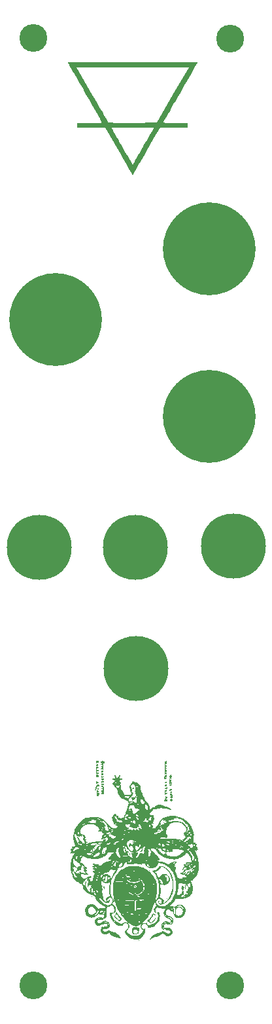
<source format=gtl>
G04 (created by PCBNEW-RS274X (2012-apr-16-27)-stable) date Thu 18 Jun 2015 01:41:52 CEST*
G01*
G70*
G90*
%MOIN*%
G04 Gerber Fmt 3.4, Leading zero omitted, Abs format*
%FSLAX34Y34*%
G04 APERTURE LIST*
%ADD10C,0.006000*%
%ADD11C,0.000100*%
%ADD12C,0.141700*%
%ADD13C,0.330700*%
%ADD14C,0.472400*%
G04 APERTURE END LIST*
G54D10*
G54D11*
G36*
X51487Y-66413D02*
X51479Y-66422D01*
X51470Y-66413D01*
X51479Y-66405D01*
X51487Y-66413D01*
X51487Y-66413D01*
X51487Y-66413D01*
G37*
G36*
X51337Y-66313D02*
X51329Y-66322D01*
X51320Y-66313D01*
X51329Y-66305D01*
X51337Y-66313D01*
X51337Y-66313D01*
X51337Y-66313D01*
G37*
G36*
X54379Y-62612D02*
X54371Y-62731D01*
X54346Y-62837D01*
X54307Y-62930D01*
X54270Y-62997D01*
X54244Y-63035D01*
X54244Y-62134D01*
X54242Y-62070D01*
X54237Y-62017D01*
X54229Y-61986D01*
X54228Y-61986D01*
X54219Y-61978D01*
X54213Y-61997D01*
X54210Y-62045D01*
X54210Y-62055D01*
X54201Y-62138D01*
X54176Y-62204D01*
X54171Y-62212D01*
X54170Y-62213D01*
X54170Y-61589D01*
X54162Y-61560D01*
X54159Y-61559D01*
X54159Y-61482D01*
X54159Y-61452D01*
X54135Y-61439D01*
X54134Y-61439D01*
X54123Y-61453D01*
X54120Y-61472D01*
X54128Y-61501D01*
X54146Y-61502D01*
X54159Y-61482D01*
X54159Y-61559D01*
X54142Y-61558D01*
X54132Y-61565D01*
X54129Y-61588D01*
X54140Y-61613D01*
X54155Y-61622D01*
X54167Y-61608D01*
X54170Y-61589D01*
X54170Y-62213D01*
X54152Y-62248D01*
X54148Y-62269D01*
X54151Y-62272D01*
X54171Y-62259D01*
X54175Y-62251D01*
X54186Y-62244D01*
X54195Y-62260D01*
X54211Y-62282D01*
X54225Y-62274D01*
X54236Y-62240D01*
X54243Y-62183D01*
X54244Y-62134D01*
X54244Y-63035D01*
X54226Y-63063D01*
X54220Y-63070D01*
X54220Y-62654D01*
X54209Y-62627D01*
X54204Y-62625D01*
X54204Y-62508D01*
X54190Y-62487D01*
X54168Y-62470D01*
X54142Y-62459D01*
X54139Y-62469D01*
X54143Y-62479D01*
X54139Y-62505D01*
X54137Y-62509D01*
X54137Y-62096D01*
X54137Y-61963D01*
X54134Y-61960D01*
X54134Y-61649D01*
X54131Y-61644D01*
X54111Y-61642D01*
X54109Y-61644D01*
X54111Y-61654D01*
X54120Y-61656D01*
X54134Y-61649D01*
X54134Y-61960D01*
X54129Y-61955D01*
X54120Y-61963D01*
X54129Y-61972D01*
X54137Y-61963D01*
X54137Y-62096D01*
X54127Y-62055D01*
X54100Y-61997D01*
X54087Y-61973D01*
X54087Y-61642D01*
X54087Y-61638D01*
X54073Y-61624D01*
X54062Y-61622D01*
X54040Y-61618D01*
X54041Y-61600D01*
X54056Y-61575D01*
X54067Y-61533D01*
X54064Y-61469D01*
X54063Y-61468D01*
X54052Y-61391D01*
X54017Y-61406D01*
X54017Y-60859D01*
X54008Y-60842D01*
X54004Y-60841D01*
X54004Y-60731D01*
X53995Y-60722D01*
X53987Y-60731D01*
X53995Y-60739D01*
X54004Y-60731D01*
X54004Y-60841D01*
X53990Y-60839D01*
X53967Y-60848D01*
X53967Y-60726D01*
X53965Y-60718D01*
X53958Y-60716D01*
X53956Y-60739D01*
X53959Y-60762D01*
X53965Y-60760D01*
X53967Y-60726D01*
X53967Y-60848D01*
X53964Y-60849D01*
X53958Y-60880D01*
X53951Y-60920D01*
X53951Y-60799D01*
X53948Y-60795D01*
X53929Y-60795D01*
X53912Y-60805D01*
X53893Y-60816D01*
X53893Y-60691D01*
X53889Y-60648D01*
X53879Y-60595D01*
X53866Y-60543D01*
X53852Y-60502D01*
X53843Y-60488D01*
X53824Y-60462D01*
X53820Y-60450D01*
X53812Y-60431D01*
X53792Y-60395D01*
X53785Y-60385D01*
X53764Y-60354D01*
X53756Y-60351D01*
X53759Y-60369D01*
X53759Y-60397D01*
X53745Y-60400D01*
X53724Y-60380D01*
X53708Y-60354D01*
X53687Y-60323D01*
X53687Y-60252D01*
X53687Y-60249D01*
X53675Y-60235D01*
X53658Y-60220D01*
X53638Y-60206D01*
X53642Y-60214D01*
X53651Y-60226D01*
X53676Y-60252D01*
X53687Y-60252D01*
X53687Y-60323D01*
X53665Y-60293D01*
X53601Y-60230D01*
X53525Y-60175D01*
X53504Y-60163D01*
X53504Y-60114D01*
X53495Y-60106D01*
X53487Y-60114D01*
X53495Y-60122D01*
X53504Y-60114D01*
X53504Y-60163D01*
X53473Y-60147D01*
X53417Y-60122D01*
X53385Y-60109D01*
X53373Y-60108D01*
X53376Y-60118D01*
X53379Y-60122D01*
X53377Y-60138D01*
X53371Y-60139D01*
X53355Y-60125D01*
X53354Y-60116D01*
X53338Y-60093D01*
X53296Y-60078D01*
X53233Y-60072D01*
X53198Y-60078D01*
X53187Y-60101D01*
X53187Y-60107D01*
X53184Y-60130D01*
X53171Y-60125D01*
X53161Y-60115D01*
X53128Y-60091D01*
X53110Y-60095D01*
X53109Y-60126D01*
X53110Y-60131D01*
X53113Y-60163D01*
X53096Y-60172D01*
X53096Y-60172D01*
X53073Y-60158D01*
X53060Y-60131D01*
X53047Y-60099D01*
X53035Y-60089D01*
X53021Y-60099D01*
X53029Y-60123D01*
X53040Y-60135D01*
X53048Y-60153D01*
X53027Y-60166D01*
X52990Y-60180D01*
X52970Y-60187D01*
X52970Y-60142D01*
X52959Y-60117D01*
X52945Y-60115D01*
X52945Y-60022D01*
X52944Y-60007D01*
X52939Y-60006D01*
X52915Y-60018D01*
X52912Y-60022D01*
X52913Y-60038D01*
X52918Y-60039D01*
X52942Y-60027D01*
X52945Y-60022D01*
X52945Y-60115D01*
X52937Y-60114D01*
X52934Y-60115D01*
X52927Y-60133D01*
X52941Y-60152D01*
X52954Y-60156D01*
X52970Y-60144D01*
X52970Y-60142D01*
X52970Y-60187D01*
X52942Y-60198D01*
X52938Y-60200D01*
X52893Y-60213D01*
X52884Y-60213D01*
X52884Y-60033D01*
X52881Y-60028D01*
X52861Y-60026D01*
X52859Y-60028D01*
X52861Y-60038D01*
X52870Y-60039D01*
X52884Y-60033D01*
X52884Y-60213D01*
X52858Y-60215D01*
X52855Y-60214D01*
X52834Y-60218D01*
X52826Y-60247D01*
X52831Y-60281D01*
X52846Y-60288D01*
X52862Y-60272D01*
X52883Y-60257D01*
X52906Y-60258D01*
X52916Y-60273D01*
X52914Y-60281D01*
X52914Y-60302D01*
X52921Y-60306D01*
X52936Y-60295D01*
X52937Y-60293D01*
X52951Y-60279D01*
X52986Y-60259D01*
X53007Y-60250D01*
X53069Y-60232D01*
X53148Y-60227D01*
X53250Y-60234D01*
X53337Y-60246D01*
X53385Y-60256D01*
X53444Y-60272D01*
X53503Y-60289D01*
X53551Y-60305D01*
X53572Y-60315D01*
X53615Y-60347D01*
X53645Y-60378D01*
X53654Y-60397D01*
X53667Y-60416D01*
X53691Y-60431D01*
X53722Y-60458D01*
X53743Y-60497D01*
X53760Y-60551D01*
X53771Y-60576D01*
X53778Y-60573D01*
X53783Y-60545D01*
X53783Y-60543D01*
X53791Y-60505D01*
X53801Y-60497D01*
X53812Y-60515D01*
X53819Y-60554D01*
X53820Y-60591D01*
X53814Y-60668D01*
X53790Y-60729D01*
X53747Y-60787D01*
X53745Y-60789D01*
X53745Y-60686D01*
X53738Y-60651D01*
X53728Y-60622D01*
X53703Y-60568D01*
X53666Y-60505D01*
X53638Y-60465D01*
X53601Y-60421D01*
X53568Y-60392D01*
X53527Y-60370D01*
X53468Y-60349D01*
X53442Y-60341D01*
X53365Y-60320D01*
X53301Y-60309D01*
X53232Y-60308D01*
X53170Y-60311D01*
X53098Y-60318D01*
X53032Y-60330D01*
X52984Y-60343D01*
X52976Y-60346D01*
X52935Y-60375D01*
X52883Y-60420D01*
X52862Y-60442D01*
X52862Y-60339D01*
X52861Y-60323D01*
X52855Y-60322D01*
X52832Y-60334D01*
X52829Y-60339D01*
X52829Y-60354D01*
X52835Y-60356D01*
X52858Y-60343D01*
X52862Y-60339D01*
X52862Y-60442D01*
X52830Y-60474D01*
X52825Y-60479D01*
X52825Y-60055D01*
X52823Y-60051D01*
X52796Y-60043D01*
X52760Y-60046D01*
X52730Y-60058D01*
X52734Y-60070D01*
X52735Y-60071D01*
X52762Y-60078D01*
X52794Y-60077D01*
X52819Y-60068D01*
X52825Y-60055D01*
X52825Y-60479D01*
X52784Y-60526D01*
X52776Y-60538D01*
X52776Y-60396D01*
X52769Y-60389D01*
X52755Y-60394D01*
X52755Y-60272D01*
X52717Y-60276D01*
X52704Y-60275D01*
X52704Y-60081D01*
X52695Y-60072D01*
X52687Y-60081D01*
X52695Y-60089D01*
X52704Y-60081D01*
X52704Y-60275D01*
X52692Y-60275D01*
X52682Y-60259D01*
X52681Y-60218D01*
X52681Y-60178D01*
X52680Y-60157D01*
X52679Y-60156D01*
X52666Y-60166D01*
X52662Y-60169D01*
X52662Y-60106D01*
X52661Y-60090D01*
X52655Y-60089D01*
X52632Y-60101D01*
X52629Y-60106D01*
X52629Y-60121D01*
X52635Y-60122D01*
X52658Y-60110D01*
X52662Y-60106D01*
X52662Y-60169D01*
X52637Y-60191D01*
X52627Y-60200D01*
X52579Y-60245D01*
X52573Y-60208D01*
X52577Y-60168D01*
X52587Y-60148D01*
X52595Y-60132D01*
X52577Y-60132D01*
X52572Y-60133D01*
X52535Y-60155D01*
X52487Y-60202D01*
X52432Y-60268D01*
X52408Y-60300D01*
X52386Y-60333D01*
X52383Y-60346D01*
X52398Y-60345D01*
X52404Y-60343D01*
X52429Y-60344D01*
X52437Y-60368D01*
X52437Y-60377D01*
X52428Y-60412D01*
X52412Y-60428D01*
X52390Y-60446D01*
X52387Y-60455D01*
X52400Y-60470D01*
X52412Y-60472D01*
X52434Y-60463D01*
X52437Y-60456D01*
X52451Y-60442D01*
X52471Y-60439D01*
X52503Y-60428D01*
X52514Y-60413D01*
X52536Y-60396D01*
X52556Y-60398D01*
X52585Y-60396D01*
X52598Y-60374D01*
X52591Y-60343D01*
X52580Y-60330D01*
X52563Y-60303D01*
X52563Y-60287D01*
X52581Y-60279D01*
X52598Y-60293D01*
X52604Y-60315D01*
X52617Y-60336D01*
X52630Y-60339D01*
X52649Y-60349D01*
X52647Y-60364D01*
X52647Y-60385D01*
X52654Y-60389D01*
X52669Y-60376D01*
X52670Y-60370D01*
X52681Y-60347D01*
X52709Y-60315D01*
X52713Y-60312D01*
X52755Y-60272D01*
X52755Y-60394D01*
X52754Y-60395D01*
X52754Y-60396D01*
X52748Y-60415D01*
X52743Y-60429D01*
X52743Y-60451D01*
X52750Y-60456D01*
X52767Y-60442D01*
X52775Y-60422D01*
X52776Y-60396D01*
X52776Y-60538D01*
X52757Y-60565D01*
X52754Y-60574D01*
X52754Y-60497D01*
X52745Y-60489D01*
X52737Y-60497D01*
X52745Y-60506D01*
X52754Y-60497D01*
X52754Y-60574D01*
X52744Y-60602D01*
X52731Y-60656D01*
X52720Y-60718D01*
X52712Y-60780D01*
X52708Y-60831D01*
X52710Y-60863D01*
X52713Y-60869D01*
X52734Y-60895D01*
X52757Y-60940D01*
X52777Y-60990D01*
X52787Y-61031D01*
X52787Y-61037D01*
X52779Y-61062D01*
X52764Y-61062D01*
X52740Y-61067D01*
X52731Y-61080D01*
X52719Y-61100D01*
X52700Y-61102D01*
X52683Y-61092D01*
X52683Y-61013D01*
X52683Y-61001D01*
X52670Y-60988D01*
X52670Y-60447D01*
X52662Y-60439D01*
X52654Y-60447D01*
X52662Y-60456D01*
X52670Y-60447D01*
X52670Y-60988D01*
X52668Y-60986D01*
X52668Y-60527D01*
X52665Y-60510D01*
X52660Y-60503D01*
X52657Y-60525D01*
X52657Y-60531D01*
X52659Y-60559D01*
X52664Y-60561D01*
X52664Y-60560D01*
X52668Y-60527D01*
X52668Y-60986D01*
X52662Y-60980D01*
X52648Y-60975D01*
X52628Y-60979D01*
X52630Y-60996D01*
X52647Y-61016D01*
X52669Y-61022D01*
X52683Y-61013D01*
X52683Y-61092D01*
X52668Y-61083D01*
X52633Y-61055D01*
X52596Y-61021D01*
X52581Y-60995D01*
X52585Y-60969D01*
X52586Y-60966D01*
X52590Y-60917D01*
X52582Y-60896D01*
X52572Y-60874D01*
X52581Y-60877D01*
X52588Y-60882D01*
X52624Y-60905D01*
X52651Y-60912D01*
X52661Y-60904D01*
X52660Y-60898D01*
X52635Y-60874D01*
X52591Y-60863D01*
X52587Y-60863D01*
X52587Y-60431D01*
X52579Y-60422D01*
X52570Y-60431D01*
X52579Y-60439D01*
X52587Y-60431D01*
X52587Y-60863D01*
X52581Y-60864D01*
X52581Y-60645D01*
X52573Y-60619D01*
X52557Y-60609D01*
X52540Y-60617D01*
X52537Y-60629D01*
X52528Y-60652D01*
X52520Y-60656D01*
X52505Y-60642D01*
X52504Y-60631D01*
X52491Y-60612D01*
X52462Y-60606D01*
X52460Y-60606D01*
X52460Y-60546D01*
X52460Y-60526D01*
X52442Y-60525D01*
X52414Y-60541D01*
X52408Y-60551D01*
X52411Y-60569D01*
X52430Y-60571D01*
X52452Y-60559D01*
X52460Y-60546D01*
X52460Y-60606D01*
X52435Y-60615D01*
X52428Y-60622D01*
X52432Y-60641D01*
X52444Y-60649D01*
X52467Y-60669D01*
X52466Y-60692D01*
X52442Y-60705D01*
X52438Y-60706D01*
X52407Y-60699D01*
X52397Y-60692D01*
X52377Y-60685D01*
X52337Y-60685D01*
X52329Y-60686D01*
X52289Y-60693D01*
X52274Y-60708D01*
X52273Y-60741D01*
X52274Y-60745D01*
X52273Y-60782D01*
X52270Y-60785D01*
X52270Y-60647D01*
X52262Y-60639D01*
X52254Y-60647D01*
X52262Y-60656D01*
X52270Y-60647D01*
X52270Y-60785D01*
X52257Y-60798D01*
X52237Y-60801D01*
X52237Y-60756D01*
X52224Y-60739D01*
X52220Y-60739D01*
X52204Y-60752D01*
X52204Y-60756D01*
X52216Y-60772D01*
X52220Y-60772D01*
X52236Y-60759D01*
X52237Y-60756D01*
X52237Y-60801D01*
X52229Y-60803D01*
X52185Y-60812D01*
X52158Y-60826D01*
X52141Y-60832D01*
X52137Y-60816D01*
X52129Y-60792D01*
X52122Y-60789D01*
X52114Y-60804D01*
X52112Y-60842D01*
X52116Y-60894D01*
X52118Y-60908D01*
X52134Y-60915D01*
X52171Y-60917D01*
X52216Y-60916D01*
X52257Y-60912D01*
X52283Y-60905D01*
X52287Y-60901D01*
X52274Y-60889D01*
X52270Y-60889D01*
X52255Y-60875D01*
X52254Y-60864D01*
X52267Y-60842D01*
X52279Y-60839D01*
X52301Y-60850D01*
X52304Y-60859D01*
X52314Y-60879D01*
X52339Y-60912D01*
X52370Y-60948D01*
X52398Y-60977D01*
X52416Y-60989D01*
X52413Y-60976D01*
X52397Y-60944D01*
X52392Y-60935D01*
X52365Y-60893D01*
X52339Y-60863D01*
X52337Y-60861D01*
X52320Y-60840D01*
X52330Y-60828D01*
X52358Y-60833D01*
X52368Y-60838D01*
X52393Y-60848D01*
X52396Y-60838D01*
X52393Y-60832D01*
X52399Y-60806D01*
X52419Y-60790D01*
X52456Y-60765D01*
X52493Y-60734D01*
X52531Y-60701D01*
X52561Y-60675D01*
X52581Y-60645D01*
X52581Y-60864D01*
X52554Y-60867D01*
X52524Y-60881D01*
X52527Y-60903D01*
X52541Y-60920D01*
X52554Y-60948D01*
X52563Y-60995D01*
X52564Y-61015D01*
X52564Y-61060D01*
X52559Y-61079D01*
X52545Y-61076D01*
X52533Y-61068D01*
X52533Y-61015D01*
X52529Y-60998D01*
X52509Y-60967D01*
X52505Y-60962D01*
X52487Y-60943D01*
X52487Y-60872D01*
X52484Y-60845D01*
X52479Y-60839D01*
X52466Y-60852D01*
X52454Y-60872D01*
X52444Y-60898D01*
X52458Y-60905D01*
X52461Y-60906D01*
X52482Y-60892D01*
X52487Y-60872D01*
X52487Y-60943D01*
X52482Y-60939D01*
X52471Y-60937D01*
X52470Y-60939D01*
X52479Y-60964D01*
X52499Y-60992D01*
X52520Y-61013D01*
X52533Y-61015D01*
X52533Y-61068D01*
X52532Y-61067D01*
X52501Y-61053D01*
X52470Y-61059D01*
X52451Y-61068D01*
X52410Y-61093D01*
X52393Y-61113D01*
X52402Y-61124D01*
X52407Y-61125D01*
X52429Y-61126D01*
X52480Y-61127D01*
X52553Y-61128D01*
X52644Y-61129D01*
X52746Y-61130D01*
X52770Y-61131D01*
X52949Y-61134D01*
X53097Y-61139D01*
X53217Y-61146D01*
X53313Y-61156D01*
X53385Y-61170D01*
X53438Y-61186D01*
X53475Y-61206D01*
X53478Y-61209D01*
X53506Y-61219D01*
X53534Y-61222D01*
X53561Y-61219D01*
X53560Y-61205D01*
X53555Y-61199D01*
X53550Y-61183D01*
X53564Y-61161D01*
X53600Y-61129D01*
X53628Y-61107D01*
X53685Y-61063D01*
X53714Y-61037D01*
X53717Y-61027D01*
X53697Y-61032D01*
X53671Y-61030D01*
X53659Y-61012D01*
X53667Y-60991D01*
X53671Y-60988D01*
X53678Y-60977D01*
X53653Y-60970D01*
X53622Y-60958D01*
X53607Y-60940D01*
X53613Y-60926D01*
X53630Y-60922D01*
X53649Y-60920D01*
X53644Y-60907D01*
X53631Y-60892D01*
X53606Y-60854D01*
X53612Y-60827D01*
X53637Y-60814D01*
X53668Y-60794D01*
X53704Y-60759D01*
X53712Y-60748D01*
X53737Y-60713D01*
X53745Y-60686D01*
X53745Y-60789D01*
X53725Y-60814D01*
X53726Y-60821D01*
X53742Y-60817D01*
X53776Y-60807D01*
X53788Y-60806D01*
X53803Y-60793D01*
X53804Y-60790D01*
X53809Y-60764D01*
X53820Y-60730D01*
X53836Y-60700D01*
X53854Y-60699D01*
X53859Y-60704D01*
X53882Y-60715D01*
X53890Y-60713D01*
X53893Y-60691D01*
X53893Y-60816D01*
X53892Y-60817D01*
X53887Y-60814D01*
X53877Y-60812D01*
X53862Y-60822D01*
X53839Y-60851D01*
X53844Y-60873D01*
X53873Y-60879D01*
X53874Y-60879D01*
X53910Y-60875D01*
X53925Y-60874D01*
X53932Y-60859D01*
X53929Y-60839D01*
X53927Y-60811D01*
X53938Y-60806D01*
X53951Y-60799D01*
X53951Y-60920D01*
X53950Y-60923D01*
X53933Y-60973D01*
X53930Y-60979D01*
X53907Y-61021D01*
X53887Y-61046D01*
X53873Y-61052D01*
X53872Y-61034D01*
X53874Y-61027D01*
X53874Y-61000D01*
X53856Y-60997D01*
X53835Y-61014D01*
X53833Y-61028D01*
X53828Y-61042D01*
X53828Y-60915D01*
X53823Y-60908D01*
X53818Y-60909D01*
X53790Y-60904D01*
X53776Y-60891D01*
X53764Y-60879D01*
X53758Y-60893D01*
X53758Y-60927D01*
X53762Y-60972D01*
X53772Y-60985D01*
X53792Y-60968D01*
X53810Y-60944D01*
X53828Y-60915D01*
X53828Y-61042D01*
X53825Y-61051D01*
X53805Y-61056D01*
X53780Y-61064D01*
X53779Y-61077D01*
X53773Y-61102D01*
X53746Y-61139D01*
X53705Y-61182D01*
X53679Y-61204D01*
X53679Y-61156D01*
X53678Y-61140D01*
X53672Y-61139D01*
X53649Y-61151D01*
X53645Y-61156D01*
X53646Y-61171D01*
X53652Y-61172D01*
X53675Y-61160D01*
X53679Y-61156D01*
X53679Y-61204D01*
X53655Y-61224D01*
X53648Y-61229D01*
X53612Y-61260D01*
X53607Y-61280D01*
X53634Y-61288D01*
X53645Y-61289D01*
X53674Y-61295D01*
X53676Y-61314D01*
X53675Y-61335D01*
X53689Y-61337D01*
X53707Y-61320D01*
X53713Y-61310D01*
X53722Y-61273D01*
X53722Y-61257D01*
X53729Y-61242D01*
X53744Y-61244D01*
X53767Y-61238D01*
X53802Y-61215D01*
X53840Y-61182D01*
X53871Y-61148D01*
X53886Y-61121D01*
X53887Y-61118D01*
X53898Y-61106D01*
X53921Y-61108D01*
X53936Y-61122D01*
X53937Y-61126D01*
X53942Y-61137D01*
X53952Y-61124D01*
X53958Y-61091D01*
X53952Y-61050D01*
X53946Y-61004D01*
X53954Y-60982D01*
X53968Y-60977D01*
X53971Y-60990D01*
X53975Y-61003D01*
X53985Y-60991D01*
X53997Y-60961D01*
X54009Y-60921D01*
X54013Y-60899D01*
X54017Y-60859D01*
X54017Y-61406D01*
X53995Y-61415D01*
X53978Y-61420D01*
X53978Y-61223D01*
X53976Y-61202D01*
X53970Y-61197D01*
X53956Y-61201D01*
X53954Y-61213D01*
X53959Y-61237D01*
X53973Y-61230D01*
X53978Y-61223D01*
X53978Y-61420D01*
X53954Y-61428D01*
X53954Y-61314D01*
X53945Y-61306D01*
X53937Y-61314D01*
X53945Y-61322D01*
X53954Y-61314D01*
X53954Y-61428D01*
X53952Y-61428D01*
X53952Y-61393D01*
X53937Y-61389D01*
X53934Y-61389D01*
X53904Y-61398D01*
X53904Y-61231D01*
X53890Y-61208D01*
X53879Y-61206D01*
X53856Y-61216D01*
X53860Y-61239D01*
X53865Y-61244D01*
X53889Y-61255D01*
X53903Y-61238D01*
X53904Y-61231D01*
X53904Y-61398D01*
X53895Y-61406D01*
X53894Y-61420D01*
X53914Y-61418D01*
X53937Y-61406D01*
X53952Y-61393D01*
X53952Y-61428D01*
X53941Y-61432D01*
X53889Y-61439D01*
X53887Y-61439D01*
X53887Y-61439D01*
X53887Y-61306D01*
X53881Y-61289D01*
X53879Y-61289D01*
X53865Y-61301D01*
X53862Y-61306D01*
X53863Y-61321D01*
X53869Y-61322D01*
X53886Y-61310D01*
X53887Y-61306D01*
X53887Y-61439D01*
X53867Y-61441D01*
X53867Y-61347D01*
X53865Y-61344D01*
X53855Y-61347D01*
X53854Y-61356D01*
X53860Y-61369D01*
X53865Y-61367D01*
X53867Y-61347D01*
X53867Y-61441D01*
X53849Y-61444D01*
X53840Y-61459D01*
X53860Y-61487D01*
X53895Y-61517D01*
X53933Y-61553D01*
X53945Y-61583D01*
X53943Y-61597D01*
X53939Y-61619D01*
X53950Y-61614D01*
X53955Y-61610D01*
X53989Y-61590D01*
X54017Y-61603D01*
X54034Y-61631D01*
X54055Y-61658D01*
X54076Y-61662D01*
X54087Y-61642D01*
X54087Y-61973D01*
X54085Y-61971D01*
X54085Y-61718D01*
X54070Y-61710D01*
X54035Y-61692D01*
X54020Y-61682D01*
X54004Y-61672D01*
X54010Y-61683D01*
X54018Y-61693D01*
X54048Y-61716D01*
X54068Y-61721D01*
X54085Y-61718D01*
X54085Y-61971D01*
X54062Y-61930D01*
X54017Y-61862D01*
X54004Y-61845D01*
X54004Y-61782D01*
X53992Y-61769D01*
X53974Y-61753D01*
X53955Y-61739D01*
X53959Y-61748D01*
X53968Y-61760D01*
X53992Y-61785D01*
X54003Y-61785D01*
X54004Y-61782D01*
X54004Y-61845D01*
X53970Y-61801D01*
X53931Y-61761D01*
X53893Y-61724D01*
X53877Y-61699D01*
X53880Y-61678D01*
X53884Y-61670D01*
X53897Y-61646D01*
X53897Y-61639D01*
X53877Y-61634D01*
X53860Y-61628D01*
X53839Y-61625D01*
X53842Y-61644D01*
X53844Y-61668D01*
X53825Y-61668D01*
X53819Y-61664D01*
X53819Y-61295D01*
X53815Y-61281D01*
X53799Y-61281D01*
X53778Y-61301D01*
X53756Y-61339D01*
X53754Y-61343D01*
X53737Y-61383D01*
X53725Y-61408D01*
X53724Y-61410D01*
X53730Y-61421D01*
X53737Y-61422D01*
X53757Y-61408D01*
X53765Y-61389D01*
X53779Y-61362D01*
X53790Y-61356D01*
X53798Y-61345D01*
X53796Y-61340D01*
X53798Y-61319D01*
X53803Y-61314D01*
X53819Y-61295D01*
X53819Y-61664D01*
X53804Y-61655D01*
X53804Y-61597D01*
X53795Y-61589D01*
X53787Y-61597D01*
X53795Y-61606D01*
X53804Y-61597D01*
X53804Y-61655D01*
X53785Y-61643D01*
X53734Y-61609D01*
X53704Y-61592D01*
X53704Y-61495D01*
X53690Y-61490D01*
X53679Y-61489D01*
X53656Y-61498D01*
X53654Y-61505D01*
X53666Y-61514D01*
X53679Y-61512D01*
X53700Y-61500D01*
X53704Y-61495D01*
X53704Y-61592D01*
X53691Y-61585D01*
X53665Y-61575D01*
X53660Y-61577D01*
X53670Y-61588D01*
X53701Y-61614D01*
X53748Y-61647D01*
X53761Y-61657D01*
X53812Y-61693D01*
X53850Y-61724D01*
X53869Y-61742D01*
X53870Y-61745D01*
X53879Y-61767D01*
X53900Y-61801D01*
X53902Y-61802D01*
X53977Y-61926D01*
X54026Y-62049D01*
X54045Y-62139D01*
X54055Y-62212D01*
X54064Y-62253D01*
X54075Y-62265D01*
X54087Y-62249D01*
X54091Y-62237D01*
X54110Y-62194D01*
X54122Y-62168D01*
X54134Y-62128D01*
X54137Y-62096D01*
X54137Y-62509D01*
X54113Y-62543D01*
X54070Y-62587D01*
X54070Y-62480D01*
X54062Y-62472D01*
X54054Y-62480D01*
X54062Y-62488D01*
X54070Y-62480D01*
X54070Y-62587D01*
X54069Y-62589D01*
X54029Y-62625D01*
X54029Y-62432D01*
X54029Y-62422D01*
X54012Y-62424D01*
X53983Y-62443D01*
X53968Y-62468D01*
X53962Y-62498D01*
X53972Y-62501D01*
X53995Y-62479D01*
X54010Y-62461D01*
X54029Y-62432D01*
X54029Y-62625D01*
X54018Y-62635D01*
X54018Y-62578D01*
X54015Y-62569D01*
X54007Y-62562D01*
X54005Y-62579D01*
X54008Y-62600D01*
X54014Y-62600D01*
X54018Y-62578D01*
X54018Y-62635D01*
X54014Y-62639D01*
X53971Y-62666D01*
X53945Y-62671D01*
X53937Y-62656D01*
X53950Y-62635D01*
X53966Y-62623D01*
X53982Y-62611D01*
X53970Y-62606D01*
X53949Y-62606D01*
X53914Y-62598D01*
X53903Y-62582D01*
X53919Y-62564D01*
X53928Y-62543D01*
X53929Y-62507D01*
X53923Y-62473D01*
X53917Y-62464D01*
X53917Y-62414D01*
X53895Y-62406D01*
X53857Y-62399D01*
X53819Y-62396D01*
X53792Y-62398D01*
X53787Y-62402D01*
X53801Y-62422D01*
X53834Y-62437D01*
X53872Y-62440D01*
X53892Y-62435D01*
X53915Y-62420D01*
X53917Y-62414D01*
X53917Y-62464D01*
X53916Y-62462D01*
X53893Y-62457D01*
X53871Y-62474D01*
X53858Y-62507D01*
X53857Y-62523D01*
X53863Y-62558D01*
X53871Y-62572D01*
X53884Y-62585D01*
X53905Y-62619D01*
X53916Y-62638D01*
X53935Y-62684D01*
X53936Y-62713D01*
X53919Y-62720D01*
X53904Y-62713D01*
X53889Y-62717D01*
X53887Y-62728D01*
X53899Y-62754D01*
X53907Y-62759D01*
X53909Y-62773D01*
X53886Y-62801D01*
X53866Y-62821D01*
X53830Y-62856D01*
X53807Y-62885D01*
X53803Y-62894D01*
X53793Y-62919D01*
X53766Y-62955D01*
X53731Y-62993D01*
X53698Y-63024D01*
X53674Y-63038D01*
X53673Y-63038D01*
X53655Y-63029D01*
X53662Y-63005D01*
X53674Y-62990D01*
X53683Y-62977D01*
X53667Y-62977D01*
X53649Y-62981D01*
X53614Y-62984D01*
X53604Y-62973D01*
X53589Y-62962D01*
X53551Y-62955D01*
X53537Y-62955D01*
X53487Y-62950D01*
X53459Y-62930D01*
X53453Y-62921D01*
X53445Y-62898D01*
X53455Y-62881D01*
X53490Y-62863D01*
X53502Y-62858D01*
X53568Y-62815D01*
X53599Y-62772D01*
X53629Y-62720D01*
X53656Y-62695D01*
X53683Y-62689D01*
X53703Y-62698D01*
X53698Y-62725D01*
X53670Y-62768D01*
X53621Y-62822D01*
X53610Y-62832D01*
X53564Y-62880D01*
X53542Y-62910D01*
X53546Y-62921D01*
X53575Y-62911D01*
X53616Y-62889D01*
X53651Y-62861D01*
X53669Y-62834D01*
X53670Y-62829D01*
X53678Y-62812D01*
X53687Y-62813D01*
X53701Y-62838D01*
X53702Y-62877D01*
X53690Y-62911D01*
X53686Y-62916D01*
X53679Y-62934D01*
X53694Y-62944D01*
X53716Y-62943D01*
X53720Y-62931D01*
X53734Y-62906D01*
X53745Y-62899D01*
X53768Y-62879D01*
X53771Y-62868D01*
X53783Y-62845D01*
X53815Y-62815D01*
X53828Y-62804D01*
X53864Y-62772D01*
X53873Y-62747D01*
X53869Y-62737D01*
X53852Y-62723D01*
X53841Y-62733D01*
X53817Y-62744D01*
X53784Y-62744D01*
X53748Y-62726D01*
X53731Y-62687D01*
X53727Y-62643D01*
X53731Y-62614D01*
X53728Y-62593D01*
X53700Y-62590D01*
X53649Y-62604D01*
X53647Y-62604D01*
X53607Y-62637D01*
X53591Y-62674D01*
X53573Y-62717D01*
X53552Y-62735D01*
X53532Y-62725D01*
X53526Y-62713D01*
X53531Y-62683D01*
X53563Y-62639D01*
X53585Y-62616D01*
X53623Y-62571D01*
X53647Y-62533D01*
X53655Y-62505D01*
X53644Y-62495D01*
X53630Y-62498D01*
X53604Y-62497D01*
X53592Y-62478D01*
X53602Y-62456D01*
X53606Y-62453D01*
X53640Y-62442D01*
X53683Y-62439D01*
X53717Y-62444D01*
X53725Y-62449D01*
X53723Y-62466D01*
X53707Y-62483D01*
X53691Y-62498D01*
X53700Y-62500D01*
X53726Y-62495D01*
X53770Y-62493D01*
X53788Y-62507D01*
X53800Y-62519D01*
X53803Y-62501D01*
X53796Y-62476D01*
X53787Y-62472D01*
X53770Y-62458D01*
X53748Y-62426D01*
X53729Y-62388D01*
X53720Y-62357D01*
X53720Y-62356D01*
X53736Y-62347D01*
X53781Y-62341D01*
X53850Y-62338D01*
X53854Y-62338D01*
X53923Y-62337D01*
X53966Y-62333D01*
X53989Y-62323D01*
X53998Y-62311D01*
X54001Y-62268D01*
X53988Y-62205D01*
X53963Y-62130D01*
X53928Y-62050D01*
X53888Y-61974D01*
X53844Y-61909D01*
X53812Y-61872D01*
X53778Y-61840D01*
X53760Y-61831D01*
X53750Y-61840D01*
X53746Y-61852D01*
X53719Y-61898D01*
X53666Y-61951D01*
X53643Y-61969D01*
X53643Y-61363D01*
X53641Y-61348D01*
X53629Y-61349D01*
X53602Y-61372D01*
X53597Y-61381D01*
X53599Y-61397D01*
X53611Y-61395D01*
X53638Y-61372D01*
X53643Y-61363D01*
X53643Y-61969D01*
X53634Y-61976D01*
X53634Y-61566D01*
X53631Y-61561D01*
X53611Y-61559D01*
X53609Y-61561D01*
X53611Y-61571D01*
X53620Y-61572D01*
X53634Y-61566D01*
X53634Y-61976D01*
X53633Y-61977D01*
X53633Y-61789D01*
X53631Y-61788D01*
X53631Y-61645D01*
X53629Y-61639D01*
X53606Y-61623D01*
X53602Y-61622D01*
X53592Y-61632D01*
X53595Y-61639D01*
X53617Y-61655D01*
X53622Y-61656D01*
X53631Y-61645D01*
X53631Y-61788D01*
X53630Y-61788D01*
X53615Y-61800D01*
X53612Y-61805D01*
X53608Y-61821D01*
X53610Y-61822D01*
X53625Y-61810D01*
X53629Y-61805D01*
X53633Y-61789D01*
X53633Y-61977D01*
X53596Y-62007D01*
X53596Y-61739D01*
X53581Y-61730D01*
X53581Y-61545D01*
X53578Y-61540D01*
X53553Y-61526D01*
X53551Y-61525D01*
X53551Y-61349D01*
X53548Y-61344D01*
X53537Y-61343D01*
X53537Y-61291D01*
X53522Y-61278D01*
X53487Y-61263D01*
X53472Y-61258D01*
X53423Y-61244D01*
X53397Y-61240D01*
X53388Y-61245D01*
X53387Y-61253D01*
X53401Y-61265D01*
X53437Y-61280D01*
X53449Y-61284D01*
X53500Y-61297D01*
X53526Y-61303D01*
X53535Y-61300D01*
X53537Y-61291D01*
X53537Y-61343D01*
X53528Y-61342D01*
X53526Y-61344D01*
X53528Y-61354D01*
X53537Y-61356D01*
X53551Y-61349D01*
X53551Y-61525D01*
X53515Y-61513D01*
X53475Y-61503D01*
X53445Y-61500D01*
X53437Y-61504D01*
X53450Y-61520D01*
X53474Y-61535D01*
X53510Y-61548D01*
X53546Y-61554D01*
X53573Y-61553D01*
X53581Y-61545D01*
X53581Y-61730D01*
X53570Y-61724D01*
X53554Y-61720D01*
X53554Y-61614D01*
X53539Y-61605D01*
X53505Y-61594D01*
X53463Y-61583D01*
X53434Y-61578D01*
X53434Y-61433D01*
X53431Y-61428D01*
X53411Y-61426D01*
X53409Y-61428D01*
X53411Y-61438D01*
X53420Y-61439D01*
X53434Y-61433D01*
X53434Y-61578D01*
X53426Y-61577D01*
X53408Y-61578D01*
X53417Y-61588D01*
X53448Y-61601D01*
X53456Y-61603D01*
X53517Y-61618D01*
X53549Y-61620D01*
X53554Y-61614D01*
X53554Y-61720D01*
X53517Y-61710D01*
X53441Y-61697D01*
X53346Y-61686D01*
X53345Y-61686D01*
X53345Y-61239D01*
X53341Y-61225D01*
X53329Y-61222D01*
X53310Y-61230D01*
X53312Y-61239D01*
X53326Y-61255D01*
X53329Y-61256D01*
X53342Y-61244D01*
X53345Y-61239D01*
X53345Y-61686D01*
X53317Y-61684D01*
X53317Y-61313D01*
X53315Y-61311D01*
X53305Y-61313D01*
X53304Y-61322D01*
X53310Y-61336D01*
X53315Y-61333D01*
X53317Y-61313D01*
X53317Y-61684D01*
X53239Y-61678D01*
X53229Y-61678D01*
X53229Y-61459D01*
X53226Y-61452D01*
X53217Y-61447D01*
X53217Y-61213D01*
X53215Y-61211D01*
X53205Y-61213D01*
X53204Y-61222D01*
X53210Y-61236D01*
X53215Y-61233D01*
X53217Y-61213D01*
X53217Y-61447D01*
X53204Y-61440D01*
X53204Y-61439D01*
X53204Y-61381D01*
X53195Y-61372D01*
X53187Y-61381D01*
X53187Y-61297D01*
X53179Y-61289D01*
X53170Y-61297D01*
X53179Y-61306D01*
X53187Y-61297D01*
X53187Y-61381D01*
X53195Y-61389D01*
X53204Y-61381D01*
X53204Y-61439D01*
X53194Y-61439D01*
X53179Y-61444D01*
X53186Y-61464D01*
X53190Y-61472D01*
X53210Y-61492D01*
X53223Y-61485D01*
X53229Y-61459D01*
X53229Y-61678D01*
X53224Y-61678D01*
X53151Y-61674D01*
X53151Y-61283D01*
X53148Y-61278D01*
X53128Y-61276D01*
X53126Y-61278D01*
X53128Y-61288D01*
X53137Y-61289D01*
X53151Y-61283D01*
X53151Y-61674D01*
X53141Y-61674D01*
X53086Y-61674D01*
X53079Y-61675D01*
X53079Y-61356D01*
X53070Y-61350D01*
X53070Y-61239D01*
X53057Y-61224D01*
X53045Y-61222D01*
X53023Y-61231D01*
X53020Y-61239D01*
X53034Y-61254D01*
X53045Y-61256D01*
X53067Y-61247D01*
X53070Y-61239D01*
X53070Y-61350D01*
X53055Y-61342D01*
X53035Y-61339D01*
X53012Y-61345D01*
X53012Y-61356D01*
X53035Y-61369D01*
X53055Y-61372D01*
X53078Y-61366D01*
X53079Y-61356D01*
X53079Y-61675D01*
X53054Y-61677D01*
X53039Y-61685D01*
X53037Y-61692D01*
X53048Y-61724D01*
X53056Y-61735D01*
X53067Y-61758D01*
X53055Y-61778D01*
X53021Y-61795D01*
X53005Y-61794D01*
X53005Y-61754D01*
X52988Y-61725D01*
X52959Y-61690D01*
X52954Y-61685D01*
X52954Y-61583D01*
X52954Y-61248D01*
X52942Y-61234D01*
X52937Y-61231D01*
X52921Y-61232D01*
X52920Y-61238D01*
X52932Y-61255D01*
X52937Y-61256D01*
X52953Y-61250D01*
X52954Y-61248D01*
X52954Y-61583D01*
X52942Y-61568D01*
X52937Y-61563D01*
X52937Y-61484D01*
X52928Y-61472D01*
X52903Y-61457D01*
X52903Y-61336D01*
X52903Y-61335D01*
X52895Y-61308D01*
X52877Y-61281D01*
X52859Y-61264D01*
X52851Y-61264D01*
X52831Y-61265D01*
X52794Y-61257D01*
X52790Y-61256D01*
X52770Y-61252D01*
X52770Y-61172D01*
X52757Y-61156D01*
X52754Y-61156D01*
X52737Y-61168D01*
X52737Y-61172D01*
X52750Y-61188D01*
X52754Y-61189D01*
X52770Y-61176D01*
X52770Y-61172D01*
X52770Y-61252D01*
X52754Y-61250D01*
X52737Y-61253D01*
X52737Y-61254D01*
X52750Y-61278D01*
X52783Y-61306D01*
X52825Y-61332D01*
X52837Y-61337D01*
X52879Y-61352D01*
X52898Y-61351D01*
X52903Y-61336D01*
X52903Y-61457D01*
X52888Y-61449D01*
X52887Y-61448D01*
X52817Y-61417D01*
X52760Y-61404D01*
X52743Y-61404D01*
X52743Y-61358D01*
X52738Y-61346D01*
X52728Y-61344D01*
X52706Y-61352D01*
X52704Y-61358D01*
X52716Y-61372D01*
X52719Y-61372D01*
X52742Y-61360D01*
X52743Y-61358D01*
X52743Y-61404D01*
X52720Y-61404D01*
X52717Y-61411D01*
X52738Y-61425D01*
X52775Y-61442D01*
X52821Y-61460D01*
X52862Y-61472D01*
X52915Y-61484D01*
X52937Y-61484D01*
X52937Y-61563D01*
X52929Y-61556D01*
X52909Y-61544D01*
X52904Y-61559D01*
X52904Y-61562D01*
X52916Y-61585D01*
X52929Y-61589D01*
X52951Y-61585D01*
X52954Y-61583D01*
X52954Y-61685D01*
X52922Y-61655D01*
X52891Y-61635D01*
X52879Y-61633D01*
X52876Y-61648D01*
X52901Y-61680D01*
X52926Y-61705D01*
X52972Y-61745D01*
X52999Y-61760D01*
X53005Y-61754D01*
X53005Y-61794D01*
X52969Y-61792D01*
X52936Y-61781D01*
X52908Y-61785D01*
X52891Y-61808D01*
X52878Y-61835D01*
X52869Y-61832D01*
X52862Y-61813D01*
X52845Y-61771D01*
X52836Y-61752D01*
X52822Y-61709D01*
X52820Y-61690D01*
X52812Y-61656D01*
X52791Y-61651D01*
X52760Y-61675D01*
X52739Y-61701D01*
X52741Y-61716D01*
X52759Y-61728D01*
X52809Y-61761D01*
X52833Y-61782D01*
X52834Y-61796D01*
X52832Y-61798D01*
X52812Y-61800D01*
X52800Y-61791D01*
X52768Y-61773D01*
X52740Y-61787D01*
X52737Y-61794D01*
X52737Y-61547D01*
X52729Y-61539D01*
X52720Y-61547D01*
X52729Y-61556D01*
X52737Y-61547D01*
X52737Y-61794D01*
X52733Y-61801D01*
X52733Y-61613D01*
X52731Y-61611D01*
X52721Y-61613D01*
X52720Y-61622D01*
X52726Y-61636D01*
X52731Y-61633D01*
X52733Y-61613D01*
X52733Y-61801D01*
X52722Y-61824D01*
X52713Y-61869D01*
X52725Y-61910D01*
X52732Y-61923D01*
X52766Y-61967D01*
X52813Y-61998D01*
X52877Y-62017D01*
X52964Y-62027D01*
X53058Y-62030D01*
X53130Y-62031D01*
X53189Y-62034D01*
X53227Y-62038D01*
X53237Y-62043D01*
X53250Y-62055D01*
X53254Y-62055D01*
X53268Y-62041D01*
X53270Y-62029D01*
X53279Y-62011D01*
X53308Y-62013D01*
X53331Y-62018D01*
X53325Y-62010D01*
X53321Y-62008D01*
X53314Y-61994D01*
X53330Y-61978D01*
X53371Y-61956D01*
X53425Y-61925D01*
X53480Y-61885D01*
X53531Y-61840D01*
X53570Y-61796D01*
X53594Y-61761D01*
X53596Y-61739D01*
X53596Y-62007D01*
X53595Y-62007D01*
X53511Y-62063D01*
X53487Y-62076D01*
X53487Y-62013D01*
X53479Y-62005D01*
X53470Y-62013D01*
X53479Y-62022D01*
X53487Y-62013D01*
X53487Y-62076D01*
X53445Y-62100D01*
X53445Y-62039D01*
X53442Y-62029D01*
X53429Y-62032D01*
X53406Y-62045D01*
X53410Y-62054D01*
X53419Y-62055D01*
X53442Y-62043D01*
X53445Y-62039D01*
X53445Y-62100D01*
X53421Y-62113D01*
X53354Y-62143D01*
X53354Y-62063D01*
X53345Y-62055D01*
X53337Y-62063D01*
X53345Y-62072D01*
X53354Y-62063D01*
X53354Y-62143D01*
X53330Y-62154D01*
X53317Y-62158D01*
X53317Y-62082D01*
X53315Y-62077D01*
X53295Y-62075D01*
X53292Y-62077D01*
X53295Y-62087D01*
X53304Y-62088D01*
X53317Y-62082D01*
X53317Y-62158D01*
X53283Y-62171D01*
X53218Y-62183D01*
X53132Y-62188D01*
X53036Y-62186D01*
X52942Y-62178D01*
X52863Y-62163D01*
X52829Y-62153D01*
X52776Y-62135D01*
X52734Y-62124D01*
X52718Y-62122D01*
X52691Y-62114D01*
X52687Y-62112D01*
X52687Y-61531D01*
X52679Y-61522D01*
X52670Y-61531D01*
X52679Y-61539D01*
X52687Y-61531D01*
X52687Y-62112D01*
X52681Y-62110D01*
X52681Y-61684D01*
X52676Y-61650D01*
X52659Y-61632D01*
X52644Y-61633D01*
X52644Y-61472D01*
X52633Y-61454D01*
X52609Y-61437D01*
X52571Y-61415D01*
X52543Y-61406D01*
X52542Y-61406D01*
X52517Y-61419D01*
X52499Y-61451D01*
X52495Y-61484D01*
X52498Y-61493D01*
X52506Y-61526D01*
X52505Y-61547D01*
X52503Y-61570D01*
X52514Y-61567D01*
X52532Y-61551D01*
X52560Y-61529D01*
X52576Y-61522D01*
X52585Y-61536D01*
X52587Y-61548D01*
X52595Y-61565D01*
X52604Y-61563D01*
X52617Y-61540D01*
X52616Y-61533D01*
X52621Y-61507D01*
X52632Y-61491D01*
X52644Y-61472D01*
X52644Y-61633D01*
X52623Y-61630D01*
X52620Y-61621D01*
X52615Y-61608D01*
X52600Y-61619D01*
X52572Y-61638D01*
X52556Y-61627D01*
X52553Y-61610D01*
X52550Y-61591D01*
X52539Y-61603D01*
X52535Y-61632D01*
X52546Y-61668D01*
X52565Y-61699D01*
X52588Y-61713D01*
X52594Y-61712D01*
X52618Y-61717D01*
X52626Y-61730D01*
X52640Y-61753D01*
X52656Y-61746D01*
X52671Y-61722D01*
X52681Y-61684D01*
X52681Y-62110D01*
X52670Y-62105D01*
X52670Y-61854D01*
X52668Y-61820D01*
X52660Y-61798D01*
X52654Y-61797D01*
X52631Y-61794D01*
X52601Y-61772D01*
X52571Y-61753D01*
X52554Y-61755D01*
X52535Y-61762D01*
X52508Y-61746D01*
X52482Y-61716D01*
X52463Y-61678D01*
X52462Y-61671D01*
X52453Y-61645D01*
X52453Y-61452D01*
X52441Y-61447D01*
X52426Y-61450D01*
X52409Y-61453D01*
X52404Y-61437D01*
X52408Y-61398D01*
X52414Y-61358D01*
X52410Y-61346D01*
X52395Y-61356D01*
X52389Y-61362D01*
X52387Y-61363D01*
X52387Y-61277D01*
X52381Y-61261D01*
X52366Y-61269D01*
X52352Y-61295D01*
X52348Y-61306D01*
X52345Y-61329D01*
X52358Y-61325D01*
X52363Y-61321D01*
X52384Y-61292D01*
X52387Y-61277D01*
X52387Y-61363D01*
X52353Y-61384D01*
X52322Y-61387D01*
X52304Y-61371D01*
X52304Y-61364D01*
X52300Y-61354D01*
X52300Y-61030D01*
X52298Y-61028D01*
X52288Y-61030D01*
X52287Y-61039D01*
X52293Y-61053D01*
X52298Y-61050D01*
X52300Y-61030D01*
X52300Y-61354D01*
X52295Y-61342D01*
X52287Y-61339D01*
X52272Y-61352D01*
X52270Y-61364D01*
X52279Y-61386D01*
X52286Y-61389D01*
X52303Y-61403D01*
X52312Y-61422D01*
X52325Y-61447D01*
X52334Y-61452D01*
X52363Y-61455D01*
X52397Y-61469D01*
X52418Y-61488D01*
X52420Y-61494D01*
X52427Y-61499D01*
X52440Y-61485D01*
X52451Y-61463D01*
X52453Y-61452D01*
X52453Y-61645D01*
X52451Y-61639D01*
X52442Y-61629D01*
X52441Y-61629D01*
X52422Y-61628D01*
X52406Y-61618D01*
X52385Y-61606D01*
X52374Y-61619D01*
X52363Y-61630D01*
X52340Y-61616D01*
X52335Y-61612D01*
X52312Y-61593D01*
X52304Y-61598D01*
X52304Y-61614D01*
X52313Y-61664D01*
X52338Y-61719D01*
X52371Y-61767D01*
X52397Y-61790D01*
X52431Y-61816D01*
X52446Y-61840D01*
X52463Y-61861D01*
X52476Y-61862D01*
X52499Y-61869D01*
X52530Y-61894D01*
X52537Y-61903D01*
X52565Y-61933D01*
X52579Y-61939D01*
X52589Y-61924D01*
X52591Y-61918D01*
X52606Y-61895D01*
X52626Y-61903D01*
X52650Y-61913D01*
X52659Y-61910D01*
X52668Y-61888D01*
X52670Y-61854D01*
X52670Y-62105D01*
X52654Y-62098D01*
X52654Y-62013D01*
X52645Y-62005D01*
X52637Y-62013D01*
X52645Y-62022D01*
X52654Y-62013D01*
X52654Y-62098D01*
X52646Y-62095D01*
X52589Y-62068D01*
X52530Y-62037D01*
X52477Y-62008D01*
X52439Y-61983D01*
X52423Y-61969D01*
X52404Y-61951D01*
X52377Y-61938D01*
X52350Y-61917D01*
X52314Y-61877D01*
X52274Y-61825D01*
X52267Y-61814D01*
X52267Y-61598D01*
X52252Y-61571D01*
X52248Y-61567D01*
X52225Y-61536D01*
X52220Y-61521D01*
X52220Y-61314D01*
X52212Y-61306D01*
X52204Y-61314D01*
X52212Y-61322D01*
X52220Y-61314D01*
X52220Y-61521D01*
X52215Y-61506D01*
X52211Y-61495D01*
X52207Y-61515D01*
X52206Y-61542D01*
X52207Y-61592D01*
X52216Y-61617D01*
X52233Y-61626D01*
X52260Y-61620D01*
X52267Y-61598D01*
X52267Y-61814D01*
X52239Y-61772D01*
X52213Y-61726D01*
X52204Y-61696D01*
X52188Y-61680D01*
X52148Y-61664D01*
X52116Y-61656D01*
X52104Y-61653D01*
X52104Y-61414D01*
X52095Y-61406D01*
X52087Y-61414D01*
X52095Y-61422D01*
X52104Y-61414D01*
X52104Y-61653D01*
X52070Y-61644D01*
X52070Y-61400D01*
X52070Y-61398D01*
X52058Y-61384D01*
X52051Y-61379D01*
X52040Y-61377D01*
X52044Y-61386D01*
X52060Y-61404D01*
X52070Y-61400D01*
X52070Y-61644D01*
X52055Y-61641D01*
X52017Y-61628D01*
X52017Y-60820D01*
X52013Y-60810D01*
X51997Y-60806D01*
X51990Y-60824D01*
X51996Y-60851D01*
X52007Y-60871D01*
X52013Y-60861D01*
X52016Y-60850D01*
X52017Y-60820D01*
X52017Y-61628D01*
X52001Y-61622D01*
X51980Y-61613D01*
X51959Y-61603D01*
X51959Y-60050D01*
X51958Y-60033D01*
X51947Y-60038D01*
X51942Y-60041D01*
X51919Y-60053D01*
X51902Y-60038D01*
X51890Y-60023D01*
X51887Y-60037D01*
X51887Y-60039D01*
X51876Y-60066D01*
X51847Y-60101D01*
X51838Y-60110D01*
X51803Y-60148D01*
X51790Y-60169D01*
X51790Y-59649D01*
X51790Y-59574D01*
X51785Y-59508D01*
X51777Y-59471D01*
X51765Y-59456D01*
X51760Y-59456D01*
X51733Y-59442D01*
X51726Y-59431D01*
X51705Y-59408D01*
X51692Y-59406D01*
X51673Y-59392D01*
X51671Y-59368D01*
X51672Y-59324D01*
X51667Y-59312D01*
X51653Y-59330D01*
X51648Y-59340D01*
X51630Y-59404D01*
X51631Y-59482D01*
X51649Y-59563D01*
X51682Y-59634D01*
X51693Y-59650D01*
X51733Y-59695D01*
X51762Y-59711D01*
X51781Y-59695D01*
X51790Y-59649D01*
X51790Y-60169D01*
X51781Y-60183D01*
X51778Y-60189D01*
X51770Y-60202D01*
X51770Y-59797D01*
X51762Y-59775D01*
X51755Y-59772D01*
X51737Y-59785D01*
X51731Y-59797D01*
X51733Y-59819D01*
X51746Y-59822D01*
X51767Y-59809D01*
X51770Y-59797D01*
X51770Y-60202D01*
X51760Y-60218D01*
X51738Y-60217D01*
X51728Y-60205D01*
X51721Y-60178D01*
X51718Y-60133D01*
X51717Y-60115D01*
X51717Y-60042D01*
X51704Y-60055D01*
X51704Y-59931D01*
X51704Y-59747D01*
X51700Y-59725D01*
X51697Y-59722D01*
X51687Y-59734D01*
X51687Y-59697D01*
X51679Y-59689D01*
X51670Y-59697D01*
X51679Y-59706D01*
X51687Y-59697D01*
X51687Y-59734D01*
X51686Y-59735D01*
X51681Y-59747D01*
X51680Y-59769D01*
X51687Y-59772D01*
X51702Y-59759D01*
X51704Y-59747D01*
X51704Y-59931D01*
X51695Y-59922D01*
X51687Y-59931D01*
X51695Y-59939D01*
X51704Y-59931D01*
X51704Y-60055D01*
X51687Y-60072D01*
X51687Y-59964D01*
X51679Y-59956D01*
X51670Y-59964D01*
X51670Y-59864D01*
X51662Y-59856D01*
X51654Y-59864D01*
X51662Y-59872D01*
X51670Y-59864D01*
X51670Y-59964D01*
X51679Y-59972D01*
X51687Y-59964D01*
X51687Y-60072D01*
X51681Y-60078D01*
X51656Y-60106D01*
X51645Y-60125D01*
X51635Y-60146D01*
X51633Y-60149D01*
X51622Y-60174D01*
X51620Y-60192D01*
X51609Y-60216D01*
X51601Y-60218D01*
X51601Y-59253D01*
X51589Y-59239D01*
X51583Y-59239D01*
X51560Y-59225D01*
X51534Y-59192D01*
X51527Y-59181D01*
X51501Y-59143D01*
X51474Y-59123D01*
X51468Y-59122D01*
X51439Y-59112D01*
X51432Y-59101D01*
X51420Y-59086D01*
X51409Y-59098D01*
X51402Y-59129D01*
X51401Y-59169D01*
X51412Y-59243D01*
X51433Y-59304D01*
X51461Y-59348D01*
X51492Y-59369D01*
X51519Y-59364D01*
X51540Y-59367D01*
X51545Y-59372D01*
X51566Y-59388D01*
X51584Y-59379D01*
X51587Y-59366D01*
X51590Y-59334D01*
X51597Y-59291D01*
X51601Y-59253D01*
X51601Y-60218D01*
X51579Y-60222D01*
X51546Y-60230D01*
X51537Y-60245D01*
X51551Y-60263D01*
X51585Y-60277D01*
X51624Y-60283D01*
X51654Y-60277D01*
X51658Y-60274D01*
X51684Y-60270D01*
X51717Y-60282D01*
X51750Y-60295D01*
X51769Y-60288D01*
X51780Y-60276D01*
X51800Y-60236D01*
X51806Y-60215D01*
X51821Y-60184D01*
X51844Y-60177D01*
X51862Y-60196D01*
X51865Y-60204D01*
X51874Y-60238D01*
X51903Y-60201D01*
X51925Y-60161D01*
X51945Y-60107D01*
X51949Y-60092D01*
X51959Y-60050D01*
X51959Y-61603D01*
X51946Y-61597D01*
X51946Y-60497D01*
X51944Y-60487D01*
X51921Y-60476D01*
X51902Y-60477D01*
X51876Y-60475D01*
X51872Y-60454D01*
X51891Y-60424D01*
X51901Y-60408D01*
X51884Y-60407D01*
X51879Y-60408D01*
X51860Y-60416D01*
X51850Y-60435D01*
X51843Y-60474D01*
X51840Y-60527D01*
X51842Y-60617D01*
X51856Y-60687D01*
X51864Y-60706D01*
X51887Y-60749D01*
X51906Y-60771D01*
X51918Y-60768D01*
X51920Y-60756D01*
X51909Y-60739D01*
X51905Y-60739D01*
X51895Y-60724D01*
X51884Y-60686D01*
X51879Y-60660D01*
X51871Y-60605D01*
X51862Y-60561D01*
X51859Y-60549D01*
X51857Y-60526D01*
X51877Y-60527D01*
X51899Y-60529D01*
X51904Y-60522D01*
X51917Y-60507D01*
X51929Y-60506D01*
X51946Y-60497D01*
X51946Y-61597D01*
X51941Y-61594D01*
X51924Y-61592D01*
X51923Y-61607D01*
X51926Y-61618D01*
X51935Y-61656D01*
X51944Y-61694D01*
X51969Y-61739D01*
X52008Y-61763D01*
X52057Y-61791D01*
X52100Y-61827D01*
X52127Y-61863D01*
X52133Y-61889D01*
X52144Y-61909D01*
X52177Y-61928D01*
X52182Y-61930D01*
X52230Y-61958D01*
X52280Y-62007D01*
X52323Y-62064D01*
X52346Y-62118D01*
X52347Y-62120D01*
X52357Y-62162D01*
X52363Y-62186D01*
X52364Y-62218D01*
X52345Y-62227D01*
X52318Y-62212D01*
X52288Y-62193D01*
X52273Y-62201D01*
X52278Y-62234D01*
X52284Y-62247D01*
X52299Y-62271D01*
X52322Y-62284D01*
X52364Y-62288D01*
X52391Y-62288D01*
X52460Y-62295D01*
X52536Y-62312D01*
X52570Y-62323D01*
X52630Y-62345D01*
X52683Y-62365D01*
X52708Y-62375D01*
X52740Y-62390D01*
X52754Y-62403D01*
X52766Y-62419D01*
X52787Y-62435D01*
X52810Y-62445D01*
X52833Y-62439D01*
X52864Y-62413D01*
X52882Y-62396D01*
X52929Y-62359D01*
X52968Y-62341D01*
X52978Y-62341D01*
X53021Y-62336D01*
X53045Y-62327D01*
X53093Y-62309D01*
X53150Y-62297D01*
X53202Y-62294D01*
X53226Y-62298D01*
X53250Y-62316D01*
X53245Y-62341D01*
X53210Y-62376D01*
X53182Y-62396D01*
X53180Y-62398D01*
X53180Y-62331D01*
X53173Y-62322D01*
X53169Y-62322D01*
X53139Y-62331D01*
X53107Y-62352D01*
X53088Y-62373D01*
X53087Y-62378D01*
X53098Y-62389D01*
X53124Y-62383D01*
X53154Y-62362D01*
X53162Y-62355D01*
X53180Y-62331D01*
X53180Y-62398D01*
X53143Y-62427D01*
X53130Y-62444D01*
X53141Y-62452D01*
X53166Y-62468D01*
X53166Y-62493D01*
X53144Y-62512D01*
X53124Y-62529D01*
X53130Y-62549D01*
X53158Y-62562D01*
X53171Y-62563D01*
X53198Y-62567D01*
X53208Y-62586D01*
X53207Y-62622D01*
X53199Y-62677D01*
X53185Y-62726D01*
X53175Y-62768D01*
X53186Y-62812D01*
X53192Y-62826D01*
X53210Y-62872D01*
X53232Y-62935D01*
X53245Y-62980D01*
X53266Y-63045D01*
X53286Y-63088D01*
X53314Y-63117D01*
X53355Y-63142D01*
X53362Y-63146D01*
X53405Y-63159D01*
X53460Y-63163D01*
X53512Y-63159D01*
X53549Y-63146D01*
X53554Y-63142D01*
X53549Y-63130D01*
X53542Y-63127D01*
X53529Y-63110D01*
X53537Y-63087D01*
X53558Y-63072D01*
X53564Y-63072D01*
X53584Y-63085D01*
X53587Y-63099D01*
X53594Y-63116D01*
X53619Y-63119D01*
X53640Y-63115D01*
X53697Y-63094D01*
X53738Y-63061D01*
X53753Y-63023D01*
X53754Y-63022D01*
X53767Y-62994D01*
X53795Y-62972D01*
X53825Y-62951D01*
X53837Y-62936D01*
X53850Y-62923D01*
X53862Y-62922D01*
X53883Y-62908D01*
X53887Y-62890D01*
X53899Y-62854D01*
X53912Y-62838D01*
X53933Y-62805D01*
X53937Y-62786D01*
X53944Y-62759D01*
X53962Y-62759D01*
X53984Y-62786D01*
X53990Y-62797D01*
X54001Y-62834D01*
X53990Y-62859D01*
X53972Y-62891D01*
X53971Y-62904D01*
X53978Y-62913D01*
X54001Y-62895D01*
X54013Y-62882D01*
X54040Y-62846D01*
X54042Y-62821D01*
X54037Y-62813D01*
X54030Y-62789D01*
X54046Y-62775D01*
X54069Y-62780D01*
X54087Y-62774D01*
X54107Y-62747D01*
X54124Y-62710D01*
X54133Y-62674D01*
X54132Y-62658D01*
X54124Y-62647D01*
X54111Y-62666D01*
X54105Y-62682D01*
X54082Y-62721D01*
X54050Y-62734D01*
X54044Y-62734D01*
X54011Y-62728D01*
X54005Y-62711D01*
X54020Y-62696D01*
X54029Y-62676D01*
X54026Y-62668D01*
X54026Y-62658D01*
X54033Y-62661D01*
X54052Y-62656D01*
X54086Y-62633D01*
X54126Y-62599D01*
X54164Y-62562D01*
X54193Y-62529D01*
X54204Y-62508D01*
X54204Y-62625D01*
X54193Y-62622D01*
X54175Y-62626D01*
X54185Y-62645D01*
X54186Y-62646D01*
X54197Y-62675D01*
X54194Y-62690D01*
X54191Y-62702D01*
X54201Y-62698D01*
X54217Y-62673D01*
X54220Y-62654D01*
X54220Y-63070D01*
X54186Y-63115D01*
X54186Y-62814D01*
X54173Y-62808D01*
X54166Y-62810D01*
X54150Y-62829D01*
X54150Y-62837D01*
X54145Y-62850D01*
X54139Y-62848D01*
X54122Y-62855D01*
X54095Y-62880D01*
X54067Y-62913D01*
X54045Y-62946D01*
X54038Y-62966D01*
X54044Y-62967D01*
X54048Y-62960D01*
X54067Y-62947D01*
X54079Y-62949D01*
X54104Y-62944D01*
X54114Y-62928D01*
X54135Y-62892D01*
X54156Y-62867D01*
X54180Y-62837D01*
X54186Y-62814D01*
X54186Y-63115D01*
X54183Y-63118D01*
X54146Y-63156D01*
X54137Y-63162D01*
X54109Y-63184D01*
X54073Y-63219D01*
X54068Y-63225D01*
X54035Y-63255D01*
X54012Y-63269D01*
X54012Y-63122D01*
X54011Y-63106D01*
X54004Y-63105D01*
X53988Y-63117D01*
X53987Y-63122D01*
X53987Y-63013D01*
X53979Y-63005D01*
X53970Y-63013D01*
X53979Y-63022D01*
X53987Y-63013D01*
X53987Y-63122D01*
X53993Y-63138D01*
X53994Y-63138D01*
X54008Y-63127D01*
X54012Y-63122D01*
X54012Y-63269D01*
X54010Y-63271D01*
X54006Y-63272D01*
X53982Y-63284D01*
X53980Y-63317D01*
X53997Y-63359D01*
X54020Y-63404D01*
X54038Y-63439D01*
X54039Y-63441D01*
X54055Y-63499D01*
X54064Y-63579D01*
X54064Y-63671D01*
X54057Y-63765D01*
X54044Y-63852D01*
X54024Y-63922D01*
X54010Y-63950D01*
X53963Y-64009D01*
X53962Y-64010D01*
X53962Y-63153D01*
X53962Y-63141D01*
X53946Y-63144D01*
X53936Y-63155D01*
X53924Y-63171D01*
X53920Y-63158D01*
X53920Y-63155D01*
X53917Y-63138D01*
X53906Y-63151D01*
X53904Y-63155D01*
X53889Y-63190D01*
X53897Y-63205D01*
X53922Y-63197D01*
X53945Y-63178D01*
X53962Y-63153D01*
X53962Y-64010D01*
X53952Y-64019D01*
X53952Y-63556D01*
X53951Y-63506D01*
X53944Y-63474D01*
X53935Y-63433D01*
X53935Y-63418D01*
X53927Y-63393D01*
X53913Y-63388D01*
X53890Y-63401D01*
X53887Y-63413D01*
X53880Y-63436D01*
X53859Y-63431D01*
X53834Y-63411D01*
X53807Y-63391D01*
X53796Y-63397D01*
X53798Y-63430D01*
X53807Y-63469D01*
X53816Y-63522D01*
X53811Y-63552D01*
X53806Y-63559D01*
X53789Y-63564D01*
X53774Y-63539D01*
X53772Y-63534D01*
X53754Y-63504D01*
X53754Y-63248D01*
X53739Y-63223D01*
X53700Y-63207D01*
X53675Y-63205D01*
X53659Y-63208D01*
X53666Y-63224D01*
X53679Y-63238D01*
X53712Y-63265D01*
X53739Y-63270D01*
X53753Y-63254D01*
X53754Y-63248D01*
X53754Y-63504D01*
X53734Y-63471D01*
X53680Y-63434D01*
X53633Y-63426D01*
X53633Y-63263D01*
X53630Y-63232D01*
X53620Y-63222D01*
X53608Y-63236D01*
X53604Y-63263D01*
X53608Y-63295D01*
X53617Y-63305D01*
X53628Y-63291D01*
X53633Y-63263D01*
X53633Y-63426D01*
X53621Y-63424D01*
X53560Y-63423D01*
X53491Y-63415D01*
X53427Y-63402D01*
X53384Y-63387D01*
X53369Y-63383D01*
X53359Y-63394D01*
X53352Y-63428D01*
X53347Y-63484D01*
X53338Y-63574D01*
X53327Y-63663D01*
X53314Y-63746D01*
X53302Y-63813D01*
X53292Y-63859D01*
X53287Y-63872D01*
X53275Y-63906D01*
X53270Y-63933D01*
X53270Y-63280D01*
X53262Y-63272D01*
X53254Y-63280D01*
X53262Y-63288D01*
X53270Y-63280D01*
X53270Y-63933D01*
X53268Y-63947D01*
X53266Y-63972D01*
X53272Y-63988D01*
X53292Y-63994D01*
X53332Y-63994D01*
X53399Y-63990D01*
X53416Y-63975D01*
X53420Y-63955D01*
X53428Y-63926D01*
X53445Y-63926D01*
X53462Y-63951D01*
X53472Y-63970D01*
X53481Y-63959D01*
X53486Y-63947D01*
X53493Y-63905D01*
X53492Y-63868D01*
X53492Y-63832D01*
X53509Y-63822D01*
X53537Y-63834D01*
X53542Y-63843D01*
X53549Y-63845D01*
X53552Y-63821D01*
X53545Y-63780D01*
X53526Y-63729D01*
X53520Y-63717D01*
X53495Y-63667D01*
X53489Y-63638D01*
X53500Y-63623D01*
X53515Y-63619D01*
X53533Y-63612D01*
X53527Y-63598D01*
X53513Y-63583D01*
X53496Y-63554D01*
X53500Y-63531D01*
X53521Y-63525D01*
X53542Y-63536D01*
X53565Y-63548D01*
X53573Y-63547D01*
X53588Y-63552D01*
X53616Y-63575D01*
X53620Y-63580D01*
X53644Y-63613D01*
X53647Y-63633D01*
X53630Y-63632D01*
X53604Y-63614D01*
X53583Y-63596D01*
X53579Y-63600D01*
X53589Y-63631D01*
X53591Y-63636D01*
X53602Y-63682D01*
X53593Y-63705D01*
X53585Y-63731D01*
X53589Y-63783D01*
X53597Y-63824D01*
X53608Y-63893D01*
X53607Y-63941D01*
X53600Y-63965D01*
X53576Y-63997D01*
X53551Y-64003D01*
X53533Y-63980D01*
X53532Y-63976D01*
X53526Y-63970D01*
X53522Y-63992D01*
X53522Y-64000D01*
X53512Y-64044D01*
X53487Y-64063D01*
X53463Y-64079D01*
X53468Y-64095D01*
X53498Y-64105D01*
X53508Y-64105D01*
X53540Y-64092D01*
X53589Y-64054D01*
X53651Y-63994D01*
X53652Y-63993D01*
X53702Y-63942D01*
X53732Y-63916D01*
X53745Y-63915D01*
X53742Y-63937D01*
X53729Y-63980D01*
X53726Y-63996D01*
X53739Y-63989D01*
X53760Y-63967D01*
X53795Y-63923D01*
X53801Y-63897D01*
X53779Y-63888D01*
X53751Y-63878D01*
X53745Y-63872D01*
X53741Y-63841D01*
X53752Y-63808D01*
X53773Y-63789D01*
X53779Y-63788D01*
X53797Y-63773D01*
X53816Y-63735D01*
X53830Y-63683D01*
X53837Y-63628D01*
X53837Y-63618D01*
X53842Y-63582D01*
X53854Y-63563D01*
X53868Y-63567D01*
X53870Y-63577D01*
X53884Y-63604D01*
X53895Y-63611D01*
X53911Y-63632D01*
X53909Y-63648D01*
X53907Y-63669D01*
X53922Y-63668D01*
X53936Y-63649D01*
X53947Y-63607D01*
X53952Y-63556D01*
X53952Y-64019D01*
X53937Y-64033D01*
X53937Y-63717D01*
X53926Y-63710D01*
X53920Y-63713D01*
X53906Y-63737D01*
X53904Y-63752D01*
X53906Y-63770D01*
X53918Y-63758D01*
X53920Y-63755D01*
X53934Y-63727D01*
X53937Y-63717D01*
X53937Y-64033D01*
X53901Y-64065D01*
X53870Y-64086D01*
X53870Y-63730D01*
X53862Y-63722D01*
X53854Y-63730D01*
X53862Y-63738D01*
X53870Y-63730D01*
X53870Y-64086D01*
X53833Y-64112D01*
X53833Y-63813D01*
X53831Y-63811D01*
X53821Y-63813D01*
X53820Y-63822D01*
X53826Y-63835D01*
X53831Y-63833D01*
X53833Y-63813D01*
X53833Y-64112D01*
X53833Y-64112D01*
X53767Y-64144D01*
X53716Y-64155D01*
X53679Y-64160D01*
X53663Y-64164D01*
X53663Y-64058D01*
X53649Y-64055D01*
X53625Y-64068D01*
X53620Y-64083D01*
X53626Y-64099D01*
X53633Y-64095D01*
X53658Y-64071D01*
X53662Y-64068D01*
X53663Y-64058D01*
X53663Y-64164D01*
X53625Y-64174D01*
X53586Y-64187D01*
X53528Y-64204D01*
X53475Y-64211D01*
X53411Y-64208D01*
X53379Y-64205D01*
X53379Y-64122D01*
X53377Y-64106D01*
X53371Y-64105D01*
X53354Y-64117D01*
X53354Y-64122D01*
X53359Y-64138D01*
X53361Y-64138D01*
X53375Y-64127D01*
X53379Y-64122D01*
X53379Y-64205D01*
X53314Y-64196D01*
X53259Y-64187D01*
X53226Y-64180D01*
X53205Y-64177D01*
X53205Y-63511D01*
X53199Y-63330D01*
X53174Y-63164D01*
X53137Y-63032D01*
X53137Y-62680D01*
X53129Y-62672D01*
X53120Y-62680D01*
X53129Y-62688D01*
X53137Y-62680D01*
X53137Y-63032D01*
X53133Y-63019D01*
X53112Y-62970D01*
X53090Y-62919D01*
X53075Y-62879D01*
X53070Y-62863D01*
X53059Y-62834D01*
X53054Y-62827D01*
X53054Y-62597D01*
X53045Y-62588D01*
X53037Y-62597D01*
X53045Y-62605D01*
X53054Y-62597D01*
X53054Y-62827D01*
X53036Y-62802D01*
X53036Y-62434D01*
X53034Y-62411D01*
X53027Y-62414D01*
X53010Y-62443D01*
X52996Y-62480D01*
X52995Y-62505D01*
X53011Y-62521D01*
X53013Y-62508D01*
X53010Y-62497D01*
X53010Y-62475D01*
X53018Y-62472D01*
X53033Y-62458D01*
X53036Y-62434D01*
X53036Y-62802D01*
X53027Y-62790D01*
X52982Y-62735D01*
X52954Y-62703D01*
X52954Y-62530D01*
X52945Y-62522D01*
X52937Y-62530D01*
X52945Y-62538D01*
X52954Y-62530D01*
X52954Y-62703D01*
X52928Y-62676D01*
X52871Y-62617D01*
X52817Y-62566D01*
X52770Y-62527D01*
X52736Y-62507D01*
X52728Y-62505D01*
X52708Y-62496D01*
X52674Y-62475D01*
X52669Y-62470D01*
X52592Y-62430D01*
X52501Y-62401D01*
X52479Y-62397D01*
X52441Y-62390D01*
X52389Y-62382D01*
X52376Y-62380D01*
X52332Y-62374D01*
X52309Y-62380D01*
X52297Y-62401D01*
X52294Y-62407D01*
X52262Y-62473D01*
X52217Y-62531D01*
X52217Y-62203D01*
X52209Y-62188D01*
X52195Y-62172D01*
X52166Y-62147D01*
X52147Y-62139D01*
X52145Y-62148D01*
X52165Y-62170D01*
X52168Y-62172D01*
X52202Y-62198D01*
X52217Y-62203D01*
X52217Y-62531D01*
X52212Y-62537D01*
X52153Y-62588D01*
X52098Y-62617D01*
X52028Y-62632D01*
X52004Y-62633D01*
X52004Y-62355D01*
X52004Y-61988D01*
X52000Y-61983D01*
X52000Y-61796D01*
X51998Y-61794D01*
X51988Y-61796D01*
X51987Y-61805D01*
X51993Y-61819D01*
X51998Y-61816D01*
X52000Y-61796D01*
X52000Y-61983D01*
X51991Y-61972D01*
X51986Y-61972D01*
X51976Y-61982D01*
X51979Y-61988D01*
X51993Y-62004D01*
X51996Y-62005D01*
X52003Y-61992D01*
X52004Y-61988D01*
X52004Y-62355D01*
X51991Y-62339D01*
X51986Y-62338D01*
X51976Y-62349D01*
X51979Y-62355D01*
X51993Y-62371D01*
X51996Y-62372D01*
X52003Y-62359D01*
X52004Y-62355D01*
X52004Y-62633D01*
X51956Y-62637D01*
X51937Y-62636D01*
X51937Y-61821D01*
X51937Y-61814D01*
X51925Y-61757D01*
X51900Y-61724D01*
X51900Y-61463D01*
X51899Y-61462D01*
X51899Y-61266D01*
X51896Y-61248D01*
X51880Y-61220D01*
X51860Y-61179D01*
X51854Y-61148D01*
X51849Y-61127D01*
X51835Y-61134D01*
X51827Y-61156D01*
X51840Y-61191D01*
X51853Y-61213D01*
X51878Y-61249D01*
X51895Y-61266D01*
X51899Y-61266D01*
X51899Y-61462D01*
X51898Y-61461D01*
X51888Y-61463D01*
X51887Y-61472D01*
X51893Y-61486D01*
X51898Y-61483D01*
X51900Y-61463D01*
X51900Y-61724D01*
X51891Y-61713D01*
X51837Y-61668D01*
X51804Y-61650D01*
X51804Y-61615D01*
X51792Y-61601D01*
X51784Y-61596D01*
X51773Y-61594D01*
X51777Y-61603D01*
X51794Y-61621D01*
X51803Y-61617D01*
X51804Y-61615D01*
X51804Y-61650D01*
X51801Y-61649D01*
X51779Y-61655D01*
X51777Y-61658D01*
X51779Y-61680D01*
X51791Y-61691D01*
X51820Y-61726D01*
X51828Y-61786D01*
X51817Y-61873D01*
X51811Y-61897D01*
X51797Y-61962D01*
X51794Y-62006D01*
X51802Y-62036D01*
X51803Y-62038D01*
X51827Y-62065D01*
X51851Y-62059D01*
X51874Y-62019D01*
X51880Y-62004D01*
X51895Y-61954D01*
X51902Y-61911D01*
X51902Y-61909D01*
X51910Y-61880D01*
X51920Y-61872D01*
X51931Y-61857D01*
X51937Y-61821D01*
X51937Y-62636D01*
X51932Y-62636D01*
X51932Y-62438D01*
X51930Y-62426D01*
X51921Y-62406D01*
X51913Y-62394D01*
X51913Y-62291D01*
X51913Y-62264D01*
X51904Y-62224D01*
X51891Y-62202D01*
X51876Y-62193D01*
X51870Y-62212D01*
X51870Y-62223D01*
X51877Y-62258D01*
X51893Y-62290D01*
X51911Y-62305D01*
X51912Y-62305D01*
X51913Y-62291D01*
X51913Y-62394D01*
X51900Y-62377D01*
X51881Y-62360D01*
X51870Y-62363D01*
X51870Y-62365D01*
X51880Y-62385D01*
X51901Y-62412D01*
X51923Y-62434D01*
X51932Y-62438D01*
X51932Y-62636D01*
X51893Y-62634D01*
X51878Y-62629D01*
X51878Y-62579D01*
X51871Y-62549D01*
X51869Y-62543D01*
X51847Y-62498D01*
X51818Y-62455D01*
X51818Y-62159D01*
X51811Y-62130D01*
X51789Y-62100D01*
X51755Y-62065D01*
X51783Y-62125D01*
X51803Y-62158D01*
X51816Y-62164D01*
X51818Y-62159D01*
X51818Y-62455D01*
X51816Y-62452D01*
X51781Y-62411D01*
X51750Y-62380D01*
X51750Y-61047D01*
X51748Y-61044D01*
X51738Y-61047D01*
X51737Y-61056D01*
X51743Y-61069D01*
X51748Y-61067D01*
X51750Y-61047D01*
X51750Y-62380D01*
X51748Y-62378D01*
X51745Y-62376D01*
X51745Y-62255D01*
X51742Y-62236D01*
X51729Y-62228D01*
X51720Y-62227D01*
X51720Y-61930D01*
X51712Y-61922D01*
X51704Y-61930D01*
X51704Y-60806D01*
X51698Y-60789D01*
X51696Y-60789D01*
X51683Y-60799D01*
X51683Y-60731D01*
X51680Y-60708D01*
X51678Y-60701D01*
X51667Y-60687D01*
X51667Y-60616D01*
X51665Y-60611D01*
X51645Y-60609D01*
X51642Y-60611D01*
X51645Y-60621D01*
X51654Y-60622D01*
X51667Y-60616D01*
X51667Y-60687D01*
X51655Y-60672D01*
X51644Y-60666D01*
X51631Y-60665D01*
X51637Y-60682D01*
X51647Y-60698D01*
X51671Y-60727D01*
X51683Y-60731D01*
X51683Y-60799D01*
X51682Y-60801D01*
X51679Y-60806D01*
X51680Y-60821D01*
X51686Y-60822D01*
X51703Y-60810D01*
X51704Y-60806D01*
X51704Y-61930D01*
X51712Y-61938D01*
X51720Y-61930D01*
X51720Y-62227D01*
X51704Y-62225D01*
X51704Y-62030D01*
X51695Y-62022D01*
X51687Y-62030D01*
X51687Y-61419D01*
X51687Y-61416D01*
X51675Y-61402D01*
X51658Y-61387D01*
X51638Y-61372D01*
X51642Y-61381D01*
X51651Y-61393D01*
X51676Y-61419D01*
X51687Y-61419D01*
X51687Y-62030D01*
X51695Y-62038D01*
X51704Y-62030D01*
X51704Y-62225D01*
X51699Y-62225D01*
X51689Y-62240D01*
X51694Y-62254D01*
X51719Y-62271D01*
X51743Y-62258D01*
X51745Y-62255D01*
X51745Y-62376D01*
X51721Y-62360D01*
X51705Y-62362D01*
X51704Y-62371D01*
X51717Y-62386D01*
X51728Y-62388D01*
X51744Y-62397D01*
X51745Y-62428D01*
X51743Y-62439D01*
X51747Y-62495D01*
X51780Y-62543D01*
X51829Y-62573D01*
X51866Y-62585D01*
X51878Y-62579D01*
X51878Y-62629D01*
X51857Y-62624D01*
X51822Y-62606D01*
X51779Y-62586D01*
X51719Y-62550D01*
X51677Y-62502D01*
X51649Y-62445D01*
X51642Y-62431D01*
X51642Y-61534D01*
X51640Y-61501D01*
X51637Y-61497D01*
X51637Y-61172D01*
X51631Y-61156D01*
X51629Y-61156D01*
X51615Y-61167D01*
X51612Y-61172D01*
X51613Y-61188D01*
X51619Y-61189D01*
X51636Y-61177D01*
X51637Y-61172D01*
X51637Y-61497D01*
X51629Y-61489D01*
X51626Y-61489D01*
X51620Y-61491D01*
X51620Y-61347D01*
X51612Y-61339D01*
X51604Y-61347D01*
X51612Y-61356D01*
X51620Y-61347D01*
X51620Y-61491D01*
X51598Y-61503D01*
X51565Y-61539D01*
X51537Y-61584D01*
X51537Y-60889D01*
X51537Y-60813D01*
X51534Y-60803D01*
X51534Y-59462D01*
X51532Y-59452D01*
X51524Y-59446D01*
X51521Y-59462D01*
X51525Y-59484D01*
X51530Y-59484D01*
X51534Y-59462D01*
X51534Y-60803D01*
X51523Y-60762D01*
X51489Y-60718D01*
X51473Y-60707D01*
X51461Y-60702D01*
X51461Y-60625D01*
X51457Y-60590D01*
X51457Y-60589D01*
X51447Y-60554D01*
X51434Y-60539D01*
X51434Y-60539D01*
X51425Y-60529D01*
X51428Y-60523D01*
X51427Y-60499D01*
X51415Y-60460D01*
X51410Y-60451D01*
X51404Y-60441D01*
X51404Y-60081D01*
X51401Y-60078D01*
X51401Y-59633D01*
X51398Y-59628D01*
X51379Y-59626D01*
X51379Y-59318D01*
X51374Y-59303D01*
X51354Y-59301D01*
X51354Y-59138D01*
X51348Y-59099D01*
X51330Y-59091D01*
X51304Y-59113D01*
X51293Y-59142D01*
X51303Y-59172D01*
X51325Y-59196D01*
X51343Y-59190D01*
X51353Y-59156D01*
X51354Y-59138D01*
X51354Y-59301D01*
X51350Y-59301D01*
X51312Y-59329D01*
X51312Y-59329D01*
X51274Y-59358D01*
X51261Y-59364D01*
X51261Y-58488D01*
X51252Y-58452D01*
X51247Y-58448D01*
X51247Y-58376D01*
X51243Y-58363D01*
X51230Y-58345D01*
X51225Y-58345D01*
X51224Y-58364D01*
X51228Y-58371D01*
X51244Y-58388D01*
X51247Y-58376D01*
X51247Y-58448D01*
X51223Y-58428D01*
X51199Y-58422D01*
X51175Y-58425D01*
X51181Y-58435D01*
X51187Y-58439D01*
X51200Y-58452D01*
X51191Y-58455D01*
X51171Y-58463D01*
X51178Y-58479D01*
X51208Y-58498D01*
X51245Y-58505D01*
X51261Y-58488D01*
X51261Y-59364D01*
X51243Y-59372D01*
X51239Y-59372D01*
X51237Y-59373D01*
X51237Y-58797D01*
X51229Y-58789D01*
X51220Y-58797D01*
X51220Y-58550D01*
X51220Y-58548D01*
X51208Y-58534D01*
X51201Y-58529D01*
X51190Y-58527D01*
X51194Y-58536D01*
X51210Y-58554D01*
X51220Y-58550D01*
X51220Y-58797D01*
X51229Y-58806D01*
X51237Y-58797D01*
X51237Y-59373D01*
X51236Y-59373D01*
X51236Y-58940D01*
X51234Y-58925D01*
X51220Y-58932D01*
X51214Y-58937D01*
X51192Y-58965D01*
X51187Y-58983D01*
X51176Y-59007D01*
X51173Y-59010D01*
X51173Y-58874D01*
X51148Y-58833D01*
X51127Y-58797D01*
X51125Y-58771D01*
X51126Y-58740D01*
X51119Y-58730D01*
X51104Y-58709D01*
X51115Y-58691D01*
X51128Y-58689D01*
X51140Y-58683D01*
X51146Y-58662D01*
X51145Y-58621D01*
X51139Y-58556D01*
X51127Y-58471D01*
X51117Y-58421D01*
X51100Y-58394D01*
X51068Y-58376D01*
X51066Y-58376D01*
X51020Y-58365D01*
X50977Y-58377D01*
X50971Y-58380D01*
X50931Y-58412D01*
X50913Y-58451D01*
X50919Y-58487D01*
X50931Y-58501D01*
X50951Y-58533D01*
X50950Y-58554D01*
X50952Y-58594D01*
X50964Y-58617D01*
X50985Y-58663D01*
X50982Y-58705D01*
X50957Y-58734D01*
X50951Y-58737D01*
X50929Y-58749D01*
X50936Y-58761D01*
X50974Y-58774D01*
X50993Y-58779D01*
X51026Y-58793D01*
X51030Y-58815D01*
X51030Y-58816D01*
X51022Y-58853D01*
X51020Y-58880D01*
X51007Y-58916D01*
X50987Y-58927D01*
X50962Y-58945D01*
X50954Y-58985D01*
X50954Y-58987D01*
X50962Y-59025D01*
X50981Y-59040D01*
X51002Y-59029D01*
X51010Y-59014D01*
X51027Y-58992D01*
X51036Y-58989D01*
X51052Y-59002D01*
X51054Y-59014D01*
X51063Y-59036D01*
X51086Y-59035D01*
X51118Y-59011D01*
X51139Y-58985D01*
X51172Y-58925D01*
X51173Y-58874D01*
X51173Y-59010D01*
X51147Y-59043D01*
X51126Y-59065D01*
X51094Y-59100D01*
X51077Y-59126D01*
X51076Y-59134D01*
X51077Y-59153D01*
X51061Y-59173D01*
X51039Y-59180D01*
X51034Y-59178D01*
X51023Y-59184D01*
X51023Y-59208D01*
X51041Y-59243D01*
X51065Y-59252D01*
X51104Y-59268D01*
X51122Y-59282D01*
X51154Y-59301D01*
X51174Y-59302D01*
X51190Y-59295D01*
X51200Y-59275D01*
X51207Y-59236D01*
X51211Y-59172D01*
X51216Y-59100D01*
X51222Y-59031D01*
X51229Y-58981D01*
X51236Y-58940D01*
X51236Y-59373D01*
X51229Y-59378D01*
X51251Y-59393D01*
X51254Y-59395D01*
X51296Y-59410D01*
X51317Y-59400D01*
X51320Y-59384D01*
X51333Y-59360D01*
X51355Y-59341D01*
X51379Y-59318D01*
X51379Y-59626D01*
X51378Y-59626D01*
X51376Y-59628D01*
X51378Y-59638D01*
X51387Y-59639D01*
X51401Y-59633D01*
X51401Y-60078D01*
X51395Y-60072D01*
X51387Y-60081D01*
X51395Y-60089D01*
X51404Y-60081D01*
X51404Y-60441D01*
X51385Y-60411D01*
X51354Y-60396D01*
X51343Y-60395D01*
X51343Y-59664D01*
X51335Y-59644D01*
X51299Y-59629D01*
X51238Y-59620D01*
X51207Y-59619D01*
X51163Y-59603D01*
X51122Y-59564D01*
X51094Y-59514D01*
X51087Y-59475D01*
X51083Y-59452D01*
X51064Y-59442D01*
X51043Y-59440D01*
X51043Y-59312D01*
X51029Y-59296D01*
X51010Y-59263D01*
X50995Y-59214D01*
X50994Y-59205D01*
X50981Y-59158D01*
X50964Y-59124D01*
X50960Y-59120D01*
X50940Y-59093D01*
X50937Y-59080D01*
X50930Y-59051D01*
X50915Y-59015D01*
X50896Y-58987D01*
X50881Y-58986D01*
X50873Y-58994D01*
X50862Y-59018D01*
X50864Y-59027D01*
X50869Y-59051D01*
X50855Y-59083D01*
X50853Y-59084D01*
X50853Y-58943D01*
X50847Y-58940D01*
X50829Y-58948D01*
X50779Y-58957D01*
X50703Y-58957D01*
X50647Y-58951D01*
X50621Y-58959D01*
X50613Y-58986D01*
X50619Y-59017D01*
X50639Y-59040D01*
X50662Y-59047D01*
X50677Y-59035D01*
X50689Y-59026D01*
X50704Y-59043D01*
X50734Y-59069D01*
X50769Y-59068D01*
X50794Y-59042D01*
X50797Y-59035D01*
X50817Y-58991D01*
X50835Y-58965D01*
X50853Y-58943D01*
X50853Y-59084D01*
X50829Y-59107D01*
X50819Y-59111D01*
X50792Y-59130D01*
X50791Y-59161D01*
X50812Y-59196D01*
X50852Y-59228D01*
X50893Y-59248D01*
X50922Y-59250D01*
X50941Y-59240D01*
X50972Y-59228D01*
X50986Y-59235D01*
X50981Y-59253D01*
X50959Y-59266D01*
X50918Y-59278D01*
X50904Y-59281D01*
X50862Y-59291D01*
X50839Y-59302D01*
X50837Y-59306D01*
X50851Y-59319D01*
X50883Y-59327D01*
X50916Y-59328D01*
X50927Y-59325D01*
X50953Y-59320D01*
X50996Y-59319D01*
X50999Y-59319D01*
X51035Y-59319D01*
X51043Y-59312D01*
X51043Y-59440D01*
X51023Y-59439D01*
X51014Y-59439D01*
X50938Y-59441D01*
X50888Y-59450D01*
X50855Y-59469D01*
X50833Y-59505D01*
X50817Y-59553D01*
X50800Y-59635D01*
X50796Y-59729D01*
X50803Y-59820D01*
X50813Y-59868D01*
X50823Y-59889D01*
X50828Y-59881D01*
X50828Y-59846D01*
X50825Y-59814D01*
X50825Y-59750D01*
X50841Y-59709D01*
X50872Y-59695D01*
X50890Y-59698D01*
X50916Y-59699D01*
X50918Y-59681D01*
X50901Y-59659D01*
X50876Y-59649D01*
X50859Y-59658D01*
X50841Y-59666D01*
X50837Y-59649D01*
X50851Y-59627D01*
X50887Y-59620D01*
X50930Y-59617D01*
X50958Y-59616D01*
X50973Y-59630D01*
X50986Y-59673D01*
X50992Y-59706D01*
X51002Y-59757D01*
X51013Y-59792D01*
X51021Y-59803D01*
X51033Y-59822D01*
X51037Y-59849D01*
X51044Y-59882D01*
X51062Y-59885D01*
X51085Y-59858D01*
X51087Y-59856D01*
X51112Y-59829D01*
X51132Y-59822D01*
X51159Y-59811D01*
X51196Y-59782D01*
X51214Y-59765D01*
X51254Y-59729D01*
X51290Y-59703D01*
X51302Y-59698D01*
X51333Y-59679D01*
X51343Y-59664D01*
X51343Y-60395D01*
X51337Y-60394D01*
X51314Y-60397D01*
X51314Y-60130D01*
X51311Y-60118D01*
X51296Y-60089D01*
X51296Y-59990D01*
X51292Y-59972D01*
X51278Y-59945D01*
X51268Y-59939D01*
X51255Y-59925D01*
X51254Y-59916D01*
X51241Y-59890D01*
X51211Y-59882D01*
X51179Y-59895D01*
X51160Y-59923D01*
X51170Y-59954D01*
X51205Y-59980D01*
X51226Y-59987D01*
X51271Y-60000D01*
X51292Y-60001D01*
X51296Y-59990D01*
X51296Y-60089D01*
X51283Y-60065D01*
X51234Y-60034D01*
X51222Y-60030D01*
X51195Y-60025D01*
X51188Y-60038D01*
X51194Y-60066D01*
X51216Y-60122D01*
X51247Y-60150D01*
X51282Y-60156D01*
X51311Y-60151D01*
X51314Y-60130D01*
X51314Y-60397D01*
X51303Y-60399D01*
X51295Y-60417D01*
X51296Y-60427D01*
X51311Y-60466D01*
X51321Y-60481D01*
X51333Y-60510D01*
X51317Y-60527D01*
X51280Y-60527D01*
X51248Y-60527D01*
X51235Y-60550D01*
X51234Y-60558D01*
X51222Y-60591D01*
X51205Y-60593D01*
X51194Y-60572D01*
X51194Y-60353D01*
X51191Y-60343D01*
X51180Y-60328D01*
X51174Y-60336D01*
X51160Y-60356D01*
X51146Y-60349D01*
X51139Y-60321D01*
X51139Y-60309D01*
X51130Y-60254D01*
X51107Y-60215D01*
X51070Y-60168D01*
X51038Y-60208D01*
X51034Y-60214D01*
X51034Y-60183D01*
X51031Y-60178D01*
X51018Y-60176D01*
X51018Y-60036D01*
X51013Y-60024D01*
X50989Y-60008D01*
X50970Y-60006D01*
X50948Y-60008D01*
X50951Y-60020D01*
X50966Y-60039D01*
X50992Y-60057D01*
X51013Y-60055D01*
X51018Y-60036D01*
X51018Y-60176D01*
X51011Y-60176D01*
X51009Y-60178D01*
X51011Y-60188D01*
X51020Y-60189D01*
X51034Y-60183D01*
X51034Y-60214D01*
X51008Y-60256D01*
X51009Y-60295D01*
X51040Y-60330D01*
X51104Y-60360D01*
X51116Y-60364D01*
X51167Y-60378D01*
X51192Y-60375D01*
X51194Y-60353D01*
X51194Y-60572D01*
X51191Y-60566D01*
X51190Y-60557D01*
X51184Y-60517D01*
X51165Y-60556D01*
X51139Y-60595D01*
X51120Y-60601D01*
X51108Y-60575D01*
X51104Y-60524D01*
X51101Y-60476D01*
X51093Y-60445D01*
X51087Y-60439D01*
X51076Y-60453D01*
X51070Y-60489D01*
X51070Y-60496D01*
X51064Y-60562D01*
X51046Y-60598D01*
X51025Y-60606D01*
X51009Y-60597D01*
X51009Y-60567D01*
X51012Y-60556D01*
X51014Y-60520D01*
X51004Y-60505D01*
X50989Y-60516D01*
X50981Y-60531D01*
X50967Y-60546D01*
X50967Y-60235D01*
X50967Y-60187D01*
X50961Y-60159D01*
X50956Y-60156D01*
X50945Y-60170D01*
X50943Y-60201D01*
X50940Y-60235D01*
X50922Y-60243D01*
X50919Y-60243D01*
X50913Y-60244D01*
X50913Y-60061D01*
X50897Y-60044D01*
X50882Y-60037D01*
X50840Y-60026D01*
X50807Y-60031D01*
X50790Y-60049D01*
X50792Y-60060D01*
X50809Y-60079D01*
X50817Y-60081D01*
X50845Y-60091D01*
X50847Y-60093D01*
X50872Y-60104D01*
X50899Y-60086D01*
X50904Y-60081D01*
X50913Y-60061D01*
X50913Y-60244D01*
X50900Y-60247D01*
X50899Y-60274D01*
X50900Y-60281D01*
X50915Y-60314D01*
X50935Y-60319D01*
X50954Y-60304D01*
X50965Y-60264D01*
X50967Y-60235D01*
X50967Y-60546D01*
X50961Y-60554D01*
X50936Y-60551D01*
X50921Y-60526D01*
X50920Y-60518D01*
X50920Y-60481D01*
X50890Y-60515D01*
X50866Y-60538D01*
X50848Y-60535D01*
X50840Y-60527D01*
X50827Y-60504D01*
X50836Y-60476D01*
X50843Y-60466D01*
X50858Y-60433D01*
X50857Y-60412D01*
X50832Y-60398D01*
X50796Y-60395D01*
X50763Y-60402D01*
X50761Y-60405D01*
X50761Y-59948D01*
X50757Y-59901D01*
X50750Y-59890D01*
X50750Y-59780D01*
X50748Y-59778D01*
X50739Y-59780D01*
X50737Y-59789D01*
X50743Y-59803D01*
X50748Y-59800D01*
X50750Y-59780D01*
X50750Y-59890D01*
X50736Y-59864D01*
X50712Y-59846D01*
X50704Y-59853D01*
X50695Y-59878D01*
X50672Y-59919D01*
X50653Y-59948D01*
X50625Y-59991D01*
X50614Y-60013D01*
X50620Y-60021D01*
X50641Y-60022D01*
X50689Y-60017D01*
X50715Y-60012D01*
X50746Y-59989D01*
X50761Y-59948D01*
X50761Y-60405D01*
X50751Y-60416D01*
X50742Y-60429D01*
X50737Y-60428D01*
X50737Y-60147D01*
X50728Y-60125D01*
X50721Y-60122D01*
X50706Y-60109D01*
X50704Y-60098D01*
X50690Y-60076D01*
X50654Y-60066D01*
X50617Y-60069D01*
X50593Y-60085D01*
X50593Y-60110D01*
X50612Y-60137D01*
X50645Y-60160D01*
X50687Y-60171D01*
X50692Y-60171D01*
X50728Y-60164D01*
X50737Y-60147D01*
X50737Y-60428D01*
X50721Y-60425D01*
X50697Y-60413D01*
X50653Y-60398D01*
X50630Y-60409D01*
X50628Y-60445D01*
X50637Y-60479D01*
X50659Y-60524D01*
X50688Y-60539D01*
X50689Y-60539D01*
X50715Y-60545D01*
X50721Y-60552D01*
X50735Y-60564D01*
X50756Y-60568D01*
X50793Y-60576D01*
X50803Y-60595D01*
X50798Y-60614D01*
X50784Y-60631D01*
X50758Y-60624D01*
X50753Y-60622D01*
X50727Y-60611D01*
X50722Y-60625D01*
X50724Y-60642D01*
X50736Y-60671D01*
X50768Y-60684D01*
X50783Y-60686D01*
X50820Y-60685D01*
X50837Y-60674D01*
X50837Y-60673D01*
X50850Y-60659D01*
X50881Y-60656D01*
X50915Y-60665D01*
X50937Y-60681D01*
X50969Y-60703D01*
X50996Y-60696D01*
X51008Y-60672D01*
X51028Y-60646D01*
X51060Y-60640D01*
X51087Y-60655D01*
X51094Y-60669D01*
X51112Y-60693D01*
X51136Y-60702D01*
X51156Y-60694D01*
X51159Y-60673D01*
X51159Y-60641D01*
X51182Y-60631D01*
X51223Y-60644D01*
X51254Y-60662D01*
X51294Y-60688D01*
X51322Y-60703D01*
X51328Y-60706D01*
X51337Y-60693D01*
X51333Y-60664D01*
X51318Y-60632D01*
X51309Y-60619D01*
X51292Y-60587D01*
X51301Y-60564D01*
X51326Y-60561D01*
X51349Y-60573D01*
X51381Y-60596D01*
X51418Y-60619D01*
X51449Y-60636D01*
X51459Y-60639D01*
X51461Y-60625D01*
X51461Y-60702D01*
X51456Y-60700D01*
X51453Y-60708D01*
X51465Y-60738D01*
X51477Y-60764D01*
X51504Y-60814D01*
X51524Y-60836D01*
X51535Y-60830D01*
X51537Y-60813D01*
X51537Y-60889D01*
X51531Y-60873D01*
X51529Y-60872D01*
X51515Y-60884D01*
X51512Y-60889D01*
X51513Y-60904D01*
X51519Y-60906D01*
X51536Y-60893D01*
X51537Y-60889D01*
X51537Y-61584D01*
X51535Y-61586D01*
X51517Y-61631D01*
X51517Y-60947D01*
X51515Y-60944D01*
X51505Y-60947D01*
X51504Y-60956D01*
X51510Y-60969D01*
X51515Y-60967D01*
X51517Y-60947D01*
X51517Y-61631D01*
X51515Y-61636D01*
X51511Y-61652D01*
X51504Y-61685D01*
X51504Y-61281D01*
X51495Y-61272D01*
X51487Y-61281D01*
X51495Y-61289D01*
X51504Y-61281D01*
X51504Y-61685D01*
X51493Y-61733D01*
X51470Y-61782D01*
X51441Y-61804D01*
X51431Y-61805D01*
X51386Y-61810D01*
X51354Y-61816D01*
X51325Y-61821D01*
X51325Y-61813D01*
X51337Y-61799D01*
X51373Y-61777D01*
X51408Y-61769D01*
X51442Y-61760D01*
X51453Y-61733D01*
X51454Y-61721D01*
X51457Y-61672D01*
X51464Y-61620D01*
X51469Y-61584D01*
X51463Y-61576D01*
X51455Y-61582D01*
X51434Y-61613D01*
X51431Y-61624D01*
X51418Y-61649D01*
X51411Y-61653D01*
X51407Y-61656D01*
X51407Y-61488D01*
X51407Y-61459D01*
X51393Y-61429D01*
X51372Y-61425D01*
X51352Y-61444D01*
X51343Y-61478D01*
X51339Y-61495D01*
X51339Y-60857D01*
X51328Y-60814D01*
X51306Y-60772D01*
X51292Y-60761D01*
X51289Y-60778D01*
X51298Y-60822D01*
X51302Y-60837D01*
X51320Y-60884D01*
X51333Y-60899D01*
X51338Y-60892D01*
X51339Y-60857D01*
X51339Y-61495D01*
X51333Y-61522D01*
X51316Y-61550D01*
X51304Y-61556D01*
X51304Y-61447D01*
X51295Y-61439D01*
X51287Y-61447D01*
X51295Y-61456D01*
X51304Y-61447D01*
X51304Y-61556D01*
X51287Y-61565D01*
X51264Y-61559D01*
X51258Y-61535D01*
X51260Y-61529D01*
X51256Y-61509D01*
X51237Y-61506D01*
X51228Y-61503D01*
X51228Y-61326D01*
X51217Y-61304D01*
X51181Y-61269D01*
X51178Y-61265D01*
X51133Y-61227D01*
X51120Y-61219D01*
X51120Y-60865D01*
X51114Y-60830D01*
X51102Y-60803D01*
X51088Y-60795D01*
X51082Y-60800D01*
X51074Y-60832D01*
X51076Y-60868D01*
X51087Y-60895D01*
X51097Y-60900D01*
X51115Y-60886D01*
X51120Y-60865D01*
X51120Y-61219D01*
X51106Y-61210D01*
X51089Y-61212D01*
X51075Y-61230D01*
X51073Y-61232D01*
X51060Y-61248D01*
X51052Y-61245D01*
X51052Y-60790D01*
X51046Y-60777D01*
X51036Y-60784D01*
X51022Y-60812D01*
X51011Y-60861D01*
X51005Y-60918D01*
X51005Y-60969D01*
X51010Y-60998D01*
X51026Y-61015D01*
X51036Y-61014D01*
X51043Y-60992D01*
X51033Y-60962D01*
X51023Y-60925D01*
X51029Y-60908D01*
X51041Y-60886D01*
X51049Y-60844D01*
X51050Y-60831D01*
X51052Y-60790D01*
X51052Y-61245D01*
X51043Y-61242D01*
X51024Y-61223D01*
X50996Y-61200D01*
X50979Y-61206D01*
X50955Y-61217D01*
X50907Y-61220D01*
X50890Y-61219D01*
X50858Y-61218D01*
X50858Y-60761D01*
X50846Y-60758D01*
X50842Y-60759D01*
X50813Y-60778D01*
X50785Y-60817D01*
X50764Y-60862D01*
X50757Y-60902D01*
X50759Y-60911D01*
X50776Y-60935D01*
X50791Y-60935D01*
X50794Y-60913D01*
X50793Y-60909D01*
X50797Y-60878D01*
X50817Y-60835D01*
X50828Y-60816D01*
X50853Y-60778D01*
X50858Y-60761D01*
X50858Y-61218D01*
X50845Y-61218D01*
X50845Y-61056D01*
X50843Y-61043D01*
X50829Y-61011D01*
X50826Y-61004D01*
X50807Y-60973D01*
X50793Y-60962D01*
X50792Y-60962D01*
X50794Y-60980D01*
X50809Y-61010D01*
X50828Y-61040D01*
X50843Y-61055D01*
X50845Y-61056D01*
X50845Y-61218D01*
X50841Y-61218D01*
X50814Y-61226D01*
X50798Y-61247D01*
X50796Y-61251D01*
X50773Y-61279D01*
X50754Y-61280D01*
X50754Y-61231D01*
X50746Y-61222D01*
X50737Y-61231D01*
X50746Y-61239D01*
X50754Y-61231D01*
X50754Y-61280D01*
X50752Y-61280D01*
X50736Y-61281D01*
X50726Y-61301D01*
X50718Y-61346D01*
X50716Y-61364D01*
X50714Y-61439D01*
X50727Y-61503D01*
X50760Y-61564D01*
X50816Y-61632D01*
X50842Y-61659D01*
X50907Y-61722D01*
X50954Y-61759D01*
X50984Y-61770D01*
X51000Y-61757D01*
X51004Y-61731D01*
X51009Y-61699D01*
X51020Y-61689D01*
X51034Y-61675D01*
X51037Y-61660D01*
X51031Y-61623D01*
X51016Y-61576D01*
X50996Y-61531D01*
X50977Y-61499D01*
X50964Y-61489D01*
X50913Y-61498D01*
X50879Y-61519D01*
X50871Y-61540D01*
X50863Y-61573D01*
X50845Y-61576D01*
X50826Y-61551D01*
X50813Y-61499D01*
X50815Y-61444D01*
X50830Y-61396D01*
X50854Y-61364D01*
X50877Y-61356D01*
X50916Y-61367D01*
X50929Y-61395D01*
X50921Y-61421D01*
X50909Y-61447D01*
X50918Y-61448D01*
X50935Y-61440D01*
X50968Y-61432D01*
X50996Y-61450D01*
X51012Y-61464D01*
X51017Y-61458D01*
X51013Y-61425D01*
X51011Y-61412D01*
X51004Y-61371D01*
X51007Y-61358D01*
X51022Y-61368D01*
X51033Y-61378D01*
X51059Y-61398D01*
X51073Y-61395D01*
X51084Y-61379D01*
X51090Y-61338D01*
X51082Y-61321D01*
X51073Y-61283D01*
X51076Y-61263D01*
X51087Y-61245D01*
X51101Y-61249D01*
X51122Y-61270D01*
X51151Y-61292D01*
X51174Y-61295D01*
X51185Y-61294D01*
X51182Y-61300D01*
X51179Y-61326D01*
X51197Y-61343D01*
X51220Y-61339D01*
X51228Y-61326D01*
X51228Y-61503D01*
X51220Y-61501D01*
X51220Y-61414D01*
X51209Y-61398D01*
X51195Y-61399D01*
X51173Y-61416D01*
X51170Y-61424D01*
X51184Y-61437D01*
X51195Y-61439D01*
X51217Y-61426D01*
X51220Y-61414D01*
X51220Y-61501D01*
X51206Y-61498D01*
X51195Y-61489D01*
X51178Y-61473D01*
X51163Y-61486D01*
X51148Y-61530D01*
X51142Y-61551D01*
X51132Y-61602D01*
X51133Y-61631D01*
X51146Y-61649D01*
X51147Y-61649D01*
X51167Y-61678D01*
X51170Y-61692D01*
X51178Y-61723D01*
X51201Y-61725D01*
X51236Y-61699D01*
X51279Y-61660D01*
X51325Y-61618D01*
X51327Y-61616D01*
X51383Y-61551D01*
X51407Y-61488D01*
X51407Y-61656D01*
X51391Y-61666D01*
X51353Y-61694D01*
X51314Y-61724D01*
X51266Y-61758D01*
X51224Y-61781D01*
X51201Y-61788D01*
X51175Y-61796D01*
X51170Y-61805D01*
X51157Y-61820D01*
X51145Y-61822D01*
X51123Y-61832D01*
X51120Y-61840D01*
X51134Y-61849D01*
X51170Y-61849D01*
X51217Y-61841D01*
X51263Y-61827D01*
X51284Y-61830D01*
X51287Y-61839D01*
X51278Y-61866D01*
X51257Y-61911D01*
X51228Y-61964D01*
X51200Y-62010D01*
X51200Y-61896D01*
X51198Y-61894D01*
X51188Y-61896D01*
X51187Y-61905D01*
X51193Y-61919D01*
X51198Y-61916D01*
X51200Y-61896D01*
X51200Y-62010D01*
X51197Y-62014D01*
X51171Y-62053D01*
X51158Y-62066D01*
X51142Y-62091D01*
X51144Y-62104D01*
X51166Y-62111D01*
X51201Y-62099D01*
X51242Y-62074D01*
X51279Y-62041D01*
X51303Y-62006D01*
X51304Y-62004D01*
X51344Y-61930D01*
X51389Y-61881D01*
X51437Y-61859D01*
X51484Y-61866D01*
X51504Y-61880D01*
X51541Y-61900D01*
X51571Y-61891D01*
X51590Y-61861D01*
X51594Y-61814D01*
X51586Y-61777D01*
X51576Y-61730D01*
X51578Y-61694D01*
X51591Y-61678D01*
X51603Y-61680D01*
X51617Y-61675D01*
X51620Y-61656D01*
X51613Y-61629D01*
X51603Y-61622D01*
X51593Y-61612D01*
X51595Y-61605D01*
X51615Y-61596D01*
X51621Y-61598D01*
X51637Y-61598D01*
X51638Y-61594D01*
X51642Y-61534D01*
X51642Y-62431D01*
X51633Y-62411D01*
X51623Y-62398D01*
X51621Y-62402D01*
X51611Y-62415D01*
X51599Y-62411D01*
X51565Y-62402D01*
X51549Y-62402D01*
X51520Y-62394D01*
X51510Y-62381D01*
X51494Y-62357D01*
X51480Y-62362D01*
X51471Y-62394D01*
X51470Y-62416D01*
X51470Y-62478D01*
X51437Y-62442D01*
X51437Y-62250D01*
X51437Y-62248D01*
X51425Y-62234D01*
X51420Y-62230D01*
X51420Y-61997D01*
X51412Y-61988D01*
X51404Y-61997D01*
X51412Y-62005D01*
X51420Y-61997D01*
X51420Y-62230D01*
X51418Y-62228D01*
X51406Y-62226D01*
X51410Y-62236D01*
X51427Y-62254D01*
X51437Y-62250D01*
X51437Y-62442D01*
X51435Y-62440D01*
X51405Y-62417D01*
X51388Y-62419D01*
X51376Y-62424D01*
X51376Y-62030D01*
X51369Y-62024D01*
X51344Y-62026D01*
X51342Y-62048D01*
X51346Y-62056D01*
X51360Y-62065D01*
X51372Y-62053D01*
X51376Y-62030D01*
X51376Y-62424D01*
X51366Y-62429D01*
X51329Y-62431D01*
X51329Y-62105D01*
X51327Y-62090D01*
X51321Y-62088D01*
X51304Y-62100D01*
X51304Y-62105D01*
X51309Y-62121D01*
X51311Y-62122D01*
X51325Y-62110D01*
X51329Y-62105D01*
X51329Y-62431D01*
X51322Y-62432D01*
X51268Y-62429D01*
X51215Y-62420D01*
X51174Y-62407D01*
X51172Y-62406D01*
X51134Y-62395D01*
X51104Y-62398D01*
X51104Y-62047D01*
X51100Y-62043D01*
X51100Y-61963D01*
X51098Y-61961D01*
X51088Y-61963D01*
X51087Y-61972D01*
X51093Y-61985D01*
X51098Y-61983D01*
X51100Y-61963D01*
X51100Y-62043D01*
X51095Y-62038D01*
X51087Y-62047D01*
X51095Y-62055D01*
X51104Y-62047D01*
X51104Y-62398D01*
X51096Y-62399D01*
X51082Y-62409D01*
X51082Y-61527D01*
X51080Y-61484D01*
X51070Y-61460D01*
X51057Y-61443D01*
X51057Y-61454D01*
X51060Y-61472D01*
X51069Y-61514D01*
X51072Y-61539D01*
X51076Y-61545D01*
X51082Y-61527D01*
X51082Y-62409D01*
X51073Y-62415D01*
X51070Y-62424D01*
X51055Y-62434D01*
X51054Y-62433D01*
X51054Y-61837D01*
X51040Y-61825D01*
X51015Y-61828D01*
X50974Y-61824D01*
X50918Y-61801D01*
X50856Y-61763D01*
X50795Y-61715D01*
X50743Y-61664D01*
X50720Y-61632D01*
X50692Y-61585D01*
X50684Y-61567D01*
X50684Y-60630D01*
X50682Y-60628D01*
X50672Y-60630D01*
X50671Y-60639D01*
X50671Y-60597D01*
X50662Y-60589D01*
X50654Y-60597D01*
X50662Y-60606D01*
X50671Y-60597D01*
X50671Y-60639D01*
X50677Y-60653D01*
X50682Y-60650D01*
X50684Y-60630D01*
X50684Y-61567D01*
X50675Y-61547D01*
X50671Y-61533D01*
X50662Y-61503D01*
X50654Y-61501D01*
X50654Y-61181D01*
X50646Y-61172D01*
X50644Y-61174D01*
X50644Y-60694D01*
X50635Y-60679D01*
X50632Y-60679D01*
X50632Y-60582D01*
X50629Y-60572D01*
X50611Y-60562D01*
X50600Y-60569D01*
X50592Y-60596D01*
X50596Y-60606D01*
X50614Y-60615D01*
X50624Y-60608D01*
X50632Y-60582D01*
X50632Y-60679D01*
X50610Y-60682D01*
X50588Y-60696D01*
X50571Y-60720D01*
X50571Y-60297D01*
X50562Y-60289D01*
X50554Y-60297D01*
X50562Y-60306D01*
X50571Y-60297D01*
X50571Y-60720D01*
X50565Y-60728D01*
X50545Y-60772D01*
X50543Y-60780D01*
X50543Y-60158D01*
X50537Y-60148D01*
X50517Y-60140D01*
X50507Y-60156D01*
X50511Y-60183D01*
X50523Y-60203D01*
X50536Y-60192D01*
X50538Y-60189D01*
X50543Y-60158D01*
X50543Y-60780D01*
X50531Y-60820D01*
X50525Y-60860D01*
X50531Y-60883D01*
X50534Y-60885D01*
X50553Y-60902D01*
X50554Y-60907D01*
X50562Y-60930D01*
X50579Y-60961D01*
X50599Y-60989D01*
X50613Y-61001D01*
X50615Y-61000D01*
X50612Y-60983D01*
X50598Y-60949D01*
X50595Y-60943D01*
X50581Y-60883D01*
X50587Y-60813D01*
X50610Y-60748D01*
X50629Y-60723D01*
X50644Y-60694D01*
X50644Y-61174D01*
X50637Y-61181D01*
X50646Y-61189D01*
X50654Y-61181D01*
X50654Y-61501D01*
X50639Y-61499D01*
X50629Y-61505D01*
X50619Y-61528D01*
X50620Y-61571D01*
X50625Y-61609D01*
X50641Y-61686D01*
X50657Y-61735D01*
X50675Y-61761D01*
X50700Y-61772D01*
X50711Y-61772D01*
X50767Y-61779D01*
X50799Y-61799D01*
X50804Y-61815D01*
X50792Y-61834D01*
X50767Y-61837D01*
X50746Y-61822D01*
X50725Y-61808D01*
X50684Y-61792D01*
X50671Y-61788D01*
X50607Y-61772D01*
X50596Y-61659D01*
X50587Y-61583D01*
X50580Y-61534D01*
X50570Y-61508D01*
X50557Y-61499D01*
X50553Y-61499D01*
X50553Y-61092D01*
X50553Y-61091D01*
X50548Y-61077D01*
X50533Y-61091D01*
X50526Y-61101D01*
X50499Y-61129D01*
X50495Y-61131D01*
X50495Y-60261D01*
X50479Y-60230D01*
X50476Y-60227D01*
X50455Y-60193D01*
X50442Y-60173D01*
X50441Y-60173D01*
X50429Y-60177D01*
X50420Y-60189D01*
X50405Y-60202D01*
X50387Y-60191D01*
X50371Y-60172D01*
X50338Y-60131D01*
X50338Y-60168D01*
X50328Y-60199D01*
X50304Y-60206D01*
X50277Y-60199D01*
X50271Y-60189D01*
X50257Y-60174D01*
X50246Y-60172D01*
X50227Y-60159D01*
X50221Y-60119D01*
X50221Y-60114D01*
X50217Y-60076D01*
X50205Y-60064D01*
X50196Y-60066D01*
X50176Y-60064D01*
X50171Y-60039D01*
X50165Y-60013D01*
X50141Y-60013D01*
X50137Y-60014D01*
X50110Y-60015D01*
X50104Y-59999D01*
X50094Y-59970D01*
X50087Y-59964D01*
X50074Y-59969D01*
X50071Y-59988D01*
X50082Y-60019D01*
X50113Y-60061D01*
X50146Y-60096D01*
X50185Y-60139D01*
X50212Y-60175D01*
X50221Y-60196D01*
X50211Y-60219D01*
X50192Y-60218D01*
X50178Y-60197D01*
X50166Y-60158D01*
X50162Y-60145D01*
X50151Y-60123D01*
X50144Y-60129D01*
X50143Y-60156D01*
X50148Y-60186D01*
X50164Y-60227D01*
X50189Y-60239D01*
X50221Y-60252D01*
X50235Y-60268D01*
X50253Y-60287D01*
X50273Y-60277D01*
X50273Y-60276D01*
X50301Y-60257D01*
X50318Y-60269D01*
X50326Y-60291D01*
X50337Y-60312D01*
X50361Y-60318D01*
X50402Y-60310D01*
X50462Y-60289D01*
X50490Y-60276D01*
X50495Y-60261D01*
X50495Y-61131D01*
X50477Y-61139D01*
X50458Y-61153D01*
X50454Y-61172D01*
X50461Y-61201D01*
X50481Y-61200D01*
X50514Y-61169D01*
X50519Y-61162D01*
X50543Y-61123D01*
X50553Y-61092D01*
X50553Y-61499D01*
X50538Y-61501D01*
X50537Y-61501D01*
X50508Y-61515D01*
X50511Y-61537D01*
X50522Y-61551D01*
X50533Y-61576D01*
X50542Y-61624D01*
X50549Y-61683D01*
X50555Y-61747D01*
X50565Y-61802D01*
X50575Y-61834D01*
X50589Y-61860D01*
X50602Y-61857D01*
X50616Y-61838D01*
X50644Y-61812D01*
X50666Y-61805D01*
X50698Y-61815D01*
X50731Y-61839D01*
X50752Y-61866D01*
X50754Y-61874D01*
X50761Y-61897D01*
X50777Y-61938D01*
X50789Y-61963D01*
X50820Y-62015D01*
X50861Y-62052D01*
X50909Y-62079D01*
X50968Y-62107D01*
X51003Y-62120D01*
X51018Y-62118D01*
X51020Y-62112D01*
X51010Y-62094D01*
X50996Y-62078D01*
X50981Y-62048D01*
X50982Y-62029D01*
X50980Y-61996D01*
X50973Y-61982D01*
X50962Y-61958D01*
X50965Y-61949D01*
X50963Y-61932D01*
X50947Y-61916D01*
X50927Y-61897D01*
X50936Y-61880D01*
X50942Y-61874D01*
X50970Y-61858D01*
X50981Y-61856D01*
X51022Y-61857D01*
X51049Y-61846D01*
X51054Y-61837D01*
X51054Y-62433D01*
X51015Y-62433D01*
X51003Y-62432D01*
X50951Y-62430D01*
X50929Y-62435D01*
X50929Y-62242D01*
X50929Y-62193D01*
X50913Y-62158D01*
X50892Y-62136D01*
X50864Y-62112D01*
X50855Y-62110D01*
X50861Y-62130D01*
X50861Y-62130D01*
X50880Y-62195D01*
X50880Y-62242D01*
X50860Y-62281D01*
X50854Y-62288D01*
X50828Y-62315D01*
X50813Y-62318D01*
X50796Y-62300D01*
X50785Y-62292D01*
X50785Y-62055D01*
X50783Y-62046D01*
X50767Y-62027D01*
X50744Y-61993D01*
X50737Y-61970D01*
X50733Y-61956D01*
X50724Y-61967D01*
X50701Y-61980D01*
X50657Y-61989D01*
X50632Y-61991D01*
X50583Y-61995D01*
X50551Y-62003D01*
X50544Y-62008D01*
X50522Y-62020D01*
X50507Y-62022D01*
X50487Y-62030D01*
X50487Y-61481D01*
X50479Y-61472D01*
X50471Y-61481D01*
X50479Y-61489D01*
X50487Y-61481D01*
X50487Y-62030D01*
X50476Y-62035D01*
X50450Y-62057D01*
X50450Y-60623D01*
X50448Y-60622D01*
X50432Y-60634D01*
X50429Y-60639D01*
X50425Y-60654D01*
X50427Y-60656D01*
X50442Y-60644D01*
X50446Y-60639D01*
X50450Y-60623D01*
X50450Y-62057D01*
X50438Y-62068D01*
X50404Y-62107D01*
X50404Y-61980D01*
X50396Y-61972D01*
X50393Y-61974D01*
X50393Y-60716D01*
X50386Y-60715D01*
X50372Y-60738D01*
X50371Y-60748D01*
X50375Y-60770D01*
X50384Y-60762D01*
X50392Y-60739D01*
X50393Y-60716D01*
X50393Y-61974D01*
X50387Y-61980D01*
X50396Y-61988D01*
X50404Y-61980D01*
X50404Y-62107D01*
X50402Y-62110D01*
X50389Y-62132D01*
X50389Y-62058D01*
X50386Y-62040D01*
X50361Y-62011D01*
X50328Y-61964D01*
X50304Y-61915D01*
X50304Y-61912D01*
X50304Y-61271D01*
X50300Y-61264D01*
X50300Y-60930D01*
X50298Y-60928D01*
X50289Y-60930D01*
X50287Y-60939D01*
X50287Y-60614D01*
X50279Y-60606D01*
X50271Y-60614D01*
X50279Y-60622D01*
X50287Y-60614D01*
X50287Y-60939D01*
X50293Y-60953D01*
X50298Y-60950D01*
X50300Y-60930D01*
X50300Y-61264D01*
X50298Y-61259D01*
X50287Y-61258D01*
X50287Y-60764D01*
X50280Y-60761D01*
X50277Y-60764D01*
X50277Y-60715D01*
X50271Y-60698D01*
X50262Y-60674D01*
X50265Y-60666D01*
X50263Y-60656D01*
X50257Y-60656D01*
X50238Y-60666D01*
X50237Y-60671D01*
X50232Y-60699D01*
X50228Y-60711D01*
X50228Y-60729D01*
X50252Y-60728D01*
X50253Y-60727D01*
X50277Y-60715D01*
X50277Y-60764D01*
X50271Y-60772D01*
X50257Y-60803D01*
X50255Y-60814D01*
X50261Y-60817D01*
X50271Y-60806D01*
X50285Y-60775D01*
X50287Y-60764D01*
X50287Y-61258D01*
X50266Y-61257D01*
X50210Y-61268D01*
X50179Y-61277D01*
X50154Y-61287D01*
X50154Y-61027D01*
X50150Y-61000D01*
X50142Y-60997D01*
X50141Y-60998D01*
X50134Y-61001D01*
X50134Y-60866D01*
X50132Y-60861D01*
X50112Y-60859D01*
X50110Y-60861D01*
X50112Y-60871D01*
X50121Y-60872D01*
X50134Y-60866D01*
X50134Y-61001D01*
X50117Y-61010D01*
X50082Y-61014D01*
X50051Y-61011D01*
X50040Y-60995D01*
X50041Y-60956D01*
X50041Y-60918D01*
X50035Y-60901D01*
X50033Y-60901D01*
X50020Y-60903D01*
X50020Y-60703D01*
X50017Y-60696D01*
X50008Y-60686D01*
X49977Y-60670D01*
X49946Y-60665D01*
X49919Y-60667D01*
X49920Y-60676D01*
X49945Y-60688D01*
X49971Y-60693D01*
X50005Y-60700D01*
X50020Y-60703D01*
X50020Y-60903D01*
X50006Y-60905D01*
X50002Y-60906D01*
X49994Y-60915D01*
X49994Y-60746D01*
X49973Y-60735D01*
X49971Y-60734D01*
X49943Y-60735D01*
X49937Y-60747D01*
X49924Y-60773D01*
X49917Y-60778D01*
X49913Y-60785D01*
X49931Y-60788D01*
X49969Y-60779D01*
X49986Y-60766D01*
X49994Y-60746D01*
X49994Y-60915D01*
X49991Y-60919D01*
X49992Y-60939D01*
X49997Y-60966D01*
X49987Y-60968D01*
X49959Y-60944D01*
X49953Y-60938D01*
X49912Y-60917D01*
X49912Y-60853D01*
X49872Y-60823D01*
X49868Y-60821D01*
X49868Y-60620D01*
X49863Y-60596D01*
X49846Y-60573D01*
X49812Y-60545D01*
X49787Y-60534D01*
X49766Y-60531D01*
X49767Y-60542D01*
X49782Y-60566D01*
X49812Y-60603D01*
X49842Y-60625D01*
X49864Y-60626D01*
X49868Y-60620D01*
X49868Y-60821D01*
X49837Y-60804D01*
X49801Y-60805D01*
X49782Y-60811D01*
X49782Y-60707D01*
X49774Y-60680D01*
X49757Y-60656D01*
X49729Y-60594D01*
X49727Y-60547D01*
X49723Y-60496D01*
X49702Y-60445D01*
X49661Y-60387D01*
X49596Y-60318D01*
X49578Y-60300D01*
X49524Y-60251D01*
X49491Y-60227D01*
X49477Y-60227D01*
X49481Y-60247D01*
X49481Y-60266D01*
X49468Y-60265D01*
X49454Y-60261D01*
X49454Y-60197D01*
X49446Y-60189D01*
X49437Y-60197D01*
X49446Y-60206D01*
X49454Y-60197D01*
X49454Y-60261D01*
X49413Y-60251D01*
X49404Y-60249D01*
X49404Y-60174D01*
X49390Y-60160D01*
X49353Y-60143D01*
X49305Y-60125D01*
X49256Y-60112D01*
X49217Y-60106D01*
X49214Y-60106D01*
X49209Y-60111D01*
X49231Y-60124D01*
X49269Y-60139D01*
X49319Y-60158D01*
X49356Y-60173D01*
X49367Y-60180D01*
X49389Y-60189D01*
X49404Y-60177D01*
X49404Y-60174D01*
X49404Y-60249D01*
X49372Y-60246D01*
X49354Y-60251D01*
X49354Y-60253D01*
X49368Y-60266D01*
X49405Y-60282D01*
X49425Y-60288D01*
X49487Y-60314D01*
X49543Y-60351D01*
X49587Y-60394D01*
X49616Y-60436D01*
X49626Y-60474D01*
X49611Y-60501D01*
X49605Y-60505D01*
X49589Y-60518D01*
X49583Y-60539D01*
X49587Y-60579D01*
X49593Y-60613D01*
X49604Y-60666D01*
X49617Y-60694D01*
X49635Y-60705D01*
X49648Y-60706D01*
X49688Y-60716D01*
X49708Y-60730D01*
X49734Y-60752D01*
X49756Y-60746D01*
X49771Y-60730D01*
X49782Y-60707D01*
X49782Y-60811D01*
X49781Y-60812D01*
X49742Y-60829D01*
X49719Y-60845D01*
X49718Y-60845D01*
X49697Y-60852D01*
X49692Y-60850D01*
X49665Y-60850D01*
X49628Y-60869D01*
X49594Y-60899D01*
X49573Y-60931D01*
X49571Y-60943D01*
X49569Y-60948D01*
X49569Y-60453D01*
X49557Y-60441D01*
X49554Y-60439D01*
X49523Y-60424D01*
X49509Y-60427D01*
X49512Y-60439D01*
X49536Y-60453D01*
X49551Y-60455D01*
X49569Y-60453D01*
X49569Y-60948D01*
X49558Y-60983D01*
X49537Y-61006D01*
X49512Y-61028D01*
X49504Y-61042D01*
X49516Y-61050D01*
X49545Y-61045D01*
X49579Y-61029D01*
X49605Y-61008D01*
X49624Y-60978D01*
X49617Y-60958D01*
X49610Y-60940D01*
X49626Y-60929D01*
X49650Y-60909D01*
X49654Y-60895D01*
X49664Y-60874D01*
X49685Y-60878D01*
X49697Y-60891D01*
X49721Y-60901D01*
X49768Y-60899D01*
X49829Y-60884D01*
X49862Y-60873D01*
X49912Y-60853D01*
X49912Y-60917D01*
X49908Y-60915D01*
X49849Y-60917D01*
X49785Y-60944D01*
X49784Y-60945D01*
X49758Y-60968D01*
X49758Y-60982D01*
X49783Y-60982D01*
X49787Y-60981D01*
X49815Y-60979D01*
X49818Y-60996D01*
X49801Y-61019D01*
X49790Y-61035D01*
X49806Y-61039D01*
X49840Y-61028D01*
X49848Y-61022D01*
X49877Y-61012D01*
X49906Y-61024D01*
X49920Y-61051D01*
X49920Y-61053D01*
X49912Y-61088D01*
X49896Y-61122D01*
X49878Y-61161D01*
X49872Y-61189D01*
X49878Y-61192D01*
X49893Y-61170D01*
X49899Y-61158D01*
X49923Y-61119D01*
X49946Y-61095D01*
X49949Y-61093D01*
X49976Y-61091D01*
X49981Y-61112D01*
X49972Y-61145D01*
X49963Y-61179D01*
X49969Y-61186D01*
X49989Y-61167D01*
X50012Y-61135D01*
X50036Y-61102D01*
X50053Y-61089D01*
X50056Y-61089D01*
X50075Y-61087D01*
X50092Y-61075D01*
X50121Y-61061D01*
X50137Y-61063D01*
X50149Y-61058D01*
X50154Y-61027D01*
X50154Y-61287D01*
X50133Y-61296D01*
X50090Y-61323D01*
X50059Y-61350D01*
X50047Y-61372D01*
X50049Y-61379D01*
X50048Y-61397D01*
X50038Y-61413D01*
X50027Y-61433D01*
X50042Y-61437D01*
X50083Y-61427D01*
X50102Y-61421D01*
X50139Y-61400D01*
X50154Y-61375D01*
X50154Y-61375D01*
X50170Y-61350D01*
X50212Y-61324D01*
X50229Y-61316D01*
X50282Y-61290D01*
X50304Y-61271D01*
X50304Y-61912D01*
X50292Y-61858D01*
X50284Y-61788D01*
X50283Y-61719D01*
X50288Y-61663D01*
X50292Y-61644D01*
X50296Y-61615D01*
X50276Y-61602D01*
X50276Y-61602D01*
X50246Y-61611D01*
X50215Y-61645D01*
X50186Y-61696D01*
X50171Y-61739D01*
X50171Y-61647D01*
X50162Y-61639D01*
X50154Y-61647D01*
X50162Y-61656D01*
X50171Y-61647D01*
X50171Y-61739D01*
X50165Y-61755D01*
X50155Y-61814D01*
X50154Y-61823D01*
X50169Y-61903D01*
X50208Y-61982D01*
X50266Y-62048D01*
X50297Y-62070D01*
X50333Y-62089D01*
X50356Y-62089D01*
X50373Y-62077D01*
X50389Y-62058D01*
X50389Y-62132D01*
X50378Y-62152D01*
X50372Y-62176D01*
X50373Y-62213D01*
X50388Y-62175D01*
X50412Y-62132D01*
X50431Y-62109D01*
X50464Y-62083D01*
X50509Y-62055D01*
X50516Y-62051D01*
X50589Y-62030D01*
X50685Y-62033D01*
X50762Y-62050D01*
X50785Y-62055D01*
X50785Y-62292D01*
X50774Y-62284D01*
X50759Y-62294D01*
X50758Y-62323D01*
X50761Y-62333D01*
X50776Y-62349D01*
X50808Y-62351D01*
X50833Y-62347D01*
X50877Y-62337D01*
X50906Y-62325D01*
X50909Y-62323D01*
X50919Y-62299D01*
X50927Y-62256D01*
X50929Y-62242D01*
X50929Y-62435D01*
X50910Y-62439D01*
X50906Y-62441D01*
X50861Y-62452D01*
X50811Y-62446D01*
X50766Y-62438D01*
X50737Y-62435D01*
X50733Y-62436D01*
X50722Y-62424D01*
X50720Y-62409D01*
X50710Y-62373D01*
X50696Y-62349D01*
X50676Y-62328D01*
X50656Y-62329D01*
X50631Y-62344D01*
X50598Y-62379D01*
X50579Y-62424D01*
X50548Y-62491D01*
X50509Y-62531D01*
X50509Y-62222D01*
X50508Y-62194D01*
X50504Y-62192D01*
X50504Y-62147D01*
X50496Y-62138D01*
X50487Y-62147D01*
X50496Y-62155D01*
X50504Y-62147D01*
X50504Y-62192D01*
X50496Y-62188D01*
X50472Y-62202D01*
X50460Y-62232D01*
X50463Y-62257D01*
X50481Y-62266D01*
X50499Y-62247D01*
X50509Y-62222D01*
X50509Y-62531D01*
X50491Y-62550D01*
X50482Y-62555D01*
X50482Y-62418D01*
X50477Y-62391D01*
X50458Y-62369D01*
X50436Y-62349D01*
X50421Y-62349D01*
X50402Y-62373D01*
X50390Y-62391D01*
X50356Y-62443D01*
X50323Y-62494D01*
X50321Y-62497D01*
X50304Y-62524D01*
X50304Y-62246D01*
X50296Y-62228D01*
X50287Y-62230D01*
X50271Y-62251D01*
X50271Y-62256D01*
X50283Y-62271D01*
X50287Y-62272D01*
X50302Y-62258D01*
X50304Y-62246D01*
X50304Y-62524D01*
X50299Y-62533D01*
X50288Y-62557D01*
X50287Y-62559D01*
X50301Y-62570D01*
X50334Y-62571D01*
X50375Y-62562D01*
X50412Y-62546D01*
X50412Y-62545D01*
X50445Y-62511D01*
X50470Y-62464D01*
X50472Y-62460D01*
X50482Y-62418D01*
X50482Y-62555D01*
X50416Y-62595D01*
X50347Y-62617D01*
X50288Y-62630D01*
X50270Y-62635D01*
X50270Y-62304D01*
X50258Y-62289D01*
X50250Y-62288D01*
X50250Y-62198D01*
X50236Y-62202D01*
X50236Y-62101D01*
X50226Y-62095D01*
X50200Y-62104D01*
X50168Y-62124D01*
X50150Y-62140D01*
X50129Y-62159D01*
X50129Y-61905D01*
X50116Y-61880D01*
X50109Y-61876D01*
X50094Y-61884D01*
X50092Y-61904D01*
X50103Y-61929D01*
X50120Y-61930D01*
X50129Y-61906D01*
X50129Y-61905D01*
X50129Y-62159D01*
X50119Y-62168D01*
X50076Y-62204D01*
X50068Y-62210D01*
X50068Y-61831D01*
X50050Y-61830D01*
X50006Y-61831D01*
X49943Y-61833D01*
X49921Y-61833D01*
X49921Y-61347D01*
X49912Y-61339D01*
X49904Y-61347D01*
X49912Y-61356D01*
X49921Y-61347D01*
X49921Y-61833D01*
X49892Y-61835D01*
X49867Y-61836D01*
X49867Y-61355D01*
X49865Y-61345D01*
X49853Y-61342D01*
X49821Y-61345D01*
X49821Y-61221D01*
X49814Y-61198D01*
X49804Y-61197D01*
X49789Y-61221D01*
X49787Y-61231D01*
X49797Y-61253D01*
X49804Y-61256D01*
X49817Y-61241D01*
X49821Y-61221D01*
X49821Y-61345D01*
X49814Y-61346D01*
X49795Y-61356D01*
X49768Y-61368D01*
X49757Y-61366D01*
X49750Y-61365D01*
X49750Y-61163D01*
X49739Y-61116D01*
X49730Y-61098D01*
X49709Y-61060D01*
X49692Y-61040D01*
X49688Y-61039D01*
X49668Y-61049D01*
X49635Y-61076D01*
X49621Y-61089D01*
X49576Y-61125D01*
X49543Y-61138D01*
X49527Y-61130D01*
X49530Y-61102D01*
X49534Y-61083D01*
X49525Y-61083D01*
X49498Y-61104D01*
X49477Y-61122D01*
X49439Y-61154D01*
X49419Y-61166D01*
X49410Y-61159D01*
X49407Y-61142D01*
X49411Y-61102D01*
X49427Y-61055D01*
X49428Y-61053D01*
X49446Y-61008D01*
X49454Y-60970D01*
X49454Y-60968D01*
X49466Y-60934D01*
X49492Y-60904D01*
X49529Y-60872D01*
X49521Y-60864D01*
X49521Y-60591D01*
X49521Y-60506D01*
X49507Y-60492D01*
X49486Y-60489D01*
X49463Y-60495D01*
X49462Y-60506D01*
X49486Y-60521D01*
X49497Y-60522D01*
X49518Y-60513D01*
X49521Y-60506D01*
X49521Y-60591D01*
X49511Y-60576D01*
X49478Y-60577D01*
X49469Y-60578D01*
X49425Y-60586D01*
X49394Y-60589D01*
X49373Y-60599D01*
X49371Y-60606D01*
X49386Y-60615D01*
X49424Y-60619D01*
X49446Y-60618D01*
X49499Y-60610D01*
X49520Y-60595D01*
X49521Y-60591D01*
X49521Y-60864D01*
X49511Y-60856D01*
X49511Y-60673D01*
X49510Y-60669D01*
X49489Y-60661D01*
X49456Y-60664D01*
X49414Y-60677D01*
X49402Y-60688D01*
X49422Y-60693D01*
X49454Y-60692D01*
X49494Y-60684D01*
X49511Y-60673D01*
X49511Y-60856D01*
X49483Y-60831D01*
X49453Y-60800D01*
X49438Y-60776D01*
X49437Y-60773D01*
X49423Y-60759D01*
X49387Y-60756D01*
X49340Y-60764D01*
X49337Y-60764D01*
X49337Y-60464D01*
X49329Y-60456D01*
X49321Y-60464D01*
X49329Y-60472D01*
X49337Y-60464D01*
X49337Y-60764D01*
X49311Y-60773D01*
X49267Y-60782D01*
X49247Y-60772D01*
X49253Y-60745D01*
X49284Y-60708D01*
X49318Y-60671D01*
X49323Y-60649D01*
X49299Y-60639D01*
X49287Y-60639D01*
X49287Y-60464D01*
X49280Y-60457D01*
X49280Y-60359D01*
X49280Y-60339D01*
X49275Y-60312D01*
X49267Y-60306D01*
X49256Y-60318D01*
X49256Y-60344D01*
X49265Y-60361D01*
X49277Y-60371D01*
X49280Y-60359D01*
X49280Y-60457D01*
X49279Y-60456D01*
X49271Y-60464D01*
X49279Y-60472D01*
X49287Y-60464D01*
X49287Y-60639D01*
X49285Y-60639D01*
X49258Y-60632D01*
X49259Y-60609D01*
X49269Y-60591D01*
X49268Y-60563D01*
X49238Y-60530D01*
X49237Y-60529D01*
X49237Y-60332D01*
X49224Y-60322D01*
X49211Y-60316D01*
X49194Y-60315D01*
X49196Y-60322D01*
X49214Y-60336D01*
X49233Y-60338D01*
X49237Y-60332D01*
X49237Y-60529D01*
X49216Y-60515D01*
X49216Y-60409D01*
X49213Y-60380D01*
X49204Y-60363D01*
X49177Y-60343D01*
X49169Y-60340D01*
X49169Y-60250D01*
X49166Y-60233D01*
X49143Y-60209D01*
X49129Y-60199D01*
X49100Y-60182D01*
X49089Y-60184D01*
X49087Y-60197D01*
X49080Y-60220D01*
X49062Y-60216D01*
X49040Y-60188D01*
X49034Y-60178D01*
X49014Y-60147D01*
X48992Y-60127D01*
X48976Y-60122D01*
X48973Y-60137D01*
X48976Y-60145D01*
X48976Y-60165D01*
X48953Y-60172D01*
X48938Y-60172D01*
X48899Y-60177D01*
X48879Y-60189D01*
X48883Y-60203D01*
X48897Y-60206D01*
X48919Y-60209D01*
X48911Y-60217D01*
X48878Y-60230D01*
X48851Y-60236D01*
X48851Y-60192D01*
X48846Y-60189D01*
X48818Y-60198D01*
X48804Y-60206D01*
X48791Y-60219D01*
X48796Y-60222D01*
X48823Y-60213D01*
X48837Y-60206D01*
X48851Y-60192D01*
X48851Y-60236D01*
X48821Y-60244D01*
X48819Y-60245D01*
X48759Y-60262D01*
X48731Y-60280D01*
X48733Y-60296D01*
X48764Y-60310D01*
X48823Y-60319D01*
X48902Y-60323D01*
X48956Y-60327D01*
X49001Y-60335D01*
X49012Y-60339D01*
X49049Y-60346D01*
X49094Y-60344D01*
X49129Y-60334D01*
X49135Y-60330D01*
X49135Y-60311D01*
X49130Y-60294D01*
X49123Y-60260D01*
X49138Y-60250D01*
X49149Y-60252D01*
X49169Y-60250D01*
X49169Y-60340D01*
X49164Y-60339D01*
X49155Y-60344D01*
X49164Y-60352D01*
X49184Y-60376D01*
X49195Y-60397D01*
X49208Y-60417D01*
X49216Y-60409D01*
X49216Y-60515D01*
X49180Y-60491D01*
X49097Y-60449D01*
X48996Y-60408D01*
X48940Y-60396D01*
X48863Y-60393D01*
X48778Y-60396D01*
X48721Y-60403D01*
X48721Y-60231D01*
X48712Y-60222D01*
X48704Y-60231D01*
X48712Y-60239D01*
X48721Y-60231D01*
X48721Y-60403D01*
X48695Y-60407D01*
X48682Y-60410D01*
X48682Y-60264D01*
X48674Y-60242D01*
X48668Y-60239D01*
X48656Y-60252D01*
X48654Y-60264D01*
X48662Y-60286D01*
X48668Y-60289D01*
X48680Y-60275D01*
X48682Y-60264D01*
X48682Y-60410D01*
X48671Y-60412D01*
X48671Y-60331D01*
X48662Y-60322D01*
X48654Y-60331D01*
X48662Y-60339D01*
X48671Y-60331D01*
X48671Y-60412D01*
X48627Y-60423D01*
X48608Y-60430D01*
X48571Y-60449D01*
X48571Y-60364D01*
X48563Y-60342D01*
X48556Y-60339D01*
X48534Y-60350D01*
X48521Y-60364D01*
X48492Y-60385D01*
X48477Y-60389D01*
X48456Y-60402D01*
X48454Y-60412D01*
X48441Y-60439D01*
X48433Y-60444D01*
X48424Y-60452D01*
X48431Y-60454D01*
X48454Y-60444D01*
X48479Y-60422D01*
X48513Y-60397D01*
X48540Y-60389D01*
X48565Y-60378D01*
X48571Y-60364D01*
X48571Y-60449D01*
X48566Y-60451D01*
X48541Y-60468D01*
X48537Y-60474D01*
X48523Y-60486D01*
X48500Y-60495D01*
X48460Y-60520D01*
X48421Y-60567D01*
X48421Y-60481D01*
X48409Y-60467D01*
X48404Y-60464D01*
X48389Y-60465D01*
X48387Y-60471D01*
X48399Y-60488D01*
X48404Y-60489D01*
X48420Y-60483D01*
X48421Y-60481D01*
X48421Y-60567D01*
X48419Y-60569D01*
X48383Y-60634D01*
X48355Y-60706D01*
X48339Y-60777D01*
X48338Y-60800D01*
X48342Y-60835D01*
X48362Y-60861D01*
X48404Y-60887D01*
X48405Y-60887D01*
X48450Y-60908D01*
X48485Y-60921D01*
X48494Y-60922D01*
X48526Y-60934D01*
X48561Y-60963D01*
X48590Y-61001D01*
X48610Y-61039D01*
X48613Y-61069D01*
X48605Y-61080D01*
X48590Y-61103D01*
X48588Y-61136D01*
X48597Y-61164D01*
X48611Y-61172D01*
X48640Y-61181D01*
X48645Y-61200D01*
X48625Y-61216D01*
X48622Y-61217D01*
X48592Y-61231D01*
X48595Y-61248D01*
X48631Y-61269D01*
X48636Y-61272D01*
X48671Y-61292D01*
X48694Y-61316D01*
X48698Y-61335D01*
X48687Y-61341D01*
X48655Y-61347D01*
X48654Y-61347D01*
X48626Y-61353D01*
X48625Y-61354D01*
X48626Y-61362D01*
X48644Y-61376D01*
X48665Y-61387D01*
X48672Y-61389D01*
X48691Y-61379D01*
X48697Y-61374D01*
X48724Y-61362D01*
X48777Y-61347D01*
X48851Y-61331D01*
X48938Y-61315D01*
X49032Y-61299D01*
X49126Y-61285D01*
X49214Y-61274D01*
X49289Y-61267D01*
X49344Y-61265D01*
X49370Y-61267D01*
X49418Y-61271D01*
X49461Y-61259D01*
X49485Y-61235D01*
X49487Y-61224D01*
X49499Y-61187D01*
X49512Y-61172D01*
X49532Y-61161D01*
X49537Y-61176D01*
X49537Y-61178D01*
X49546Y-61203D01*
X49568Y-61199D01*
X49587Y-61181D01*
X49615Y-61158D01*
X49637Y-61156D01*
X49644Y-61171D01*
X49638Y-61188D01*
X49624Y-61228D01*
X49621Y-61250D01*
X49625Y-61266D01*
X49639Y-61258D01*
X49659Y-61235D01*
X49693Y-61199D01*
X49712Y-61192D01*
X49721Y-61213D01*
X49722Y-61226D01*
X49725Y-61246D01*
X49732Y-61236D01*
X49741Y-61210D01*
X49750Y-61163D01*
X49750Y-61365D01*
X49730Y-61364D01*
X49695Y-61379D01*
X49662Y-61401D01*
X49645Y-61425D01*
X49645Y-61434D01*
X49655Y-61468D01*
X49656Y-61478D01*
X49660Y-61480D01*
X49666Y-61460D01*
X49677Y-61430D01*
X49687Y-61422D01*
X49704Y-61435D01*
X49710Y-61447D01*
X49721Y-61457D01*
X49744Y-61450D01*
X49784Y-61424D01*
X49804Y-61409D01*
X49848Y-61375D01*
X49867Y-61355D01*
X49867Y-61836D01*
X49815Y-61839D01*
X49764Y-61843D01*
X49734Y-61850D01*
X49719Y-61861D01*
X49711Y-61877D01*
X49711Y-61878D01*
X49692Y-61911D01*
X49676Y-61931D01*
X49676Y-61627D01*
X49670Y-61596D01*
X49661Y-61584D01*
X49640Y-61560D01*
X49637Y-61548D01*
X49630Y-61519D01*
X49612Y-61479D01*
X49611Y-61478D01*
X49585Y-61431D01*
X49596Y-61484D01*
X49600Y-61532D01*
X49595Y-61572D01*
X49583Y-61596D01*
X49569Y-61596D01*
X49556Y-61573D01*
X49554Y-61559D01*
X49544Y-61526D01*
X49521Y-61489D01*
X49489Y-61447D01*
X49504Y-61513D01*
X49511Y-61571D01*
X49509Y-61623D01*
X49497Y-61660D01*
X49480Y-61672D01*
X49479Y-61673D01*
X49479Y-61342D01*
X49385Y-61341D01*
X49309Y-61342D01*
X49264Y-61349D01*
X49248Y-61364D01*
X49256Y-61383D01*
X49269Y-61406D01*
X49257Y-61418D01*
X49229Y-61425D01*
X49202Y-61420D01*
X49196Y-61397D01*
X49190Y-61376D01*
X49168Y-61364D01*
X49123Y-61357D01*
X49112Y-61355D01*
X49053Y-61354D01*
X49006Y-61362D01*
X48996Y-61366D01*
X48955Y-61384D01*
X48910Y-61396D01*
X48874Y-61409D01*
X48864Y-61429D01*
X48866Y-61438D01*
X48887Y-61462D01*
X48929Y-61475D01*
X48980Y-61476D01*
X49027Y-61463D01*
X49029Y-61462D01*
X49076Y-61443D01*
X49122Y-61431D01*
X49156Y-61428D01*
X49171Y-61436D01*
X49157Y-61454D01*
X49137Y-61464D01*
X49110Y-61482D01*
X49104Y-61497D01*
X49092Y-61523D01*
X49068Y-61546D01*
X49043Y-61568D01*
X49044Y-61592D01*
X49053Y-61612D01*
X49065Y-61653D01*
X49056Y-61681D01*
X49035Y-61689D01*
X49026Y-61676D01*
X49029Y-61656D01*
X49032Y-61628D01*
X49016Y-61626D01*
X48986Y-61649D01*
X48971Y-61664D01*
X48947Y-61695D01*
X48951Y-61708D01*
X48977Y-61707D01*
X48985Y-61716D01*
X48982Y-61728D01*
X48981Y-61755D01*
X48992Y-61772D01*
X48994Y-61772D01*
X49006Y-61761D01*
X49037Y-61732D01*
X49082Y-61689D01*
X49125Y-61648D01*
X49178Y-61595D01*
X49220Y-61551D01*
X49247Y-61519D01*
X49254Y-61508D01*
X49268Y-61492D01*
X49302Y-61469D01*
X49325Y-61456D01*
X49366Y-61435D01*
X49379Y-61426D01*
X49365Y-61426D01*
X49340Y-61431D01*
X49300Y-61435D01*
X49287Y-61428D01*
X49299Y-61413D01*
X49332Y-61393D01*
X49384Y-61373D01*
X49388Y-61372D01*
X49479Y-61342D01*
X49479Y-61673D01*
X49468Y-61682D01*
X49468Y-61539D01*
X49463Y-61511D01*
X49456Y-61501D01*
X49435Y-61490D01*
X49425Y-61501D01*
X49434Y-61526D01*
X49439Y-61532D01*
X49459Y-61548D01*
X49468Y-61539D01*
X49468Y-61682D01*
X49463Y-61686D01*
X49460Y-61701D01*
X49456Y-61739D01*
X49448Y-61785D01*
X49438Y-61826D01*
X49430Y-61851D01*
X49429Y-61852D01*
X49433Y-61868D01*
X49443Y-61881D01*
X49476Y-61899D01*
X49522Y-61904D01*
X49561Y-61894D01*
X49563Y-61892D01*
X49577Y-61870D01*
X49594Y-61827D01*
X49605Y-61788D01*
X49621Y-61740D01*
X49636Y-61709D01*
X49646Y-61702D01*
X49662Y-61693D01*
X49672Y-61664D01*
X49676Y-61627D01*
X49676Y-61931D01*
X49658Y-61952D01*
X49618Y-61993D01*
X49580Y-62024D01*
X49552Y-62038D01*
X49550Y-62038D01*
X49521Y-62049D01*
X49493Y-62070D01*
X49451Y-62095D01*
X49387Y-62118D01*
X49387Y-61578D01*
X49386Y-61539D01*
X49376Y-61525D01*
X49349Y-61533D01*
X49320Y-61548D01*
X49286Y-61567D01*
X49273Y-61587D01*
X49278Y-61619D01*
X49289Y-61654D01*
X49308Y-61708D01*
X49348Y-61670D01*
X49382Y-61617D01*
X49387Y-61578D01*
X49387Y-62118D01*
X49384Y-62119D01*
X49330Y-62133D01*
X49330Y-61886D01*
X49313Y-61866D01*
X49311Y-61865D01*
X49294Y-61841D01*
X49287Y-61789D01*
X49287Y-61788D01*
X49283Y-61744D01*
X49272Y-61731D01*
X49258Y-61751D01*
X49248Y-61784D01*
X49232Y-61830D01*
X49211Y-61865D01*
X49189Y-61882D01*
X49174Y-61876D01*
X49157Y-61873D01*
X49124Y-61896D01*
X49100Y-61920D01*
X49100Y-61831D01*
X49092Y-61819D01*
X49077Y-61812D01*
X49075Y-61833D01*
X49075Y-61836D01*
X49082Y-61859D01*
X49094Y-61855D01*
X49100Y-61831D01*
X49100Y-61920D01*
X49097Y-61922D01*
X49059Y-61959D01*
X49037Y-61976D01*
X49037Y-61822D01*
X49023Y-61810D01*
X48988Y-61805D01*
X48987Y-61805D01*
X48952Y-61809D01*
X48939Y-61817D01*
X48939Y-61762D01*
X48936Y-61738D01*
X48925Y-61704D01*
X48921Y-61664D01*
X48921Y-61615D01*
X48921Y-61531D01*
X48912Y-61522D01*
X48904Y-61531D01*
X48912Y-61539D01*
X48921Y-61531D01*
X48921Y-61615D01*
X48883Y-61652D01*
X48860Y-61681D01*
X48861Y-61698D01*
X48868Y-61704D01*
X48882Y-61723D01*
X48872Y-61752D01*
X48854Y-61797D01*
X48857Y-61817D01*
X48881Y-61812D01*
X48912Y-61791D01*
X48939Y-61762D01*
X48939Y-61817D01*
X48937Y-61818D01*
X48937Y-61819D01*
X48924Y-61836D01*
X48891Y-61855D01*
X48852Y-61870D01*
X48834Y-61873D01*
X48834Y-61433D01*
X48832Y-61428D01*
X48812Y-61426D01*
X48810Y-61428D01*
X48812Y-61438D01*
X48821Y-61439D01*
X48834Y-61433D01*
X48834Y-61873D01*
X48818Y-61877D01*
X48804Y-61872D01*
X48785Y-61864D01*
X48744Y-61873D01*
X48721Y-61882D01*
X48715Y-61884D01*
X48715Y-61461D01*
X48697Y-61456D01*
X48682Y-61456D01*
X48651Y-61460D01*
X48646Y-61472D01*
X48665Y-61488D01*
X48694Y-61478D01*
X48704Y-61472D01*
X48715Y-61461D01*
X48715Y-61884D01*
X48650Y-61910D01*
X48723Y-61949D01*
X48784Y-61977D01*
X48823Y-61986D01*
X48847Y-61974D01*
X48859Y-61941D01*
X48860Y-61938D01*
X48872Y-61906D01*
X48888Y-61888D01*
X48901Y-61891D01*
X48904Y-61906D01*
X48914Y-61907D01*
X48939Y-61888D01*
X48946Y-61881D01*
X48981Y-61852D01*
X49010Y-61839D01*
X49013Y-61838D01*
X49035Y-61829D01*
X49037Y-61822D01*
X49037Y-61976D01*
X49030Y-61983D01*
X49019Y-61988D01*
X49018Y-61989D01*
X49018Y-61915D01*
X49015Y-61892D01*
X49007Y-61888D01*
X48983Y-61898D01*
X48950Y-61922D01*
X48919Y-61949D01*
X48904Y-61970D01*
X48904Y-61972D01*
X48916Y-61978D01*
X48944Y-61970D01*
X48977Y-61953D01*
X49005Y-61932D01*
X49018Y-61915D01*
X49018Y-61989D01*
X49008Y-62003D01*
X49004Y-62038D01*
X49004Y-62040D01*
X49007Y-62075D01*
X49021Y-62086D01*
X49049Y-62081D01*
X49090Y-62067D01*
X49146Y-62044D01*
X49180Y-62029D01*
X49243Y-61993D01*
X49292Y-61954D01*
X49322Y-61917D01*
X49330Y-61886D01*
X49330Y-62133D01*
X49300Y-62141D01*
X49207Y-62159D01*
X49113Y-62170D01*
X49025Y-62174D01*
X48934Y-62168D01*
X48835Y-62153D01*
X48738Y-62131D01*
X48650Y-62104D01*
X48628Y-62095D01*
X48628Y-61662D01*
X48624Y-61660D01*
X48591Y-61665D01*
X48587Y-61666D01*
X48564Y-61671D01*
X48564Y-61341D01*
X48556Y-61299D01*
X48542Y-61258D01*
X48528Y-61235D01*
X48487Y-61188D01*
X48466Y-61157D01*
X48463Y-61136D01*
X48474Y-61116D01*
X48486Y-61103D01*
X48509Y-61069D01*
X48504Y-61049D01*
X48489Y-61019D01*
X48487Y-61002D01*
X48478Y-60980D01*
X48446Y-60972D01*
X48435Y-60972D01*
X48401Y-60974D01*
X48395Y-60984D01*
X48404Y-60997D01*
X48415Y-61017D01*
X48397Y-61022D01*
X48392Y-61022D01*
X48362Y-61008D01*
X48336Y-60972D01*
X48322Y-60928D01*
X48321Y-60916D01*
X48309Y-60889D01*
X48288Y-60865D01*
X48263Y-60826D01*
X48242Y-60767D01*
X48227Y-60698D01*
X48222Y-60631D01*
X48224Y-60604D01*
X48237Y-60551D01*
X48257Y-60492D01*
X48261Y-60481D01*
X48275Y-60444D01*
X48278Y-60429D01*
X48275Y-60431D01*
X48260Y-60454D01*
X48239Y-60498D01*
X48222Y-60536D01*
X48201Y-60595D01*
X48192Y-60648D01*
X48193Y-60712D01*
X48195Y-60736D01*
X48204Y-60818D01*
X48212Y-60872D01*
X48220Y-60902D01*
X48231Y-60913D01*
X48244Y-60912D01*
X48268Y-60918D01*
X48299Y-60944D01*
X48303Y-60950D01*
X48324Y-60983D01*
X48324Y-61001D01*
X48322Y-61002D01*
X48306Y-61022D01*
X48304Y-61032D01*
X48296Y-61053D01*
X48279Y-61050D01*
X48263Y-61024D01*
X48262Y-61022D01*
X48247Y-60995D01*
X48235Y-60989D01*
X48216Y-60974D01*
X48197Y-60935D01*
X48181Y-60883D01*
X48171Y-60826D01*
X48169Y-60802D01*
X48165Y-60749D01*
X48157Y-60705D01*
X48154Y-60697D01*
X48148Y-60694D01*
X48145Y-60717D01*
X48147Y-60758D01*
X48151Y-60811D01*
X48157Y-60867D01*
X48165Y-60921D01*
X48170Y-60943D01*
X48190Y-61000D01*
X48225Y-61067D01*
X48269Y-61134D01*
X48314Y-61191D01*
X48354Y-61228D01*
X48358Y-61230D01*
X48396Y-61262D01*
X48433Y-61309D01*
X48442Y-61323D01*
X48465Y-61358D01*
X48481Y-61373D01*
X48485Y-61372D01*
X48504Y-61357D01*
X48514Y-61356D01*
X48535Y-61365D01*
X48537Y-61372D01*
X48548Y-61388D01*
X48551Y-61389D01*
X48563Y-61375D01*
X48564Y-61341D01*
X48564Y-61671D01*
X48551Y-61673D01*
X48551Y-61448D01*
X48547Y-61443D01*
X48531Y-61439D01*
X48525Y-61456D01*
X48530Y-61474D01*
X48543Y-61487D01*
X48550Y-61474D01*
X48551Y-61448D01*
X48551Y-61673D01*
X48537Y-61677D01*
X48511Y-61688D01*
X48504Y-61704D01*
X48504Y-61707D01*
X48516Y-61714D01*
X48533Y-61707D01*
X48571Y-61689D01*
X48604Y-61674D01*
X48628Y-61662D01*
X48628Y-62095D01*
X48578Y-62074D01*
X48530Y-62043D01*
X48523Y-62036D01*
X48496Y-62012D01*
X48478Y-62005D01*
X48460Y-62019D01*
X48434Y-62057D01*
X48429Y-62067D01*
X48429Y-61506D01*
X48427Y-61491D01*
X48417Y-61455D01*
X48407Y-61422D01*
X48386Y-61369D01*
X48369Y-61343D01*
X48358Y-61344D01*
X48354Y-61371D01*
X48343Y-61396D01*
X48317Y-61400D01*
X48283Y-61384D01*
X48251Y-61352D01*
X48232Y-61316D01*
X48229Y-61288D01*
X48230Y-61287D01*
X48246Y-61283D01*
X48266Y-61307D01*
X48280Y-61330D01*
X48285Y-61328D01*
X48281Y-61299D01*
X48278Y-61281D01*
X48266Y-61231D01*
X48249Y-61194D01*
X48246Y-61189D01*
X48204Y-61128D01*
X48164Y-61048D01*
X48132Y-60960D01*
X48113Y-60879D01*
X48112Y-60871D01*
X48103Y-60815D01*
X48094Y-60792D01*
X48083Y-60801D01*
X48069Y-60844D01*
X48061Y-60881D01*
X48050Y-60948D01*
X48046Y-61001D01*
X48051Y-61033D01*
X48063Y-61038D01*
X48065Y-61037D01*
X48078Y-61037D01*
X48089Y-61065D01*
X48096Y-61106D01*
X48107Y-61158D01*
X48122Y-61193D01*
X48131Y-61200D01*
X48151Y-61222D01*
X48154Y-61237D01*
X48162Y-61262D01*
X48182Y-61306D01*
X48210Y-61358D01*
X48240Y-61410D01*
X48266Y-61452D01*
X48281Y-61472D01*
X48295Y-61467D01*
X48306Y-61451D01*
X48319Y-61434D01*
X48336Y-61435D01*
X48365Y-61457D01*
X48373Y-61463D01*
X48406Y-61490D01*
X48427Y-61505D01*
X48429Y-61506D01*
X48429Y-62067D01*
X48406Y-62110D01*
X48404Y-62114D01*
X48404Y-61978D01*
X48396Y-61962D01*
X48375Y-61969D01*
X48348Y-61993D01*
X48322Y-62031D01*
X48321Y-62032D01*
X48321Y-61964D01*
X48313Y-61961D01*
X48304Y-61969D01*
X48304Y-61880D01*
X48296Y-61872D01*
X48287Y-61880D01*
X48296Y-61888D01*
X48304Y-61880D01*
X48304Y-61969D01*
X48295Y-61978D01*
X48286Y-61989D01*
X48286Y-61633D01*
X48283Y-61619D01*
X48259Y-61604D01*
X48238Y-61597D01*
X48199Y-61585D01*
X48178Y-61571D01*
X48156Y-61560D01*
X48134Y-61557D01*
X48134Y-61297D01*
X48132Y-61294D01*
X48122Y-61297D01*
X48121Y-61306D01*
X48127Y-61319D01*
X48132Y-61317D01*
X48134Y-61297D01*
X48134Y-61557D01*
X48120Y-61556D01*
X48084Y-61561D01*
X48071Y-61581D01*
X48071Y-61589D01*
X48060Y-61616D01*
X48046Y-61622D01*
X48024Y-61636D01*
X48021Y-61647D01*
X48010Y-61677D01*
X47987Y-61706D01*
X47965Y-61734D01*
X47968Y-61755D01*
X47974Y-61764D01*
X47994Y-61784D01*
X48008Y-61782D01*
X48026Y-61765D01*
X48056Y-61742D01*
X48103Y-61713D01*
X48158Y-61683D01*
X48210Y-61657D01*
X48250Y-61641D01*
X48263Y-61639D01*
X48286Y-61633D01*
X48286Y-61989D01*
X48273Y-62006D01*
X48268Y-62013D01*
X48268Y-61909D01*
X48265Y-61908D01*
X48250Y-61920D01*
X48223Y-61948D01*
X48191Y-61991D01*
X48185Y-62001D01*
X48161Y-62036D01*
X48147Y-62045D01*
X48138Y-62031D01*
X48129Y-62014D01*
X48118Y-62024D01*
X48110Y-62041D01*
X48098Y-62100D01*
X48107Y-62168D01*
X48112Y-62184D01*
X48130Y-62204D01*
X48148Y-62198D01*
X48154Y-62180D01*
X48161Y-62141D01*
X48179Y-62084D01*
X48202Y-62023D01*
X48227Y-61968D01*
X48249Y-61932D01*
X48268Y-61909D01*
X48268Y-62013D01*
X48254Y-62037D01*
X48246Y-62055D01*
X48242Y-62075D01*
X48251Y-62071D01*
X48274Y-62040D01*
X48278Y-62035D01*
X48303Y-61996D01*
X48319Y-61969D01*
X48321Y-61964D01*
X48321Y-62032D01*
X48315Y-62044D01*
X48295Y-62091D01*
X48288Y-62121D01*
X48294Y-62129D01*
X48311Y-62111D01*
X48317Y-62103D01*
X48348Y-62062D01*
X48375Y-62031D01*
X48398Y-62000D01*
X48404Y-61978D01*
X48404Y-62114D01*
X48379Y-62170D01*
X48357Y-62229D01*
X48343Y-62278D01*
X48343Y-62284D01*
X48338Y-62328D01*
X48343Y-62349D01*
X48363Y-62355D01*
X48379Y-62355D01*
X48416Y-62367D01*
X48460Y-62397D01*
X48501Y-62436D01*
X48530Y-62476D01*
X48537Y-62500D01*
X48545Y-62520D01*
X48550Y-62522D01*
X48568Y-62533D01*
X48603Y-62559D01*
X48629Y-62582D01*
X48666Y-62618D01*
X48680Y-62640D01*
X48672Y-62654D01*
X48639Y-62662D01*
X48626Y-62660D01*
X48606Y-62658D01*
X48606Y-62673D01*
X48625Y-62697D01*
X48655Y-62723D01*
X48688Y-62748D01*
X48695Y-62766D01*
X48682Y-62784D01*
X48657Y-62799D01*
X48624Y-62790D01*
X48621Y-62789D01*
X48590Y-62775D01*
X48582Y-62779D01*
X48597Y-62803D01*
X48636Y-62847D01*
X48658Y-62871D01*
X48744Y-62961D01*
X48696Y-62974D01*
X48657Y-62980D01*
X48634Y-62977D01*
X48634Y-62925D01*
X48621Y-62903D01*
X48597Y-62876D01*
X48564Y-62838D01*
X48533Y-62791D01*
X48508Y-62745D01*
X48494Y-62709D01*
X48494Y-62692D01*
X48515Y-62692D01*
X48550Y-62704D01*
X48596Y-62724D01*
X48542Y-62668D01*
X48503Y-62625D01*
X48490Y-62601D01*
X48502Y-62594D01*
X48533Y-62599D01*
X48558Y-62603D01*
X48562Y-62599D01*
X48545Y-62580D01*
X48512Y-62550D01*
X48473Y-62516D01*
X48444Y-62494D01*
X48437Y-62490D01*
X48437Y-62447D01*
X48429Y-62438D01*
X48421Y-62447D01*
X48429Y-62455D01*
X48437Y-62447D01*
X48437Y-62490D01*
X48435Y-62489D01*
X48420Y-62502D01*
X48411Y-62530D01*
X48413Y-62555D01*
X48413Y-62557D01*
X48411Y-62579D01*
X48397Y-62598D01*
X48387Y-62613D01*
X48387Y-62547D01*
X48379Y-62538D01*
X48371Y-62547D01*
X48379Y-62555D01*
X48387Y-62547D01*
X48387Y-62613D01*
X48380Y-62625D01*
X48380Y-62640D01*
X48379Y-62666D01*
X48359Y-62700D01*
X48339Y-62721D01*
X48339Y-62518D01*
X48333Y-62488D01*
X48322Y-62453D01*
X48300Y-62397D01*
X48275Y-62371D01*
X48267Y-62370D01*
X48233Y-62367D01*
X48222Y-62365D01*
X48196Y-62351D01*
X48158Y-62319D01*
X48116Y-62276D01*
X48078Y-62232D01*
X48051Y-62194D01*
X48044Y-62177D01*
X48039Y-62136D01*
X48040Y-62079D01*
X48042Y-62058D01*
X48047Y-62012D01*
X48046Y-61996D01*
X48038Y-62006D01*
X48027Y-62027D01*
X48010Y-62076D01*
X47996Y-62146D01*
X47986Y-62226D01*
X47982Y-62303D01*
X47985Y-62366D01*
X47988Y-62382D01*
X48007Y-62432D01*
X48038Y-62483D01*
X48074Y-62523D01*
X48093Y-62536D01*
X48115Y-62553D01*
X48133Y-62572D01*
X48160Y-62592D01*
X48192Y-62587D01*
X48198Y-62584D01*
X48228Y-62566D01*
X48237Y-62553D01*
X48250Y-62546D01*
X48262Y-62549D01*
X48284Y-62547D01*
X48287Y-62538D01*
X48300Y-62525D01*
X48317Y-62526D01*
X48334Y-62528D01*
X48339Y-62518D01*
X48339Y-62721D01*
X48329Y-62731D01*
X48299Y-62749D01*
X48285Y-62750D01*
X48259Y-62752D01*
X48254Y-62765D01*
X48247Y-62783D01*
X48229Y-62778D01*
X48207Y-62757D01*
X48189Y-62724D01*
X48180Y-62697D01*
X48159Y-62644D01*
X48120Y-62613D01*
X48080Y-62583D01*
X48038Y-62539D01*
X48028Y-62526D01*
X47985Y-62463D01*
X47991Y-62535D01*
X47993Y-62578D01*
X47990Y-62592D01*
X47978Y-62582D01*
X47975Y-62578D01*
X47958Y-62547D01*
X47954Y-62532D01*
X47947Y-62524D01*
X47944Y-62526D01*
X47944Y-62546D01*
X47954Y-62589D01*
X47971Y-62644D01*
X47993Y-62705D01*
X48015Y-62761D01*
X48036Y-62804D01*
X48051Y-62826D01*
X48083Y-62850D01*
X48128Y-62879D01*
X48139Y-62886D01*
X48199Y-62922D01*
X48191Y-62880D01*
X48193Y-62847D01*
X48210Y-62839D01*
X48232Y-62859D01*
X48256Y-62886D01*
X48276Y-62904D01*
X48297Y-62918D01*
X48300Y-62908D01*
X48295Y-62883D01*
X48290Y-62839D01*
X48294Y-62811D01*
X48305Y-62794D01*
X48321Y-62799D01*
X48342Y-62817D01*
X48410Y-62861D01*
X48488Y-62880D01*
X48534Y-62891D01*
X48580Y-62910D01*
X48620Y-62928D01*
X48634Y-62925D01*
X48634Y-62977D01*
X48633Y-62977D01*
X48608Y-62970D01*
X48563Y-62964D01*
X48541Y-62962D01*
X48478Y-62950D01*
X48424Y-62926D01*
X48419Y-62923D01*
X48386Y-62900D01*
X48366Y-62889D01*
X48365Y-62888D01*
X48362Y-62903D01*
X48361Y-62941D01*
X48361Y-62963D01*
X48370Y-63021D01*
X48394Y-63069D01*
X48422Y-63104D01*
X48460Y-63143D01*
X48490Y-63160D01*
X48521Y-63161D01*
X48525Y-63160D01*
X48560Y-63159D01*
X48571Y-63170D01*
X48581Y-63171D01*
X48607Y-63151D01*
X48630Y-63131D01*
X48671Y-63096D01*
X48708Y-63075D01*
X48722Y-63072D01*
X48765Y-63064D01*
X48791Y-63053D01*
X48834Y-63044D01*
X48864Y-63053D01*
X48897Y-63075D01*
X48898Y-63097D01*
X48865Y-63120D01*
X48848Y-63128D01*
X48799Y-63153D01*
X48781Y-63174D01*
X48794Y-63190D01*
X48806Y-63194D01*
X48830Y-63208D01*
X48829Y-63238D01*
X48829Y-63239D01*
X48831Y-63273D01*
X48856Y-63297D01*
X48893Y-63307D01*
X48930Y-63300D01*
X48950Y-63284D01*
X48961Y-63257D01*
X48972Y-63209D01*
X48978Y-63165D01*
X48992Y-63092D01*
X49016Y-63016D01*
X49030Y-62983D01*
X49071Y-62898D01*
X49021Y-62847D01*
X48985Y-62807D01*
X48974Y-62784D01*
X48988Y-62774D01*
X49021Y-62772D01*
X49056Y-62767D01*
X49071Y-62756D01*
X49071Y-62755D01*
X49058Y-62736D01*
X49028Y-62708D01*
X49021Y-62702D01*
X48982Y-62667D01*
X48973Y-62640D01*
X48993Y-62624D01*
X49017Y-62621D01*
X49062Y-62620D01*
X49008Y-62597D01*
X48967Y-62571D01*
X48956Y-62544D01*
X48974Y-62521D01*
X49000Y-62512D01*
X49039Y-62503D01*
X49062Y-62498D01*
X49059Y-62490D01*
X49032Y-62477D01*
X49016Y-62471D01*
X48971Y-62448D01*
X48958Y-62424D01*
X48958Y-62422D01*
X48976Y-62406D01*
X49016Y-62401D01*
X49068Y-62407D01*
X49123Y-62422D01*
X49145Y-62432D01*
X49186Y-62445D01*
X49204Y-62438D01*
X49225Y-62429D01*
X49254Y-62436D01*
X49270Y-62452D01*
X49271Y-62456D01*
X49281Y-62477D01*
X49297Y-62495D01*
X49312Y-62506D01*
X49330Y-62505D01*
X49357Y-62489D01*
X49399Y-62455D01*
X49430Y-62430D01*
X49483Y-62388D01*
X49529Y-62356D01*
X49560Y-62339D01*
X49566Y-62338D01*
X49596Y-62333D01*
X49645Y-62320D01*
X49686Y-62307D01*
X49750Y-62287D01*
X49811Y-62270D01*
X49840Y-62264D01*
X49880Y-62252D01*
X49907Y-62234D01*
X49914Y-62217D01*
X49898Y-62206D01*
X49885Y-62205D01*
X49860Y-62198D01*
X49860Y-62180D01*
X49859Y-62159D01*
X49843Y-62157D01*
X49829Y-62172D01*
X49805Y-62188D01*
X49781Y-62181D01*
X49771Y-62159D01*
X49779Y-62130D01*
X49802Y-62086D01*
X49832Y-62036D01*
X49864Y-61989D01*
X49893Y-61954D01*
X49913Y-61938D01*
X49914Y-61938D01*
X49937Y-61925D01*
X49942Y-61916D01*
X49962Y-61895D01*
X50000Y-61871D01*
X50012Y-61865D01*
X50049Y-61846D01*
X50067Y-61833D01*
X50068Y-61831D01*
X50068Y-62210D01*
X50062Y-62215D01*
X50002Y-62273D01*
X49965Y-62337D01*
X49954Y-62388D01*
X49959Y-62414D01*
X49973Y-62409D01*
X49997Y-62374D01*
X50021Y-62329D01*
X50062Y-62268D01*
X50119Y-62207D01*
X50149Y-62182D01*
X50193Y-62145D01*
X50224Y-62116D01*
X50236Y-62101D01*
X50236Y-62202D01*
X50235Y-62203D01*
X50202Y-62227D01*
X50174Y-62251D01*
X50125Y-62305D01*
X50079Y-62369D01*
X50062Y-62397D01*
X50019Y-62480D01*
X50055Y-62509D01*
X50091Y-62533D01*
X50115Y-62534D01*
X50137Y-62513D01*
X50150Y-62486D01*
X50138Y-62464D01*
X50130Y-62431D01*
X50140Y-62382D01*
X50163Y-62325D01*
X50197Y-62270D01*
X50215Y-62248D01*
X50245Y-62213D01*
X50250Y-62198D01*
X50250Y-62288D01*
X50248Y-62288D01*
X50223Y-62302D01*
X50205Y-62335D01*
X50201Y-62370D01*
X50209Y-62387D01*
X50226Y-62396D01*
X50235Y-62377D01*
X50248Y-62342D01*
X50256Y-62331D01*
X50270Y-62304D01*
X50270Y-62635D01*
X50255Y-62640D01*
X50240Y-62653D01*
X50235Y-62673D01*
X50234Y-62691D01*
X50221Y-62731D01*
X50221Y-62731D01*
X50221Y-62447D01*
X50212Y-62438D01*
X50204Y-62447D01*
X50212Y-62455D01*
X50221Y-62447D01*
X50221Y-62731D01*
X50214Y-62742D01*
X50214Y-62630D01*
X50205Y-62629D01*
X50188Y-62638D01*
X50161Y-62658D01*
X50154Y-62672D01*
X50162Y-62688D01*
X50181Y-62678D01*
X50201Y-62654D01*
X50214Y-62630D01*
X50214Y-62742D01*
X50194Y-62772D01*
X50157Y-62821D01*
X50125Y-62869D01*
X50125Y-62752D01*
X50117Y-62746D01*
X50117Y-62663D01*
X50115Y-62661D01*
X50105Y-62663D01*
X50104Y-62672D01*
X50110Y-62685D01*
X50115Y-62683D01*
X50117Y-62663D01*
X50117Y-62746D01*
X50107Y-62739D01*
X50094Y-62738D01*
X50086Y-62737D01*
X50086Y-62607D01*
X50074Y-62584D01*
X50062Y-62578D01*
X50033Y-62578D01*
X50007Y-62594D01*
X49995Y-62615D01*
X49997Y-62624D01*
X50017Y-62638D01*
X50035Y-62631D01*
X50037Y-62622D01*
X50050Y-62606D01*
X50055Y-62605D01*
X50064Y-62616D01*
X50061Y-62624D01*
X50059Y-62636D01*
X50068Y-62632D01*
X50086Y-62607D01*
X50086Y-62737D01*
X50064Y-62733D01*
X50016Y-62721D01*
X49986Y-62711D01*
X49981Y-62709D01*
X49981Y-62545D01*
X49958Y-62526D01*
X49929Y-62518D01*
X49895Y-62518D01*
X49887Y-62532D01*
X49901Y-62552D01*
X49912Y-62555D01*
X49934Y-62568D01*
X49937Y-62580D01*
X49946Y-62602D01*
X49964Y-62599D01*
X49977Y-62578D01*
X49981Y-62545D01*
X49981Y-62709D01*
X49904Y-62685D01*
X49871Y-62718D01*
X49871Y-62666D01*
X49860Y-62652D01*
X49837Y-62630D01*
X49811Y-62610D01*
X49805Y-62614D01*
X49822Y-62637D01*
X49830Y-62645D01*
X49858Y-62669D01*
X49870Y-62668D01*
X49871Y-62666D01*
X49871Y-62718D01*
X49811Y-62779D01*
X49800Y-62790D01*
X49800Y-62723D01*
X49798Y-62722D01*
X49782Y-62733D01*
X49779Y-62738D01*
X49778Y-62741D01*
X49778Y-62589D01*
X49776Y-62568D01*
X49771Y-62564D01*
X49756Y-62567D01*
X49754Y-62579D01*
X49759Y-62603D01*
X49774Y-62596D01*
X49778Y-62589D01*
X49778Y-62741D01*
X49775Y-62754D01*
X49777Y-62755D01*
X49792Y-62743D01*
X49796Y-62738D01*
X49800Y-62723D01*
X49800Y-62790D01*
X49764Y-62825D01*
X49737Y-62846D01*
X49728Y-62845D01*
X49730Y-62835D01*
X49741Y-62797D01*
X49704Y-62830D01*
X49704Y-62771D01*
X49691Y-62755D01*
X49687Y-62755D01*
X49673Y-62769D01*
X49671Y-62781D01*
X49679Y-62798D01*
X49687Y-62797D01*
X49703Y-62775D01*
X49704Y-62771D01*
X49704Y-62830D01*
X49699Y-62835D01*
X49665Y-62860D01*
X49646Y-62856D01*
X49625Y-62847D01*
X49615Y-62850D01*
X49589Y-62862D01*
X49583Y-62863D01*
X49571Y-62873D01*
X49571Y-62536D01*
X49560Y-62527D01*
X49554Y-62530D01*
X49538Y-62552D01*
X49537Y-62557D01*
X49548Y-62566D01*
X49554Y-62563D01*
X49570Y-62541D01*
X49571Y-62536D01*
X49571Y-62873D01*
X49567Y-62876D01*
X49543Y-62908D01*
X49539Y-62915D01*
X49507Y-62967D01*
X49603Y-62942D01*
X49658Y-62928D01*
X49692Y-62924D01*
X49716Y-62931D01*
X49743Y-62950D01*
X49746Y-62952D01*
X49782Y-62977D01*
X49809Y-62988D01*
X49811Y-62988D01*
X49832Y-63002D01*
X49857Y-63035D01*
X49878Y-63075D01*
X49887Y-63110D01*
X49887Y-63112D01*
X49893Y-63136D01*
X49908Y-63129D01*
X49935Y-63091D01*
X49967Y-63030D01*
X49993Y-62974D01*
X50012Y-62930D01*
X50021Y-62906D01*
X50021Y-62905D01*
X50031Y-62884D01*
X50058Y-62849D01*
X50078Y-62827D01*
X50116Y-62781D01*
X50125Y-62752D01*
X50125Y-62869D01*
X50111Y-62891D01*
X50061Y-62974D01*
X50013Y-63060D01*
X49973Y-63140D01*
X49944Y-63206D01*
X49941Y-63215D01*
X49915Y-63309D01*
X49892Y-63424D01*
X49874Y-63548D01*
X49862Y-63669D01*
X49860Y-63773D01*
X49860Y-63789D01*
X49873Y-63916D01*
X49899Y-64018D01*
X49940Y-64101D01*
X49957Y-64125D01*
X49985Y-64166D01*
X50002Y-64200D01*
X50004Y-64209D01*
X50015Y-64241D01*
X50022Y-64250D01*
X50029Y-64277D01*
X50024Y-64324D01*
X50008Y-64380D01*
X49985Y-64434D01*
X49975Y-64449D01*
X49975Y-64278D01*
X49967Y-64242D01*
X49931Y-64177D01*
X49890Y-64144D01*
X49856Y-64143D01*
X49856Y-63292D01*
X49854Y-63293D01*
X49854Y-63165D01*
X49840Y-63142D01*
X49825Y-63138D01*
X49806Y-63135D01*
X49818Y-63124D01*
X49820Y-63122D01*
X49834Y-63108D01*
X49826Y-63087D01*
X49813Y-63073D01*
X49784Y-63045D01*
X49766Y-63044D01*
X49758Y-63071D01*
X49756Y-63128D01*
X49754Y-63186D01*
X49745Y-63234D01*
X49739Y-63252D01*
X49724Y-63287D01*
X49721Y-63306D01*
X49727Y-63319D01*
X49742Y-63309D01*
X49760Y-63283D01*
X49775Y-63249D01*
X49780Y-63233D01*
X49792Y-63184D01*
X49805Y-63164D01*
X49822Y-63166D01*
X49830Y-63173D01*
X49849Y-63183D01*
X49854Y-63165D01*
X49854Y-63293D01*
X49785Y-63357D01*
X49741Y-63395D01*
X49716Y-63408D01*
X49716Y-63102D01*
X49708Y-63042D01*
X49705Y-63033D01*
X49683Y-62999D01*
X49660Y-62996D01*
X49643Y-63022D01*
X49640Y-63035D01*
X49631Y-63064D01*
X49622Y-63072D01*
X49617Y-63081D01*
X49617Y-63013D01*
X49615Y-63011D01*
X49605Y-63013D01*
X49604Y-63022D01*
X49610Y-63035D01*
X49615Y-63033D01*
X49617Y-63013D01*
X49617Y-63081D01*
X49614Y-63087D01*
X49610Y-63125D01*
X49610Y-63162D01*
X49608Y-63216D01*
X49601Y-63255D01*
X49591Y-63274D01*
X49579Y-63267D01*
X49575Y-63259D01*
X49554Y-63240D01*
X49544Y-63238D01*
X49526Y-63224D01*
X49521Y-63197D01*
X49526Y-63165D01*
X49537Y-63155D01*
X49553Y-63168D01*
X49554Y-63176D01*
X49559Y-63187D01*
X49569Y-63174D01*
X49574Y-63146D01*
X49570Y-63105D01*
X49559Y-63062D01*
X49546Y-63031D01*
X49534Y-63022D01*
X49516Y-63037D01*
X49498Y-63074D01*
X49494Y-63091D01*
X49494Y-62905D01*
X49493Y-62891D01*
X49481Y-62888D01*
X49460Y-62902D01*
X49430Y-62936D01*
X49406Y-62972D01*
X49381Y-63016D01*
X49379Y-63019D01*
X49379Y-62761D01*
X49373Y-62755D01*
X49357Y-62769D01*
X49349Y-62790D01*
X49332Y-62816D01*
X49315Y-62817D01*
X49291Y-62822D01*
X49287Y-62829D01*
X49287Y-62670D01*
X49280Y-62660D01*
X49260Y-62674D01*
X49234Y-62705D01*
X49207Y-62749D01*
X49202Y-62758D01*
X49182Y-62803D01*
X49178Y-62820D01*
X49189Y-62810D01*
X49212Y-62773D01*
X49223Y-62755D01*
X49248Y-62715D01*
X49268Y-62691D01*
X49274Y-62688D01*
X49287Y-62675D01*
X49287Y-62670D01*
X49287Y-62829D01*
X49282Y-62839D01*
X49279Y-62871D01*
X49291Y-62878D01*
X49314Y-62862D01*
X49345Y-62827D01*
X49372Y-62784D01*
X49379Y-62761D01*
X49379Y-63019D01*
X49368Y-63046D01*
X49369Y-63055D01*
X49384Y-63069D01*
X49393Y-63090D01*
X49408Y-63112D01*
X49428Y-63109D01*
X49437Y-63082D01*
X49437Y-63081D01*
X49449Y-63053D01*
X49463Y-63038D01*
X49479Y-63016D01*
X49470Y-63005D01*
X49461Y-62986D01*
X49473Y-62950D01*
X49478Y-62941D01*
X49494Y-62905D01*
X49494Y-63091D01*
X49486Y-63123D01*
X49482Y-63173D01*
X49483Y-63189D01*
X49492Y-63224D01*
X49508Y-63262D01*
X49526Y-63295D01*
X49543Y-63316D01*
X49552Y-63316D01*
X49554Y-63309D01*
X49562Y-63289D01*
X49577Y-63293D01*
X49587Y-63315D01*
X49587Y-63322D01*
X49594Y-63350D01*
X49617Y-63350D01*
X49631Y-63342D01*
X49664Y-63304D01*
X49691Y-63244D01*
X49709Y-63173D01*
X49716Y-63102D01*
X49716Y-63408D01*
X49706Y-63414D01*
X49668Y-63419D01*
X49641Y-63418D01*
X49592Y-63409D01*
X49547Y-63386D01*
X49498Y-63345D01*
X49440Y-63281D01*
X49425Y-63262D01*
X49400Y-63234D01*
X49390Y-63230D01*
X49387Y-63249D01*
X49387Y-63252D01*
X49394Y-63281D01*
X49404Y-63288D01*
X49413Y-63302D01*
X49412Y-63334D01*
X49411Y-63375D01*
X49417Y-63442D01*
X49429Y-63531D01*
X49447Y-63636D01*
X49463Y-63718D01*
X49467Y-63755D01*
X49459Y-63772D01*
X49458Y-63772D01*
X49443Y-63757D01*
X49426Y-63718D01*
X49409Y-63664D01*
X49396Y-63604D01*
X49388Y-63546D01*
X49387Y-63526D01*
X49386Y-63481D01*
X49385Y-63478D01*
X49385Y-63360D01*
X49382Y-63343D01*
X49377Y-63336D01*
X49374Y-63358D01*
X49374Y-63363D01*
X49376Y-63392D01*
X49381Y-63394D01*
X49382Y-63393D01*
X49385Y-63360D01*
X49385Y-63478D01*
X49379Y-63464D01*
X49366Y-63469D01*
X49364Y-63471D01*
X49350Y-63477D01*
X49350Y-63246D01*
X49348Y-63244D01*
X49339Y-63246D01*
X49337Y-63255D01*
X49343Y-63269D01*
X49348Y-63266D01*
X49350Y-63246D01*
X49350Y-63477D01*
X49345Y-63480D01*
X49334Y-63460D01*
X49334Y-63457D01*
X49334Y-63308D01*
X49332Y-63301D01*
X49326Y-63299D01*
X49323Y-63322D01*
X49326Y-63345D01*
X49332Y-63343D01*
X49334Y-63308D01*
X49334Y-63457D01*
X49333Y-63452D01*
X49328Y-63443D01*
X49325Y-63464D01*
X49324Y-63488D01*
X49325Y-63528D01*
X49329Y-63545D01*
X49332Y-63543D01*
X49347Y-63521D01*
X49360Y-63529D01*
X49369Y-63563D01*
X49371Y-63594D01*
X49373Y-63641D01*
X49379Y-63672D01*
X49382Y-63677D01*
X49392Y-63698D01*
X49409Y-63741D01*
X49429Y-63798D01*
X49430Y-63801D01*
X49450Y-63862D01*
X49468Y-63914D01*
X49480Y-63945D01*
X49485Y-63967D01*
X49473Y-63965D01*
X49457Y-63960D01*
X49458Y-63976D01*
X49477Y-64018D01*
X49479Y-64021D01*
X49494Y-64062D01*
X49495Y-64093D01*
X49494Y-64094D01*
X49496Y-64121D01*
X49503Y-64129D01*
X49516Y-64152D01*
X49521Y-64191D01*
X49530Y-64235D01*
X49562Y-64279D01*
X49582Y-64299D01*
X49623Y-64332D01*
X49659Y-64352D01*
X49672Y-64355D01*
X49688Y-64352D01*
X49689Y-64338D01*
X49675Y-64305D01*
X49668Y-64291D01*
X49649Y-64243D01*
X49647Y-64205D01*
X49656Y-64174D01*
X49680Y-64130D01*
X49713Y-64101D01*
X49745Y-64093D01*
X49754Y-64097D01*
X49769Y-64095D01*
X49771Y-64089D01*
X49785Y-64075D01*
X49806Y-64072D01*
X49830Y-64067D01*
X49834Y-64045D01*
X49831Y-64026D01*
X49806Y-63899D01*
X49794Y-63790D01*
X49795Y-63688D01*
X49803Y-63608D01*
X49815Y-63521D01*
X49824Y-63460D01*
X49830Y-63419D01*
X49835Y-63389D01*
X49840Y-63364D01*
X49845Y-63341D01*
X49856Y-63292D01*
X49856Y-64143D01*
X49841Y-64143D01*
X49782Y-64172D01*
X49777Y-64176D01*
X49739Y-64209D01*
X49714Y-64246D01*
X49708Y-64276D01*
X49712Y-64285D01*
X49732Y-64287D01*
X49763Y-64281D01*
X49793Y-64268D01*
X49797Y-64244D01*
X49795Y-64238D01*
X49794Y-64210D01*
X49811Y-64208D01*
X49834Y-64225D01*
X49853Y-64262D01*
X49842Y-64307D01*
X49802Y-64363D01*
X49771Y-64393D01*
X49771Y-64348D01*
X49759Y-64333D01*
X49754Y-64330D01*
X49739Y-64331D01*
X49737Y-64337D01*
X49749Y-64354D01*
X49754Y-64355D01*
X49770Y-64349D01*
X49771Y-64348D01*
X49771Y-64393D01*
X49765Y-64399D01*
X49728Y-64418D01*
X49688Y-64419D01*
X49638Y-64399D01*
X49574Y-64358D01*
X49492Y-64297D01*
X49443Y-64255D01*
X49425Y-64236D01*
X49425Y-63938D01*
X49424Y-63924D01*
X49415Y-63888D01*
X49405Y-63856D01*
X49390Y-63814D01*
X49378Y-63794D01*
X49374Y-63796D01*
X49377Y-63821D01*
X49388Y-63860D01*
X49403Y-63901D01*
X49417Y-63930D01*
X49425Y-63938D01*
X49425Y-64236D01*
X49403Y-64214D01*
X49384Y-64188D01*
X49367Y-64158D01*
X49367Y-63713D01*
X49365Y-63711D01*
X49355Y-63713D01*
X49354Y-63722D01*
X49360Y-63735D01*
X49365Y-63733D01*
X49367Y-63713D01*
X49367Y-64158D01*
X49365Y-64155D01*
X49353Y-64138D01*
X49350Y-64133D01*
X49350Y-63663D01*
X49348Y-63661D01*
X49339Y-63663D01*
X49337Y-63672D01*
X49343Y-63685D01*
X49348Y-63683D01*
X49350Y-63663D01*
X49350Y-64133D01*
X49341Y-64119D01*
X49324Y-64081D01*
X49322Y-64075D01*
X49304Y-64040D01*
X49304Y-62913D01*
X49296Y-62905D01*
X49287Y-62913D01*
X49296Y-62922D01*
X49304Y-62913D01*
X49304Y-64040D01*
X49303Y-64037D01*
X49292Y-64029D01*
X49294Y-64051D01*
X49304Y-64080D01*
X49314Y-64120D01*
X49304Y-64138D01*
X49304Y-64157D01*
X49322Y-64198D01*
X49358Y-64254D01*
X49423Y-64336D01*
X49501Y-64406D01*
X49581Y-64458D01*
X49643Y-64481D01*
X49680Y-64497D01*
X49699Y-64516D01*
X49719Y-64532D01*
X49735Y-64529D01*
X49775Y-64518D01*
X49796Y-64517D01*
X49849Y-64501D01*
X49899Y-64461D01*
X49941Y-64404D01*
X49968Y-64341D01*
X49975Y-64278D01*
X49975Y-64449D01*
X49973Y-64453D01*
X49959Y-64480D01*
X49965Y-64483D01*
X49968Y-64482D01*
X49997Y-64478D01*
X50038Y-64489D01*
X50039Y-64489D01*
X50090Y-64527D01*
X50128Y-64589D01*
X50150Y-64668D01*
X50154Y-64720D01*
X50150Y-64779D01*
X50133Y-64822D01*
X50103Y-64862D01*
X50058Y-64903D01*
X50008Y-64935D01*
X49995Y-64941D01*
X49953Y-64963D01*
X49938Y-64992D01*
X49937Y-64999D01*
X49943Y-65033D01*
X49953Y-65046D01*
X49967Y-65067D01*
X49979Y-65106D01*
X49980Y-65108D01*
X50005Y-65163D01*
X50053Y-65227D01*
X50119Y-65293D01*
X50195Y-65355D01*
X50275Y-65406D01*
X50352Y-65442D01*
X50357Y-65444D01*
X50400Y-65458D01*
X50432Y-65461D01*
X50464Y-65452D01*
X50508Y-65430D01*
X50527Y-65420D01*
X50580Y-65393D01*
X50616Y-65380D01*
X50649Y-65380D01*
X50685Y-65390D01*
X50736Y-65413D01*
X50778Y-65446D01*
X50783Y-65453D01*
X50817Y-65513D01*
X50837Y-65573D01*
X50841Y-65628D01*
X50829Y-65668D01*
X50811Y-65683D01*
X50790Y-65703D01*
X50787Y-65713D01*
X50777Y-65738D01*
X50751Y-65773D01*
X50746Y-65778D01*
X50716Y-65813D01*
X50707Y-65839D01*
X50718Y-65869D01*
X50742Y-65906D01*
X50815Y-65986D01*
X50908Y-66042D01*
X51016Y-66073D01*
X51136Y-66078D01*
X51264Y-66057D01*
X51330Y-66036D01*
X51387Y-66006D01*
X51440Y-65964D01*
X51484Y-65915D01*
X51517Y-65865D01*
X51534Y-65819D01*
X51532Y-65783D01*
X51508Y-65761D01*
X51504Y-65760D01*
X51469Y-65737D01*
X51454Y-65717D01*
X51454Y-65330D01*
X51454Y-65013D01*
X51445Y-65005D01*
X51437Y-65013D01*
X51445Y-65022D01*
X51454Y-65013D01*
X51454Y-65330D01*
X51445Y-65322D01*
X51437Y-65330D01*
X51445Y-65338D01*
X51454Y-65330D01*
X51454Y-65717D01*
X51436Y-65693D01*
X51411Y-65641D01*
X51404Y-65598D01*
X51411Y-65552D01*
X51430Y-65502D01*
X51431Y-65500D01*
X51448Y-65466D01*
X51448Y-65457D01*
X51433Y-65469D01*
X51432Y-65469D01*
X51432Y-64663D01*
X51326Y-64669D01*
X51268Y-64673D01*
X51251Y-64677D01*
X51251Y-64267D01*
X51228Y-64256D01*
X51220Y-64256D01*
X51220Y-64197D01*
X51212Y-64188D01*
X51204Y-64197D01*
X51212Y-64205D01*
X51220Y-64197D01*
X51220Y-64256D01*
X51207Y-64255D01*
X51170Y-64262D01*
X51153Y-64277D01*
X51153Y-64115D01*
X51151Y-64076D01*
X51139Y-64059D01*
X51133Y-64059D01*
X51120Y-64077D01*
X51110Y-64113D01*
X51106Y-64154D01*
X51107Y-64189D01*
X51116Y-64205D01*
X51117Y-64205D01*
X51133Y-64191D01*
X51143Y-64168D01*
X51153Y-64115D01*
X51153Y-64277D01*
X51142Y-64286D01*
X51123Y-64329D01*
X51111Y-64397D01*
X51106Y-64491D01*
X51105Y-64580D01*
X51106Y-64687D01*
X51108Y-64763D01*
X51113Y-64813D01*
X51120Y-64840D01*
X51131Y-64847D01*
X51143Y-64839D01*
X51151Y-64813D01*
X51157Y-64754D01*
X51161Y-64662D01*
X51162Y-64558D01*
X51162Y-64297D01*
X51208Y-64291D01*
X51244Y-64281D01*
X51251Y-64267D01*
X51251Y-64677D01*
X51236Y-64680D01*
X51222Y-64693D01*
X51220Y-64706D01*
X51225Y-64726D01*
X51245Y-64735D01*
X51289Y-64738D01*
X51302Y-64738D01*
X51355Y-64735D01*
X51388Y-64723D01*
X51408Y-64701D01*
X51432Y-64663D01*
X51432Y-65469D01*
X51427Y-65474D01*
X51420Y-65478D01*
X51420Y-65297D01*
X51412Y-65288D01*
X51404Y-65297D01*
X51412Y-65305D01*
X51420Y-65297D01*
X51420Y-65478D01*
X51398Y-65494D01*
X51398Y-65368D01*
X51398Y-65363D01*
X51387Y-65348D01*
X51387Y-64830D01*
X51379Y-64822D01*
X51370Y-64830D01*
X51379Y-64838D01*
X51387Y-64830D01*
X51387Y-65348D01*
X51383Y-65343D01*
X51370Y-65341D01*
X51370Y-64997D01*
X51370Y-64930D01*
X51362Y-64922D01*
X51354Y-64930D01*
X51362Y-64938D01*
X51370Y-64930D01*
X51370Y-64997D01*
X51361Y-64975D01*
X51344Y-64974D01*
X51336Y-64993D01*
X51332Y-65005D01*
X51326Y-64993D01*
X51308Y-64973D01*
X51291Y-64980D01*
X51287Y-64997D01*
X51301Y-65017D01*
X51329Y-65022D01*
X51362Y-65013D01*
X51370Y-64997D01*
X51370Y-65341D01*
X51350Y-65338D01*
X51334Y-65340D01*
X51334Y-65299D01*
X51331Y-65294D01*
X51311Y-65292D01*
X51309Y-65294D01*
X51311Y-65304D01*
X51320Y-65305D01*
X51334Y-65299D01*
X51334Y-65340D01*
X51319Y-65343D01*
X51311Y-65353D01*
X51311Y-65354D01*
X51307Y-65372D01*
X51299Y-65377D01*
X51300Y-65383D01*
X51327Y-65387D01*
X51338Y-65387D01*
X51381Y-65383D01*
X51398Y-65368D01*
X51398Y-65494D01*
X51354Y-65525D01*
X51320Y-65541D01*
X51320Y-65497D01*
X51312Y-65488D01*
X51304Y-65497D01*
X51312Y-65505D01*
X51320Y-65497D01*
X51320Y-65541D01*
X51287Y-65558D01*
X51287Y-65347D01*
X51279Y-65338D01*
X51270Y-65347D01*
X51279Y-65355D01*
X51287Y-65347D01*
X51287Y-65558D01*
X51273Y-65565D01*
X51270Y-65566D01*
X51270Y-65480D01*
X51270Y-65430D01*
X51270Y-65397D01*
X51262Y-65388D01*
X51254Y-65397D01*
X51262Y-65405D01*
X51270Y-65397D01*
X51270Y-65430D01*
X51262Y-65422D01*
X51254Y-65430D01*
X51262Y-65438D01*
X51270Y-65430D01*
X51270Y-65480D01*
X51262Y-65472D01*
X51254Y-65480D01*
X51262Y-65488D01*
X51270Y-65480D01*
X51270Y-65566D01*
X51194Y-65589D01*
X51194Y-65589D01*
X51194Y-65300D01*
X51191Y-65294D01*
X51184Y-65293D01*
X51184Y-64995D01*
X51182Y-64985D01*
X51174Y-64979D01*
X51171Y-64995D01*
X51175Y-65017D01*
X51180Y-65017D01*
X51184Y-64995D01*
X51184Y-65293D01*
X51157Y-65292D01*
X51149Y-65294D01*
X51147Y-65300D01*
X51170Y-65302D01*
X51194Y-65300D01*
X51194Y-65589D01*
X51184Y-65590D01*
X51184Y-65349D01*
X51181Y-65344D01*
X51161Y-65342D01*
X51159Y-65344D01*
X51161Y-65354D01*
X51170Y-65355D01*
X51184Y-65349D01*
X51184Y-65590D01*
X51153Y-65594D01*
X51126Y-65589D01*
X51126Y-65495D01*
X51125Y-65494D01*
X51104Y-65492D01*
X51104Y-64270D01*
X51100Y-64268D01*
X51100Y-64021D01*
X51098Y-64011D01*
X51095Y-64005D01*
X51071Y-63990D01*
X51060Y-63988D01*
X51054Y-63986D01*
X51054Y-63922D01*
X51040Y-63908D01*
X51024Y-63905D01*
X51005Y-63908D01*
X51017Y-63920D01*
X51020Y-63922D01*
X51045Y-63936D01*
X51053Y-63932D01*
X51054Y-63922D01*
X51054Y-63986D01*
X51022Y-63978D01*
X50971Y-63953D01*
X50971Y-63513D01*
X50957Y-63491D01*
X50946Y-63488D01*
X50924Y-63502D01*
X50921Y-63513D01*
X50934Y-63535D01*
X50946Y-63538D01*
X50968Y-63525D01*
X50971Y-63513D01*
X50971Y-63953D01*
X50969Y-63953D01*
X50907Y-63916D01*
X50847Y-63875D01*
X50812Y-63845D01*
X50812Y-63577D01*
X50810Y-63563D01*
X50789Y-63541D01*
X50778Y-63538D01*
X50763Y-63550D01*
X50765Y-63563D01*
X50785Y-63585D01*
X50797Y-63588D01*
X50812Y-63577D01*
X50812Y-63845D01*
X50798Y-63833D01*
X50787Y-63822D01*
X50787Y-63663D01*
X50774Y-63641D01*
X50762Y-63638D01*
X50739Y-63645D01*
X50741Y-63662D01*
X50765Y-63680D01*
X50783Y-63687D01*
X50787Y-63675D01*
X50787Y-63663D01*
X50787Y-63822D01*
X50785Y-63820D01*
X50748Y-63772D01*
X50721Y-63722D01*
X50714Y-63701D01*
X50707Y-63639D01*
X50705Y-63571D01*
X50709Y-63508D01*
X50718Y-63462D01*
X50722Y-63453D01*
X50733Y-63414D01*
X50737Y-63377D01*
X50735Y-63346D01*
X50727Y-63344D01*
X50713Y-63361D01*
X50686Y-63416D01*
X50668Y-63490D01*
X50662Y-63570D01*
X50668Y-63644D01*
X50670Y-63652D01*
X50710Y-63757D01*
X50771Y-63848D01*
X50848Y-63916D01*
X50879Y-63934D01*
X50942Y-63964D01*
X51011Y-63992D01*
X51073Y-64013D01*
X51100Y-64021D01*
X51100Y-64268D01*
X51090Y-64262D01*
X51048Y-64259D01*
X51004Y-64258D01*
X51004Y-64197D01*
X50996Y-64188D01*
X50987Y-64197D01*
X50996Y-64205D01*
X51004Y-64197D01*
X51004Y-64258D01*
X50976Y-64258D01*
X50892Y-64261D01*
X50809Y-64265D01*
X50737Y-64268D01*
X50683Y-64270D01*
X50655Y-64271D01*
X50654Y-64271D01*
X50637Y-64274D01*
X50649Y-64286D01*
X50654Y-64290D01*
X50685Y-64298D01*
X50743Y-64301D01*
X50824Y-64298D01*
X50827Y-64298D01*
X50903Y-64293D01*
X50975Y-64290D01*
X51028Y-64288D01*
X51039Y-64288D01*
X51080Y-64284D01*
X51102Y-64274D01*
X51104Y-64270D01*
X51104Y-65492D01*
X51099Y-65491D01*
X51099Y-65301D01*
X51099Y-65295D01*
X51087Y-65292D01*
X51087Y-65197D01*
X51087Y-64954D01*
X51081Y-64931D01*
X51071Y-64930D01*
X51062Y-64951D01*
X51064Y-64964D01*
X51077Y-64987D01*
X51085Y-64977D01*
X51087Y-64954D01*
X51087Y-65197D01*
X51079Y-65188D01*
X51070Y-65197D01*
X51079Y-65205D01*
X51087Y-65197D01*
X51087Y-65292D01*
X51077Y-65291D01*
X51067Y-65294D01*
X51061Y-65301D01*
X51077Y-65304D01*
X51099Y-65301D01*
X51099Y-65491D01*
X51092Y-65491D01*
X51075Y-65493D01*
X51068Y-65499D01*
X51090Y-65502D01*
X51095Y-65502D01*
X51124Y-65500D01*
X51126Y-65495D01*
X51126Y-65589D01*
X51080Y-65581D01*
X51029Y-65559D01*
X51029Y-64974D01*
X51026Y-64964D01*
X51026Y-64430D01*
X51024Y-64408D01*
X51012Y-64405D01*
X50996Y-64416D01*
X50998Y-64430D01*
X51008Y-64452D01*
X51012Y-64455D01*
X51021Y-64442D01*
X51026Y-64430D01*
X51026Y-64964D01*
X51026Y-64963D01*
X51017Y-64955D01*
X51017Y-64649D01*
X51015Y-64644D01*
X50995Y-64642D01*
X50993Y-64644D01*
X50995Y-64654D01*
X51004Y-64655D01*
X51017Y-64649D01*
X51017Y-64955D01*
X51006Y-64946D01*
X51004Y-64946D01*
X51004Y-64697D01*
X50996Y-64688D01*
X50987Y-64697D01*
X50996Y-64705D01*
X51004Y-64697D01*
X51004Y-64946D01*
X50996Y-64944D01*
X50996Y-64909D01*
X50993Y-64897D01*
X50982Y-64875D01*
X50977Y-64872D01*
X50971Y-64885D01*
X50971Y-64897D01*
X50979Y-64919D01*
X50987Y-64922D01*
X50996Y-64909D01*
X50996Y-64944D01*
X50970Y-64938D01*
X50937Y-64938D01*
X50937Y-64888D01*
X50923Y-64875D01*
X50918Y-64874D01*
X50918Y-64699D01*
X50915Y-64694D01*
X50904Y-64692D01*
X50904Y-64597D01*
X50896Y-64588D01*
X50887Y-64597D01*
X50896Y-64605D01*
X50904Y-64597D01*
X50904Y-64692D01*
X50901Y-64692D01*
X50901Y-64649D01*
X50898Y-64644D01*
X50879Y-64642D01*
X50876Y-64644D01*
X50879Y-64654D01*
X50887Y-64655D01*
X50901Y-64649D01*
X50901Y-64692D01*
X50895Y-64692D01*
X50893Y-64694D01*
X50895Y-64704D01*
X50904Y-64705D01*
X50918Y-64699D01*
X50918Y-64874D01*
X50904Y-64872D01*
X50901Y-64872D01*
X50901Y-64766D01*
X50898Y-64761D01*
X50879Y-64759D01*
X50876Y-64761D01*
X50879Y-64770D01*
X50887Y-64772D01*
X50901Y-64766D01*
X50901Y-64872D01*
X50877Y-64879D01*
X50871Y-64888D01*
X50885Y-64902D01*
X50904Y-64905D01*
X50931Y-64898D01*
X50937Y-64888D01*
X50937Y-64938D01*
X50929Y-64939D01*
X50898Y-64948D01*
X50887Y-64962D01*
X50903Y-64982D01*
X50949Y-64992D01*
X50950Y-64992D01*
X51001Y-64994D01*
X51025Y-64989D01*
X51029Y-64974D01*
X51029Y-65559D01*
X50989Y-65542D01*
X50987Y-65541D01*
X50987Y-65297D01*
X50979Y-65288D01*
X50971Y-65297D01*
X50979Y-65305D01*
X50987Y-65297D01*
X50987Y-65541D01*
X50943Y-65514D01*
X50943Y-65395D01*
X50942Y-65394D01*
X50909Y-65391D01*
X50901Y-65392D01*
X50901Y-65249D01*
X50898Y-65244D01*
X50887Y-65242D01*
X50887Y-65030D01*
X50879Y-65022D01*
X50871Y-65030D01*
X50879Y-65038D01*
X50887Y-65030D01*
X50887Y-65242D01*
X50879Y-65242D01*
X50876Y-65244D01*
X50879Y-65254D01*
X50887Y-65255D01*
X50901Y-65249D01*
X50901Y-65392D01*
X50892Y-65393D01*
X50887Y-65397D01*
X50887Y-65297D01*
X50879Y-65288D01*
X50871Y-65297D01*
X50879Y-65305D01*
X50887Y-65297D01*
X50887Y-65397D01*
X50885Y-65399D01*
X50907Y-65402D01*
X50912Y-65402D01*
X50941Y-65400D01*
X50943Y-65395D01*
X50943Y-65514D01*
X50880Y-65476D01*
X50862Y-65463D01*
X50862Y-64877D01*
X50804Y-64875D01*
X50804Y-64529D01*
X50795Y-64515D01*
X50787Y-64512D01*
X50787Y-64463D01*
X50779Y-64455D01*
X50771Y-64463D01*
X50779Y-64472D01*
X50787Y-64463D01*
X50787Y-64512D01*
X50766Y-64507D01*
X50710Y-64505D01*
X50704Y-64505D01*
X50645Y-64507D01*
X50634Y-64509D01*
X50634Y-62880D01*
X50632Y-62877D01*
X50622Y-62880D01*
X50621Y-62888D01*
X50627Y-62902D01*
X50632Y-62899D01*
X50634Y-62880D01*
X50634Y-64509D01*
X50614Y-64514D01*
X50604Y-64528D01*
X50604Y-63630D01*
X50596Y-63622D01*
X50587Y-63630D01*
X50596Y-63638D01*
X50604Y-63630D01*
X50604Y-64528D01*
X50604Y-64529D01*
X50613Y-64543D01*
X50644Y-64550D01*
X50703Y-64553D01*
X50704Y-64553D01*
X50763Y-64551D01*
X50794Y-64544D01*
X50804Y-64531D01*
X50804Y-64529D01*
X50804Y-64875D01*
X50792Y-64874D01*
X50748Y-64874D01*
X50723Y-64877D01*
X50721Y-64879D01*
X50715Y-64898D01*
X50711Y-64912D01*
X50711Y-64934D01*
X50719Y-64938D01*
X50735Y-64925D01*
X50737Y-64914D01*
X50753Y-64895D01*
X50799Y-64884D01*
X50800Y-64884D01*
X50862Y-64877D01*
X50862Y-65463D01*
X50843Y-65450D01*
X50843Y-65311D01*
X50842Y-65311D01*
X50833Y-65310D01*
X50833Y-65267D01*
X50833Y-65262D01*
X50811Y-65258D01*
X50801Y-65260D01*
X50795Y-65268D01*
X50811Y-65270D01*
X50833Y-65267D01*
X50833Y-65310D01*
X50809Y-65307D01*
X50792Y-65310D01*
X50785Y-65315D01*
X50807Y-65318D01*
X50812Y-65318D01*
X50841Y-65317D01*
X50843Y-65311D01*
X50843Y-65450D01*
X50837Y-65445D01*
X50837Y-65363D01*
X50829Y-65355D01*
X50821Y-65363D01*
X50829Y-65372D01*
X50837Y-65363D01*
X50837Y-65445D01*
X50805Y-65423D01*
X50771Y-65394D01*
X50771Y-65263D01*
X50762Y-65255D01*
X50754Y-65263D01*
X50762Y-65272D01*
X50771Y-65263D01*
X50771Y-65394D01*
X50770Y-65394D01*
X50734Y-65361D01*
X50734Y-65266D01*
X50732Y-65261D01*
X50721Y-65259D01*
X50721Y-65213D01*
X50721Y-64980D01*
X50707Y-64958D01*
X50701Y-64956D01*
X50701Y-64699D01*
X50698Y-64694D01*
X50679Y-64692D01*
X50676Y-64694D01*
X50679Y-64704D01*
X50687Y-64705D01*
X50701Y-64699D01*
X50701Y-64956D01*
X50696Y-64955D01*
X50674Y-64968D01*
X50671Y-64980D01*
X50684Y-65002D01*
X50696Y-65005D01*
X50718Y-64992D01*
X50721Y-64980D01*
X50721Y-65213D01*
X50712Y-65205D01*
X50704Y-65213D01*
X50712Y-65222D01*
X50721Y-65213D01*
X50721Y-65259D01*
X50712Y-65259D01*
X50710Y-65261D01*
X50712Y-65270D01*
X50721Y-65272D01*
X50734Y-65266D01*
X50734Y-65361D01*
X50727Y-65355D01*
X50680Y-65310D01*
X50654Y-65284D01*
X50654Y-65198D01*
X50642Y-65183D01*
X50637Y-65180D01*
X50622Y-65181D01*
X50621Y-65187D01*
X50621Y-64697D01*
X50612Y-64688D01*
X50604Y-64697D01*
X50612Y-64705D01*
X50621Y-64697D01*
X50621Y-65187D01*
X50633Y-65204D01*
X50637Y-65205D01*
X50654Y-65199D01*
X50654Y-65198D01*
X50654Y-65284D01*
X50637Y-65267D01*
X50604Y-65231D01*
X50588Y-65210D01*
X50587Y-65208D01*
X50577Y-65192D01*
X50566Y-65178D01*
X50566Y-64928D01*
X50560Y-64927D01*
X50560Y-63113D01*
X50560Y-63092D01*
X50553Y-63088D01*
X50538Y-63102D01*
X50536Y-63109D01*
X50533Y-63121D01*
X50526Y-63109D01*
X50509Y-63090D01*
X50491Y-63096D01*
X50487Y-63113D01*
X50501Y-63134D01*
X50519Y-63138D01*
X50550Y-63127D01*
X50560Y-63113D01*
X50560Y-64927D01*
X50551Y-64925D01*
X50551Y-64882D01*
X50549Y-64878D01*
X50549Y-63331D01*
X50548Y-63330D01*
X50531Y-63322D01*
X50488Y-63315D01*
X50449Y-63311D01*
X50449Y-63267D01*
X50449Y-63262D01*
X50437Y-63259D01*
X50437Y-62947D01*
X50428Y-62924D01*
X50421Y-62922D01*
X50406Y-62935D01*
X50404Y-62947D01*
X50413Y-62969D01*
X50421Y-62972D01*
X50435Y-62958D01*
X50437Y-62947D01*
X50437Y-63259D01*
X50427Y-63258D01*
X50418Y-63260D01*
X50411Y-63268D01*
X50428Y-63270D01*
X50449Y-63267D01*
X50449Y-63311D01*
X50428Y-63309D01*
X50359Y-63305D01*
X50335Y-63304D01*
X50335Y-62900D01*
X50332Y-62888D01*
X50318Y-62899D01*
X50296Y-62922D01*
X50279Y-62948D01*
X50288Y-62955D01*
X50312Y-62942D01*
X50327Y-62923D01*
X50335Y-62900D01*
X50335Y-63304D01*
X50288Y-63303D01*
X50223Y-63304D01*
X50172Y-63307D01*
X50142Y-63312D01*
X50137Y-63317D01*
X50147Y-63328D01*
X50178Y-63337D01*
X50233Y-63343D01*
X50316Y-63346D01*
X50417Y-63347D01*
X50486Y-63345D01*
X50532Y-63339D01*
X50549Y-63331D01*
X50549Y-64878D01*
X50548Y-64877D01*
X50537Y-64876D01*
X50537Y-64847D01*
X50534Y-64843D01*
X50534Y-64616D01*
X50532Y-64611D01*
X50512Y-64609D01*
X50510Y-64611D01*
X50512Y-64620D01*
X50521Y-64622D01*
X50534Y-64616D01*
X50534Y-64843D01*
X50529Y-64838D01*
X50521Y-64847D01*
X50529Y-64855D01*
X50537Y-64847D01*
X50537Y-64876D01*
X50529Y-64875D01*
X50526Y-64877D01*
X50529Y-64887D01*
X50537Y-64888D01*
X50551Y-64882D01*
X50551Y-64925D01*
X50544Y-64924D01*
X50534Y-64927D01*
X50528Y-64934D01*
X50544Y-64937D01*
X50566Y-64934D01*
X50566Y-64928D01*
X50566Y-65178D01*
X50554Y-65163D01*
X50554Y-65013D01*
X50546Y-65005D01*
X50537Y-65013D01*
X50537Y-64978D01*
X50523Y-64973D01*
X50503Y-64972D01*
X50480Y-64978D01*
X50479Y-64988D01*
X50498Y-64995D01*
X50524Y-64991D01*
X50537Y-64978D01*
X50537Y-65013D01*
X50546Y-65022D01*
X50554Y-65013D01*
X50554Y-65163D01*
X50552Y-65160D01*
X50550Y-65158D01*
X50550Y-65063D01*
X50548Y-65061D01*
X50539Y-65063D01*
X50537Y-65072D01*
X50543Y-65085D01*
X50548Y-65083D01*
X50550Y-65063D01*
X50550Y-65158D01*
X50533Y-65138D01*
X50417Y-64992D01*
X50417Y-64863D01*
X50415Y-64861D01*
X50405Y-64863D01*
X50404Y-64872D01*
X50410Y-64885D01*
X50415Y-64883D01*
X50417Y-64863D01*
X50417Y-64992D01*
X50407Y-64980D01*
X50334Y-64862D01*
X50334Y-63682D01*
X50332Y-63677D01*
X50312Y-63675D01*
X50310Y-63677D01*
X50312Y-63687D01*
X50321Y-63688D01*
X50334Y-63682D01*
X50334Y-64862D01*
X50311Y-64826D01*
X50300Y-64805D01*
X50297Y-64800D01*
X50297Y-64268D01*
X50294Y-64256D01*
X50291Y-64252D01*
X50268Y-64240D01*
X50268Y-64216D01*
X50265Y-64211D01*
X50245Y-64209D01*
X50243Y-64211D01*
X50245Y-64220D01*
X50254Y-64222D01*
X50268Y-64216D01*
X50268Y-64240D01*
X50251Y-64252D01*
X50242Y-64267D01*
X50263Y-64272D01*
X50271Y-64272D01*
X50297Y-64268D01*
X50297Y-64800D01*
X50273Y-64762D01*
X50254Y-64739D01*
X50254Y-64480D01*
X50246Y-64472D01*
X50237Y-64480D01*
X50246Y-64488D01*
X50254Y-64480D01*
X50254Y-64739D01*
X50250Y-64734D01*
X50237Y-64713D01*
X50237Y-64530D01*
X50229Y-64522D01*
X50221Y-64530D01*
X50229Y-64538D01*
X50237Y-64530D01*
X50237Y-64713D01*
X50227Y-64696D01*
X50221Y-64667D01*
X50215Y-64630D01*
X50207Y-64613D01*
X50188Y-64581D01*
X50165Y-64524D01*
X50154Y-64494D01*
X50154Y-64247D01*
X50154Y-64213D01*
X50154Y-63730D01*
X50150Y-63726D01*
X50150Y-63396D01*
X50148Y-63394D01*
X50139Y-63396D01*
X50137Y-63405D01*
X50143Y-63419D01*
X50148Y-63416D01*
X50150Y-63396D01*
X50150Y-63726D01*
X50146Y-63722D01*
X50137Y-63730D01*
X50146Y-63738D01*
X50154Y-63730D01*
X50154Y-64213D01*
X50146Y-64205D01*
X50137Y-64213D01*
X50146Y-64222D01*
X50154Y-64213D01*
X50154Y-64247D01*
X50146Y-64238D01*
X50137Y-64247D01*
X50146Y-64255D01*
X50154Y-64247D01*
X50154Y-64494D01*
X50137Y-64447D01*
X50108Y-64358D01*
X50104Y-64345D01*
X50104Y-63463D01*
X50096Y-63455D01*
X50087Y-63463D01*
X50096Y-63472D01*
X50104Y-63463D01*
X50104Y-64345D01*
X50087Y-64288D01*
X50087Y-63880D01*
X50079Y-63872D01*
X50071Y-63880D01*
X50079Y-63888D01*
X50087Y-63880D01*
X50087Y-64288D01*
X50080Y-64263D01*
X50054Y-64169D01*
X50033Y-64082D01*
X50031Y-64069D01*
X50016Y-63970D01*
X50007Y-63848D01*
X50004Y-63715D01*
X50007Y-63581D01*
X50016Y-63457D01*
X50019Y-63430D01*
X50037Y-63318D01*
X50062Y-63221D01*
X50099Y-63130D01*
X50150Y-63036D01*
X50220Y-62933D01*
X50275Y-62859D01*
X50350Y-62780D01*
X50440Y-62716D01*
X50471Y-62700D01*
X50501Y-62683D01*
X50542Y-62658D01*
X50546Y-62655D01*
X50602Y-62619D01*
X50651Y-62592D01*
X50697Y-62573D01*
X50746Y-62560D01*
X50807Y-62552D01*
X50883Y-62548D01*
X50983Y-62547D01*
X51062Y-62547D01*
X51173Y-62547D01*
X51258Y-62548D01*
X51324Y-62551D01*
X51378Y-62558D01*
X51428Y-62570D01*
X51480Y-62589D01*
X51542Y-62616D01*
X51621Y-62651D01*
X51629Y-62655D01*
X51674Y-62675D01*
X51707Y-62688D01*
X51714Y-62691D01*
X51741Y-62707D01*
X51784Y-62742D01*
X51836Y-62789D01*
X51891Y-62842D01*
X51942Y-62894D01*
X51982Y-62939D01*
X51998Y-62961D01*
X52035Y-63012D01*
X52072Y-63058D01*
X52084Y-63072D01*
X52120Y-63124D01*
X52158Y-63200D01*
X52192Y-63287D01*
X52218Y-63376D01*
X52230Y-63438D01*
X52235Y-63500D01*
X52238Y-63581D01*
X52238Y-63675D01*
X52236Y-63773D01*
X52231Y-63867D01*
X52225Y-63948D01*
X52218Y-64009D01*
X52213Y-64030D01*
X52197Y-64094D01*
X52183Y-64159D01*
X52180Y-64180D01*
X52172Y-64238D01*
X52164Y-64291D01*
X52163Y-64297D01*
X52154Y-64347D01*
X52170Y-64295D01*
X52193Y-64249D01*
X52229Y-64201D01*
X52238Y-64193D01*
X52271Y-64151D01*
X52297Y-64098D01*
X52317Y-64027D01*
X52331Y-63934D01*
X52342Y-63816D01*
X52346Y-63741D01*
X52350Y-63644D01*
X52351Y-63566D01*
X52346Y-63497D01*
X52336Y-63428D01*
X52319Y-63348D01*
X52294Y-63249D01*
X52285Y-63213D01*
X52255Y-63132D01*
X52211Y-63041D01*
X52158Y-62951D01*
X52103Y-62875D01*
X52074Y-62843D01*
X52037Y-62805D01*
X52011Y-62776D01*
X52004Y-62764D01*
X52018Y-62758D01*
X52053Y-62755D01*
X52054Y-62755D01*
X52106Y-62746D01*
X52167Y-62721D01*
X52228Y-62687D01*
X52282Y-62648D01*
X52321Y-62609D01*
X52337Y-62575D01*
X52337Y-62574D01*
X52348Y-62552D01*
X52372Y-62529D01*
X52397Y-62516D01*
X52410Y-62519D01*
X52432Y-62528D01*
X52472Y-62528D01*
X52476Y-62527D01*
X52509Y-62526D01*
X52546Y-62536D01*
X52595Y-62559D01*
X52657Y-62595D01*
X52721Y-62638D01*
X52780Y-62684D01*
X52822Y-62725D01*
X52830Y-62734D01*
X52866Y-62780D01*
X52899Y-62820D01*
X52907Y-62830D01*
X52936Y-62872D01*
X52968Y-62937D01*
X53001Y-63016D01*
X53032Y-63101D01*
X53056Y-63182D01*
X53070Y-63251D01*
X53071Y-63255D01*
X53080Y-63349D01*
X53085Y-63454D01*
X53085Y-63563D01*
X53082Y-63664D01*
X53075Y-63751D01*
X53064Y-63811D01*
X53046Y-63881D01*
X53039Y-63908D01*
X53039Y-63366D01*
X53035Y-63297D01*
X53034Y-63293D01*
X53015Y-63201D01*
X52987Y-63099D01*
X52954Y-63001D01*
X52920Y-62922D01*
X52885Y-62870D01*
X52832Y-62808D01*
X52768Y-62742D01*
X52702Y-62681D01*
X52640Y-62633D01*
X52600Y-62609D01*
X52530Y-62578D01*
X52485Y-62563D01*
X52461Y-62563D01*
X52454Y-62576D01*
X52454Y-62577D01*
X52441Y-62606D01*
X52408Y-62648D01*
X52361Y-62693D01*
X52309Y-62737D01*
X52259Y-62772D01*
X52220Y-62790D01*
X52172Y-62809D01*
X52156Y-62828D01*
X52171Y-62854D01*
X52195Y-62875D01*
X52225Y-62907D01*
X52237Y-62939D01*
X52245Y-62970D01*
X52253Y-62980D01*
X52268Y-63002D01*
X52283Y-63041D01*
X52283Y-63043D01*
X52300Y-63082D01*
X52329Y-63098D01*
X52342Y-63100D01*
X52375Y-63097D01*
X52386Y-63076D01*
X52387Y-63065D01*
X52401Y-63030D01*
X52444Y-62990D01*
X52458Y-62981D01*
X52543Y-62943D01*
X52633Y-62930D01*
X52721Y-62945D01*
X52777Y-62972D01*
X52835Y-63026D01*
X52879Y-63097D01*
X52902Y-63172D01*
X52903Y-63196D01*
X52892Y-63257D01*
X52865Y-63328D01*
X52853Y-63347D01*
X52853Y-63204D01*
X52841Y-63138D01*
X52807Y-63073D01*
X52759Y-63018D01*
X52707Y-62987D01*
X52667Y-62977D01*
X52643Y-62977D01*
X52642Y-62978D01*
X52645Y-62995D01*
X52661Y-63028D01*
X52684Y-63064D01*
X52707Y-63094D01*
X52722Y-63105D01*
X52730Y-63120D01*
X52740Y-63160D01*
X52752Y-63217D01*
X52755Y-63232D01*
X52777Y-63358D01*
X52815Y-63311D01*
X52847Y-63248D01*
X52853Y-63204D01*
X52853Y-63347D01*
X52826Y-63394D01*
X52784Y-63444D01*
X52774Y-63452D01*
X52714Y-63478D01*
X52636Y-63488D01*
X52551Y-63482D01*
X52542Y-63479D01*
X52542Y-63440D01*
X52539Y-63404D01*
X52535Y-63384D01*
X52527Y-63338D01*
X52522Y-63307D01*
X52521Y-63302D01*
X52511Y-63283D01*
X52486Y-63250D01*
X52477Y-63239D01*
X52444Y-63207D01*
X52422Y-63200D01*
X52411Y-63205D01*
X52387Y-63212D01*
X52373Y-63196D01*
X52379Y-63172D01*
X52377Y-63156D01*
X52371Y-63155D01*
X52359Y-63169D01*
X52354Y-63204D01*
X52354Y-63205D01*
X52360Y-63243D01*
X52376Y-63255D01*
X52393Y-63269D01*
X52393Y-63293D01*
X52396Y-63334D01*
X52408Y-63355D01*
X52433Y-63381D01*
X52470Y-63411D01*
X52508Y-63438D01*
X52534Y-63453D01*
X52539Y-63454D01*
X52542Y-63440D01*
X52542Y-63479D01*
X52482Y-63464D01*
X52441Y-63452D01*
X52419Y-63453D01*
X52404Y-63470D01*
X52402Y-63475D01*
X52394Y-63511D01*
X52407Y-63534D01*
X52415Y-63559D01*
X52422Y-63609D01*
X52427Y-63673D01*
X52430Y-63745D01*
X52431Y-63816D01*
X52429Y-63877D01*
X52425Y-63921D01*
X52418Y-63939D01*
X52409Y-63959D01*
X52399Y-64001D01*
X52395Y-64031D01*
X52384Y-64114D01*
X52470Y-64155D01*
X52542Y-64197D01*
X52582Y-64243D01*
X52592Y-64296D01*
X52579Y-64348D01*
X52563Y-64389D01*
X52554Y-64414D01*
X52554Y-64416D01*
X52565Y-64418D01*
X52595Y-64402D01*
X52637Y-64375D01*
X52683Y-64340D01*
X52728Y-64302D01*
X52759Y-64273D01*
X52847Y-64160D01*
X52923Y-64025D01*
X52980Y-63879D01*
X53011Y-63755D01*
X53024Y-63662D01*
X53034Y-63559D01*
X53039Y-63457D01*
X53039Y-63366D01*
X53039Y-63908D01*
X53028Y-63954D01*
X53022Y-63978D01*
X52988Y-64064D01*
X52929Y-64156D01*
X52850Y-64247D01*
X52759Y-64331D01*
X52661Y-64402D01*
X52589Y-64440D01*
X52548Y-64456D01*
X52548Y-64310D01*
X52546Y-64281D01*
X52537Y-64260D01*
X52523Y-64239D01*
X52523Y-64247D01*
X52527Y-64261D01*
X52536Y-64297D01*
X52538Y-64311D01*
X52542Y-64320D01*
X52548Y-64310D01*
X52548Y-64456D01*
X52500Y-64475D01*
X52432Y-64488D01*
X52382Y-64479D01*
X52344Y-64447D01*
X52328Y-64420D01*
X52310Y-64377D01*
X52304Y-64343D01*
X52315Y-64312D01*
X52343Y-64288D01*
X52375Y-64280D01*
X52392Y-64287D01*
X52401Y-64302D01*
X52391Y-64305D01*
X52369Y-64318D01*
X52353Y-64340D01*
X52344Y-64373D01*
X52360Y-64403D01*
X52363Y-64406D01*
X52404Y-64436D01*
X52441Y-64436D01*
X52470Y-64408D01*
X52485Y-64355D01*
X52487Y-64328D01*
X52482Y-64278D01*
X52465Y-64245D01*
X52438Y-64223D01*
X52377Y-64192D01*
X52320Y-64194D01*
X52268Y-64228D01*
X52232Y-64271D01*
X52206Y-64336D01*
X52210Y-64406D01*
X52244Y-64472D01*
X52255Y-64485D01*
X52325Y-64544D01*
X52407Y-64573D01*
X52495Y-64577D01*
X52576Y-64571D01*
X52636Y-64561D01*
X52685Y-64544D01*
X52732Y-64516D01*
X52786Y-64472D01*
X52843Y-64419D01*
X52909Y-64356D01*
X52957Y-64304D01*
X52995Y-64253D01*
X53030Y-64192D01*
X53070Y-64111D01*
X53071Y-64109D01*
X53106Y-64036D01*
X53135Y-63972D01*
X53155Y-63923D01*
X53163Y-63898D01*
X53193Y-63702D01*
X53205Y-63511D01*
X53205Y-64177D01*
X53201Y-64177D01*
X53183Y-64196D01*
X53171Y-64228D01*
X53153Y-64271D01*
X53134Y-64298D01*
X53131Y-64301D01*
X53108Y-64323D01*
X53083Y-64355D01*
X53051Y-64399D01*
X53010Y-64445D01*
X52970Y-64486D01*
X52936Y-64514D01*
X52920Y-64522D01*
X52907Y-64534D01*
X52908Y-64543D01*
X52927Y-64556D01*
X52968Y-64566D01*
X52988Y-64567D01*
X53047Y-64575D01*
X53099Y-64587D01*
X53110Y-64591D01*
X53145Y-64602D01*
X53165Y-64595D01*
X53173Y-64583D01*
X53203Y-64555D01*
X53255Y-64527D01*
X53319Y-64504D01*
X53383Y-64490D01*
X53413Y-64488D01*
X53492Y-64495D01*
X53553Y-64520D01*
X53612Y-64566D01*
X53671Y-64645D01*
X53699Y-64735D01*
X53698Y-64836D01*
X53667Y-64943D01*
X53645Y-64987D01*
X53628Y-65012D01*
X53628Y-64730D01*
X53617Y-64692D01*
X53617Y-64692D01*
X53584Y-64637D01*
X53535Y-64588D01*
X53481Y-64553D01*
X53431Y-64538D01*
X53430Y-64538D01*
X53376Y-64543D01*
X53319Y-64555D01*
X53272Y-64572D01*
X53245Y-64589D01*
X53244Y-64590D01*
X53239Y-64612D01*
X53262Y-64617D01*
X53306Y-64605D01*
X53383Y-64594D01*
X53460Y-64614D01*
X53532Y-64661D01*
X53556Y-64686D01*
X53596Y-64726D01*
X53620Y-64741D01*
X53628Y-64730D01*
X53628Y-65012D01*
X53597Y-65059D01*
X53597Y-64993D01*
X53578Y-64992D01*
X53560Y-65008D01*
X53560Y-64809D01*
X53556Y-64756D01*
X53535Y-64715D01*
X53511Y-64688D01*
X53445Y-64641D01*
X53374Y-64626D01*
X53301Y-64645D01*
X53282Y-64655D01*
X53246Y-64679D01*
X53227Y-64702D01*
X53221Y-64738D01*
X53220Y-64780D01*
X53218Y-64841D01*
X53214Y-64896D01*
X53211Y-64915D01*
X53213Y-64965D01*
X53239Y-65009D01*
X53280Y-65043D01*
X53335Y-65055D01*
X53409Y-65046D01*
X53437Y-65039D01*
X53479Y-65020D01*
X53509Y-64986D01*
X53527Y-64951D01*
X53547Y-64889D01*
X53559Y-64824D01*
X53560Y-64809D01*
X53560Y-65008D01*
X53559Y-65009D01*
X53554Y-65025D01*
X53563Y-65031D01*
X53579Y-65021D01*
X53596Y-65001D01*
X53597Y-64993D01*
X53597Y-65059D01*
X53588Y-65072D01*
X53519Y-65129D01*
X53487Y-65141D01*
X53487Y-65080D01*
X53479Y-65072D01*
X53470Y-65080D01*
X53479Y-65088D01*
X53487Y-65080D01*
X53487Y-65141D01*
X53433Y-65162D01*
X53401Y-65165D01*
X53401Y-65116D01*
X53398Y-65111D01*
X53378Y-65109D01*
X53376Y-65111D01*
X53378Y-65120D01*
X53387Y-65122D01*
X53401Y-65116D01*
X53401Y-65165D01*
X53327Y-65172D01*
X53225Y-65172D01*
X53168Y-65099D01*
X53168Y-64760D01*
X53167Y-64712D01*
X53162Y-64681D01*
X53151Y-64661D01*
X53132Y-64644D01*
X53125Y-64638D01*
X53094Y-64616D01*
X53079Y-64614D01*
X53073Y-64630D01*
X53079Y-64663D01*
X53095Y-64688D01*
X53110Y-64712D01*
X53116Y-64745D01*
X53114Y-64797D01*
X53112Y-64827D01*
X53107Y-64908D01*
X53111Y-64965D01*
X53125Y-64997D01*
X53142Y-65000D01*
X53153Y-64980D01*
X53161Y-64929D01*
X53166Y-64848D01*
X53167Y-64834D01*
X53168Y-64760D01*
X53168Y-65099D01*
X53145Y-65070D01*
X53098Y-65004D01*
X53070Y-64950D01*
X53058Y-64897D01*
X53057Y-64894D01*
X53050Y-64848D01*
X53040Y-64828D01*
X53037Y-64828D01*
X53037Y-64713D01*
X53023Y-64693D01*
X53004Y-64688D01*
X52975Y-64696D01*
X52974Y-64713D01*
X52999Y-64727D01*
X53026Y-64734D01*
X53033Y-64736D01*
X53036Y-64725D01*
X53037Y-64713D01*
X53037Y-64828D01*
X53021Y-64827D01*
X53010Y-64829D01*
X52981Y-64829D01*
X52970Y-64822D01*
X52970Y-64757D01*
X52953Y-64737D01*
X52950Y-64734D01*
X52923Y-64700D01*
X52915Y-64680D01*
X52909Y-64660D01*
X52906Y-64671D01*
X52905Y-64686D01*
X52915Y-64726D01*
X52933Y-64748D01*
X52961Y-64762D01*
X52970Y-64757D01*
X52970Y-64822D01*
X52946Y-64810D01*
X52903Y-64771D01*
X52853Y-64729D01*
X52815Y-64714D01*
X52781Y-64728D01*
X52750Y-64765D01*
X52750Y-64680D01*
X52748Y-64677D01*
X52738Y-64680D01*
X52737Y-64688D01*
X52743Y-64702D01*
X52748Y-64699D01*
X52750Y-64680D01*
X52750Y-64765D01*
X52745Y-64771D01*
X52741Y-64777D01*
X52710Y-64843D01*
X52707Y-64912D01*
X52721Y-64967D01*
X52740Y-65002D01*
X52775Y-65031D01*
X52835Y-65061D01*
X52836Y-65062D01*
X52888Y-65084D01*
X52929Y-65100D01*
X52947Y-65105D01*
X52968Y-65116D01*
X53003Y-65140D01*
X53018Y-65153D01*
X53065Y-65207D01*
X53083Y-65273D01*
X53074Y-65356D01*
X53070Y-65371D01*
X53037Y-65443D01*
X53034Y-65446D01*
X53034Y-65304D01*
X53025Y-65255D01*
X53024Y-65254D01*
X52992Y-65193D01*
X52934Y-65150D01*
X52874Y-65130D01*
X52834Y-65126D01*
X52821Y-65135D01*
X52836Y-65154D01*
X52876Y-65178D01*
X52892Y-65185D01*
X52952Y-65222D01*
X52991Y-65273D01*
X52995Y-65282D01*
X53017Y-65320D01*
X53031Y-65326D01*
X53034Y-65304D01*
X53034Y-65446D01*
X53019Y-65458D01*
X53019Y-65380D01*
X53011Y-65378D01*
X52997Y-65392D01*
X52967Y-65418D01*
X52923Y-65444D01*
X52919Y-65446D01*
X52888Y-65462D01*
X52886Y-65470D01*
X52892Y-65471D01*
X52931Y-65464D01*
X52959Y-65453D01*
X53004Y-65418D01*
X53019Y-65380D01*
X53019Y-65458D01*
X52983Y-65490D01*
X52911Y-65511D01*
X52824Y-65504D01*
X52771Y-65489D01*
X52711Y-65470D01*
X52669Y-65469D01*
X52638Y-65488D01*
X52616Y-65513D01*
X52606Y-65547D01*
X52604Y-65594D01*
X52612Y-65640D01*
X52626Y-65670D01*
X52660Y-65680D01*
X52725Y-65682D01*
X52775Y-65678D01*
X52843Y-65674D01*
X52887Y-65675D01*
X52919Y-65684D01*
X52949Y-65702D01*
X52953Y-65704D01*
X52986Y-65734D01*
X53003Y-65759D01*
X53004Y-65763D01*
X53011Y-65792D01*
X53030Y-65832D01*
X53032Y-65835D01*
X53050Y-65874D01*
X53049Y-65904D01*
X53037Y-65933D01*
X52990Y-66002D01*
X52932Y-66053D01*
X52932Y-65767D01*
X52922Y-65748D01*
X52920Y-65747D01*
X52891Y-65725D01*
X52874Y-65722D01*
X52858Y-65726D01*
X52869Y-65745D01*
X52870Y-65747D01*
X52900Y-65768D01*
X52916Y-65772D01*
X52932Y-65767D01*
X52932Y-66053D01*
X52930Y-66055D01*
X52867Y-66084D01*
X52836Y-66088D01*
X52792Y-66092D01*
X52764Y-66103D01*
X52762Y-66105D01*
X52746Y-66103D01*
X52714Y-66080D01*
X52687Y-66054D01*
X52687Y-65968D01*
X52687Y-65965D01*
X52675Y-65951D01*
X52658Y-65936D01*
X52638Y-65922D01*
X52642Y-65930D01*
X52651Y-65943D01*
X52676Y-65968D01*
X52687Y-65968D01*
X52687Y-66054D01*
X52674Y-66042D01*
X52670Y-66039D01*
X52621Y-65994D01*
X52577Y-65964D01*
X52542Y-65953D01*
X52522Y-65961D01*
X52520Y-65971D01*
X52506Y-65987D01*
X52479Y-65998D01*
X52447Y-66011D01*
X52437Y-66024D01*
X52423Y-66038D01*
X52387Y-66060D01*
X52358Y-66074D01*
X52306Y-66097D01*
X52264Y-66117D01*
X52250Y-66124D01*
X52232Y-66129D01*
X52232Y-66017D01*
X52232Y-66012D01*
X52210Y-66008D01*
X52200Y-66010D01*
X52194Y-66018D01*
X52210Y-66020D01*
X52232Y-66017D01*
X52232Y-66129D01*
X52209Y-66136D01*
X52169Y-66137D01*
X52141Y-66128D01*
X52136Y-66118D01*
X52130Y-66114D01*
X52121Y-66132D01*
X52092Y-66163D01*
X52052Y-66178D01*
X52003Y-66195D01*
X51951Y-66225D01*
X51941Y-66232D01*
X51898Y-66260D01*
X51876Y-66263D01*
X51873Y-66241D01*
X51877Y-66227D01*
X51895Y-66196D01*
X51929Y-66154D01*
X51974Y-66107D01*
X52021Y-66062D01*
X52063Y-66027D01*
X52095Y-66007D01*
X52102Y-66005D01*
X52133Y-65999D01*
X52143Y-65994D01*
X52170Y-65978D01*
X52217Y-65961D01*
X52269Y-65946D01*
X52312Y-65939D01*
X52318Y-65939D01*
X52353Y-65931D01*
X52405Y-65911D01*
X52453Y-65887D01*
X52550Y-65836D01*
X52635Y-65873D01*
X52685Y-65897D01*
X52721Y-65919D01*
X52733Y-65930D01*
X52757Y-65948D01*
X52795Y-65961D01*
X52842Y-65962D01*
X52887Y-65938D01*
X52892Y-65934D01*
X52923Y-65905D01*
X52930Y-65880D01*
X52922Y-65851D01*
X52907Y-65824D01*
X52883Y-65808D01*
X52843Y-65801D01*
X52779Y-65801D01*
X52750Y-65803D01*
X52709Y-65802D01*
X52695Y-65793D01*
X52697Y-65780D01*
X52693Y-65757D01*
X52659Y-65738D01*
X52655Y-65736D01*
X52602Y-65701D01*
X52567Y-65643D01*
X52554Y-65569D01*
X52554Y-65568D01*
X52566Y-65500D01*
X52605Y-65453D01*
X52668Y-65428D01*
X52671Y-65428D01*
X52720Y-65415D01*
X52736Y-65402D01*
X52722Y-65392D01*
X52677Y-65392D01*
X52666Y-65393D01*
X52594Y-65416D01*
X52546Y-65462D01*
X52522Y-65530D01*
X52520Y-65565D01*
X52534Y-65649D01*
X52574Y-65721D01*
X52603Y-65750D01*
X52619Y-65767D01*
X52606Y-65769D01*
X52564Y-65756D01*
X52563Y-65755D01*
X52509Y-65719D01*
X52477Y-65661D01*
X52468Y-65590D01*
X52471Y-65567D01*
X52490Y-65487D01*
X52513Y-65432D01*
X52545Y-65394D01*
X52563Y-65381D01*
X52615Y-65359D01*
X52680Y-65349D01*
X52746Y-65351D01*
X52798Y-65365D01*
X52816Y-65376D01*
X52863Y-65403D01*
X52907Y-65401D01*
X52940Y-65374D01*
X52953Y-65324D01*
X52954Y-65321D01*
X52938Y-65269D01*
X52892Y-65229D01*
X52819Y-65203D01*
X52761Y-65184D01*
X52709Y-65158D01*
X52703Y-65154D01*
X52703Y-65059D01*
X52703Y-64749D01*
X52693Y-64746D01*
X52679Y-64755D01*
X52657Y-64785D01*
X52654Y-64802D01*
X52657Y-64816D01*
X52672Y-64804D01*
X52678Y-64796D01*
X52697Y-64765D01*
X52703Y-64749D01*
X52703Y-65059D01*
X52698Y-65038D01*
X52684Y-64995D01*
X52672Y-64958D01*
X52654Y-64910D01*
X52643Y-64889D01*
X52636Y-64894D01*
X52630Y-64912D01*
X52629Y-64951D01*
X52639Y-64998D01*
X52656Y-65040D01*
X52676Y-65068D01*
X52686Y-65072D01*
X52702Y-65063D01*
X52703Y-65059D01*
X52703Y-65154D01*
X52701Y-65153D01*
X52641Y-65091D01*
X52603Y-65011D01*
X52588Y-64922D01*
X52598Y-64831D01*
X52627Y-64761D01*
X52666Y-64692D01*
X52534Y-64690D01*
X52446Y-64685D01*
X52380Y-64672D01*
X52336Y-64654D01*
X52270Y-64621D01*
X52220Y-64672D01*
X52188Y-64708D01*
X52174Y-64737D01*
X52175Y-64774D01*
X52188Y-64827D01*
X52198Y-64870D01*
X52199Y-64896D01*
X52198Y-64900D01*
X52176Y-64901D01*
X52147Y-64881D01*
X52120Y-64848D01*
X52105Y-64820D01*
X52087Y-64745D01*
X52094Y-64685D01*
X52128Y-64632D01*
X52146Y-64613D01*
X52205Y-64558D01*
X52174Y-64452D01*
X52142Y-64347D01*
X52112Y-64446D01*
X52112Y-63470D01*
X52112Y-63462D01*
X52095Y-63449D01*
X52062Y-63433D01*
X52042Y-63434D01*
X52027Y-63448D01*
X52038Y-63462D01*
X52069Y-63471D01*
X52083Y-63472D01*
X52112Y-63470D01*
X52112Y-64446D01*
X52088Y-64515D01*
X52087Y-64519D01*
X52087Y-63939D01*
X52075Y-63917D01*
X52070Y-63913D01*
X52056Y-63917D01*
X52054Y-63929D01*
X52062Y-63952D01*
X52070Y-63955D01*
X52086Y-63943D01*
X52087Y-63939D01*
X52087Y-64519D01*
X52053Y-64600D01*
X52010Y-64697D01*
X52004Y-64709D01*
X52004Y-63438D01*
X51991Y-63422D01*
X51987Y-63422D01*
X51971Y-63434D01*
X51970Y-63438D01*
X51983Y-63455D01*
X51987Y-63455D01*
X52003Y-63442D01*
X52004Y-63438D01*
X52004Y-64709D01*
X51987Y-64745D01*
X51987Y-63688D01*
X51974Y-63672D01*
X51970Y-63672D01*
X51954Y-63684D01*
X51954Y-63688D01*
X51966Y-63705D01*
X51970Y-63705D01*
X51986Y-63692D01*
X51987Y-63688D01*
X51987Y-64745D01*
X51962Y-64797D01*
X51927Y-64866D01*
X51927Y-63950D01*
X51924Y-63944D01*
X51919Y-63943D01*
X51919Y-63885D01*
X51917Y-63882D01*
X51917Y-63766D01*
X51915Y-63761D01*
X51895Y-63759D01*
X51892Y-63761D01*
X51895Y-63770D01*
X51904Y-63772D01*
X51917Y-63766D01*
X51917Y-63882D01*
X51916Y-63879D01*
X51896Y-63875D01*
X51879Y-63890D01*
X51880Y-63908D01*
X51898Y-63915D01*
X51908Y-63907D01*
X51919Y-63885D01*
X51919Y-63943D01*
X51890Y-63942D01*
X51883Y-63944D01*
X51881Y-63950D01*
X51904Y-63952D01*
X51927Y-63950D01*
X51927Y-64866D01*
X51912Y-64897D01*
X51863Y-64988D01*
X51851Y-65009D01*
X51851Y-63766D01*
X51848Y-63761D01*
X51828Y-63759D01*
X51826Y-63761D01*
X51828Y-63770D01*
X51837Y-63772D01*
X51851Y-63766D01*
X51851Y-65009D01*
X51848Y-65014D01*
X51848Y-64780D01*
X51844Y-64774D01*
X51844Y-63933D01*
X51842Y-63922D01*
X51824Y-63895D01*
X51820Y-63893D01*
X51820Y-63380D01*
X51812Y-63372D01*
X51804Y-63380D01*
X51812Y-63388D01*
X51820Y-63380D01*
X51820Y-63893D01*
X51808Y-63888D01*
X51791Y-63899D01*
X51792Y-63912D01*
X51790Y-63938D01*
X51782Y-63944D01*
X51781Y-63950D01*
X51806Y-63954D01*
X51837Y-63950D01*
X51844Y-63933D01*
X51844Y-64774D01*
X51834Y-64760D01*
X51813Y-64756D01*
X51794Y-64760D01*
X51799Y-64766D01*
X51813Y-64782D01*
X51811Y-64790D01*
X51815Y-64803D01*
X51825Y-64805D01*
X51845Y-64792D01*
X51848Y-64780D01*
X51848Y-65014D01*
X51818Y-65066D01*
X51812Y-65075D01*
X51812Y-64893D01*
X51810Y-64880D01*
X51795Y-64858D01*
X51788Y-64855D01*
X51782Y-64862D01*
X51782Y-64801D01*
X51782Y-64795D01*
X51760Y-64791D01*
X51754Y-64792D01*
X51754Y-64763D01*
X51754Y-63581D01*
X51742Y-63567D01*
X51737Y-63563D01*
X51721Y-63565D01*
X51720Y-63571D01*
X51720Y-63387D01*
X51707Y-63373D01*
X51696Y-63372D01*
X51679Y-63383D01*
X51681Y-63397D01*
X51698Y-63412D01*
X51716Y-63403D01*
X51720Y-63387D01*
X51720Y-63571D01*
X51732Y-63588D01*
X51737Y-63588D01*
X51753Y-63583D01*
X51754Y-63581D01*
X51754Y-64763D01*
X51745Y-64755D01*
X51737Y-64763D01*
X51745Y-64772D01*
X51754Y-64763D01*
X51754Y-64792D01*
X51750Y-64794D01*
X51744Y-64801D01*
X51760Y-64804D01*
X51782Y-64801D01*
X51782Y-64862D01*
X51777Y-64869D01*
X51776Y-64880D01*
X51787Y-64902D01*
X51797Y-64905D01*
X51812Y-64893D01*
X51812Y-65075D01*
X51799Y-65095D01*
X51799Y-64996D01*
X51791Y-64993D01*
X51742Y-64990D01*
X51729Y-64992D01*
X51729Y-64947D01*
X51713Y-64930D01*
X51690Y-64914D01*
X51687Y-64912D01*
X51687Y-63646D01*
X51679Y-63628D01*
X51670Y-63630D01*
X51654Y-63651D01*
X51654Y-63656D01*
X51666Y-63671D01*
X51670Y-63672D01*
X51685Y-63658D01*
X51687Y-63646D01*
X51687Y-64912D01*
X51670Y-64906D01*
X51670Y-64863D01*
X51670Y-63947D01*
X51662Y-63938D01*
X51654Y-63947D01*
X51662Y-63955D01*
X51670Y-63947D01*
X51670Y-64863D01*
X51662Y-64855D01*
X51654Y-64863D01*
X51654Y-64763D01*
X51649Y-64758D01*
X51649Y-63399D01*
X51648Y-63381D01*
X51644Y-63366D01*
X51628Y-63344D01*
X51610Y-63339D01*
X51604Y-63352D01*
X51613Y-63372D01*
X51631Y-63392D01*
X51647Y-63400D01*
X51649Y-63399D01*
X51649Y-64758D01*
X51645Y-64755D01*
X51637Y-64763D01*
X51645Y-64772D01*
X51654Y-64763D01*
X51654Y-64863D01*
X51662Y-64872D01*
X51670Y-64863D01*
X51670Y-64906D01*
X51668Y-64905D01*
X51667Y-64905D01*
X51656Y-64919D01*
X51654Y-64940D01*
X51660Y-64966D01*
X51680Y-64965D01*
X51714Y-64956D01*
X51726Y-64954D01*
X51729Y-64947D01*
X51729Y-64992D01*
X51716Y-64993D01*
X51708Y-64997D01*
X51729Y-65000D01*
X51754Y-65000D01*
X51790Y-64999D01*
X51799Y-64996D01*
X51799Y-65095D01*
X51780Y-65125D01*
X51757Y-65153D01*
X51707Y-65206D01*
X51670Y-65248D01*
X51670Y-65063D01*
X51662Y-65055D01*
X51654Y-65063D01*
X51662Y-65072D01*
X51670Y-65063D01*
X51670Y-65248D01*
X51656Y-65264D01*
X51642Y-65282D01*
X51623Y-65302D01*
X51623Y-63586D01*
X51618Y-63534D01*
X51607Y-63479D01*
X51601Y-63457D01*
X51601Y-63099D01*
X51598Y-63094D01*
X51578Y-63092D01*
X51576Y-63094D01*
X51578Y-63104D01*
X51587Y-63105D01*
X51601Y-63099D01*
X51601Y-63457D01*
X51593Y-63430D01*
X51578Y-63397D01*
X51568Y-63388D01*
X51555Y-63375D01*
X51554Y-63365D01*
X51541Y-63332D01*
X51537Y-63327D01*
X51537Y-63225D01*
X51537Y-63222D01*
X51524Y-63206D01*
X51519Y-63205D01*
X51509Y-63215D01*
X51512Y-63222D01*
X51527Y-63238D01*
X51529Y-63238D01*
X51537Y-63225D01*
X51537Y-63327D01*
X51507Y-63290D01*
X51500Y-63283D01*
X51500Y-63130D01*
X51498Y-63127D01*
X51488Y-63130D01*
X51487Y-63138D01*
X51493Y-63152D01*
X51498Y-63149D01*
X51500Y-63130D01*
X51500Y-63283D01*
X51462Y-63246D01*
X51437Y-63227D01*
X51437Y-63055D01*
X51437Y-62988D01*
X51431Y-62972D01*
X51429Y-62972D01*
X51415Y-62983D01*
X51412Y-62988D01*
X51413Y-63004D01*
X51419Y-63005D01*
X51436Y-62993D01*
X51437Y-62988D01*
X51437Y-63055D01*
X51424Y-63039D01*
X51420Y-63038D01*
X51404Y-63051D01*
X51404Y-63055D01*
X51416Y-63071D01*
X51420Y-63072D01*
X51436Y-63059D01*
X51437Y-63055D01*
X51437Y-63227D01*
X51413Y-63208D01*
X51368Y-63184D01*
X51354Y-63180D01*
X51317Y-63175D01*
X51317Y-62980D01*
X51315Y-62977D01*
X51305Y-62980D01*
X51304Y-62988D01*
X51310Y-63002D01*
X51315Y-62999D01*
X51317Y-62980D01*
X51317Y-63175D01*
X51308Y-63178D01*
X51324Y-63193D01*
X51328Y-63196D01*
X51360Y-63216D01*
X51381Y-63222D01*
X51404Y-63236D01*
X51438Y-63274D01*
X51478Y-63330D01*
X51518Y-63398D01*
X51540Y-63438D01*
X51554Y-63491D01*
X51558Y-63562D01*
X51554Y-63638D01*
X51541Y-63706D01*
X51528Y-63740D01*
X51495Y-63792D01*
X51457Y-63840D01*
X51420Y-63874D01*
X51392Y-63888D01*
X51391Y-63888D01*
X51370Y-63897D01*
X51370Y-63292D01*
X51357Y-63281D01*
X51324Y-63282D01*
X51287Y-63293D01*
X51287Y-63169D01*
X51274Y-63158D01*
X51270Y-63155D01*
X51234Y-63141D01*
X51233Y-63140D01*
X51233Y-62930D01*
X51231Y-62927D01*
X51221Y-62930D01*
X51220Y-62938D01*
X51226Y-62952D01*
X51231Y-62949D01*
X51233Y-62930D01*
X51233Y-63140D01*
X51220Y-63139D01*
X51204Y-63141D01*
X51216Y-63152D01*
X51220Y-63155D01*
X51256Y-63169D01*
X51270Y-63171D01*
X51287Y-63169D01*
X51287Y-63293D01*
X51283Y-63295D01*
X51248Y-63313D01*
X51190Y-63337D01*
X51166Y-63341D01*
X51166Y-63128D01*
X51143Y-63124D01*
X51137Y-63126D01*
X51137Y-62774D01*
X51137Y-62613D01*
X51129Y-62605D01*
X51120Y-62613D01*
X51129Y-62622D01*
X51137Y-62613D01*
X51137Y-62774D01*
X51122Y-62764D01*
X51099Y-62760D01*
X51099Y-62617D01*
X51099Y-62612D01*
X51077Y-62608D01*
X51067Y-62610D01*
X51061Y-62618D01*
X51077Y-62620D01*
X51099Y-62617D01*
X51099Y-62760D01*
X51087Y-62759D01*
X51087Y-62759D01*
X51052Y-62762D01*
X51037Y-62773D01*
X51051Y-62784D01*
X51086Y-62788D01*
X51087Y-62788D01*
X51122Y-62784D01*
X51137Y-62774D01*
X51137Y-63126D01*
X51134Y-63127D01*
X51127Y-63134D01*
X51144Y-63137D01*
X51165Y-63134D01*
X51166Y-63128D01*
X51166Y-63341D01*
X51113Y-63350D01*
X51087Y-63350D01*
X51087Y-63297D01*
X51083Y-63274D01*
X51080Y-63272D01*
X51070Y-63284D01*
X51070Y-63147D01*
X51062Y-63138D01*
X51054Y-63147D01*
X51062Y-63155D01*
X51070Y-63147D01*
X51070Y-63284D01*
X51070Y-63285D01*
X51064Y-63297D01*
X51064Y-63318D01*
X51071Y-63322D01*
X51085Y-63308D01*
X51087Y-63297D01*
X51087Y-63350D01*
X51029Y-63352D01*
X51003Y-63349D01*
X51003Y-63155D01*
X51002Y-63147D01*
X50984Y-63144D01*
X50984Y-63049D01*
X50982Y-63044D01*
X50962Y-63042D01*
X50960Y-63044D01*
X50962Y-63054D01*
X50971Y-63055D01*
X50984Y-63049D01*
X50984Y-63144D01*
X50980Y-63144D01*
X50952Y-63155D01*
X50937Y-63173D01*
X50937Y-63173D01*
X50948Y-63187D01*
X50979Y-63177D01*
X50987Y-63172D01*
X51003Y-63155D01*
X51003Y-63349D01*
X51001Y-63349D01*
X51001Y-63297D01*
X50999Y-63279D01*
X50989Y-63267D01*
X50975Y-63257D01*
X50979Y-63273D01*
X50980Y-63277D01*
X50993Y-63297D01*
X51001Y-63297D01*
X51001Y-63349D01*
X50950Y-63343D01*
X50917Y-63333D01*
X50917Y-62763D01*
X50915Y-62761D01*
X50905Y-62763D01*
X50904Y-62772D01*
X50910Y-62785D01*
X50915Y-62783D01*
X50917Y-62763D01*
X50917Y-63333D01*
X50904Y-63329D01*
X50904Y-63193D01*
X50897Y-63179D01*
X50872Y-63188D01*
X50871Y-63188D01*
X50861Y-63197D01*
X50861Y-63067D01*
X50860Y-63063D01*
X50842Y-63047D01*
X50799Y-63039D01*
X50761Y-63038D01*
X50721Y-63040D01*
X50721Y-62983D01*
X50712Y-62968D01*
X50712Y-62905D01*
X50711Y-62890D01*
X50705Y-62888D01*
X50688Y-62900D01*
X50687Y-62905D01*
X50693Y-62921D01*
X50695Y-62922D01*
X50709Y-62910D01*
X50712Y-62905D01*
X50712Y-62968D01*
X50707Y-62960D01*
X50679Y-62941D01*
X50647Y-62932D01*
X50638Y-62945D01*
X50647Y-62979D01*
X50667Y-62999D01*
X50695Y-63004D01*
X50717Y-62995D01*
X50721Y-62983D01*
X50721Y-63040D01*
X50709Y-63040D01*
X50684Y-63046D01*
X50680Y-63059D01*
X50681Y-63063D01*
X50700Y-63080D01*
X50743Y-63087D01*
X50780Y-63088D01*
X50832Y-63087D01*
X50857Y-63080D01*
X50861Y-63067D01*
X50861Y-63197D01*
X50844Y-63212D01*
X50837Y-63231D01*
X50846Y-63253D01*
X50869Y-63247D01*
X50884Y-63235D01*
X50902Y-63205D01*
X50904Y-63193D01*
X50904Y-63329D01*
X50896Y-63326D01*
X50816Y-63286D01*
X50787Y-63268D01*
X50787Y-63180D01*
X50779Y-63172D01*
X50771Y-63180D01*
X50779Y-63188D01*
X50787Y-63180D01*
X50787Y-63268D01*
X50759Y-63251D01*
X50726Y-63224D01*
X50721Y-63212D01*
X50711Y-63189D01*
X50688Y-63152D01*
X50677Y-63137D01*
X50654Y-63107D01*
X50643Y-63096D01*
X50646Y-63108D01*
X50662Y-63145D01*
X50682Y-63189D01*
X50714Y-63245D01*
X50756Y-63289D01*
X50816Y-63324D01*
X50899Y-63357D01*
X50929Y-63367D01*
X50995Y-63386D01*
X51045Y-63395D01*
X51095Y-63394D01*
X51157Y-63384D01*
X51195Y-63376D01*
X51250Y-63360D01*
X51303Y-63338D01*
X51345Y-63316D01*
X51368Y-63296D01*
X51370Y-63292D01*
X51370Y-63897D01*
X51365Y-63899D01*
X51335Y-63924D01*
X51294Y-63950D01*
X51270Y-63957D01*
X51270Y-63813D01*
X51270Y-63780D01*
X51262Y-63772D01*
X51254Y-63780D01*
X51262Y-63788D01*
X51270Y-63780D01*
X51270Y-63813D01*
X51262Y-63805D01*
X51254Y-63813D01*
X51262Y-63822D01*
X51270Y-63813D01*
X51270Y-63957D01*
X51242Y-63967D01*
X51239Y-63967D01*
X51193Y-63976D01*
X51193Y-63555D01*
X51184Y-63514D01*
X51163Y-63491D01*
X51152Y-63488D01*
X51108Y-63502D01*
X51080Y-63535D01*
X51071Y-63577D01*
X51085Y-63617D01*
X51099Y-63632D01*
X51138Y-63652D01*
X51165Y-63643D01*
X51185Y-63603D01*
X51193Y-63555D01*
X51193Y-63976D01*
X51187Y-63977D01*
X51187Y-63855D01*
X51173Y-63841D01*
X51154Y-63838D01*
X51126Y-63845D01*
X51120Y-63855D01*
X51134Y-63869D01*
X51154Y-63872D01*
X51181Y-63865D01*
X51187Y-63855D01*
X51187Y-63977D01*
X51185Y-63977D01*
X51179Y-63979D01*
X51179Y-63922D01*
X51174Y-63908D01*
X51155Y-63905D01*
X51123Y-63912D01*
X51112Y-63922D01*
X51117Y-63935D01*
X51135Y-63938D01*
X51167Y-63931D01*
X51179Y-63922D01*
X51179Y-63979D01*
X51156Y-63988D01*
X51154Y-63997D01*
X51180Y-64001D01*
X51217Y-64000D01*
X51280Y-63990D01*
X51338Y-63966D01*
X51399Y-63928D01*
X51452Y-63890D01*
X51497Y-63855D01*
X51523Y-63832D01*
X51560Y-63778D01*
X51594Y-63708D01*
X51616Y-63637D01*
X51623Y-63586D01*
X51623Y-65302D01*
X51620Y-65306D01*
X51620Y-63947D01*
X51612Y-63938D01*
X51604Y-63947D01*
X51612Y-63955D01*
X51620Y-63947D01*
X51620Y-65306D01*
X51597Y-65332D01*
X51580Y-65347D01*
X51580Y-63945D01*
X51570Y-63930D01*
X51549Y-63912D01*
X51541Y-63912D01*
X51541Y-63930D01*
X51558Y-63950D01*
X51573Y-63955D01*
X51580Y-63945D01*
X51580Y-65347D01*
X51579Y-65348D01*
X51579Y-64272D01*
X51575Y-64253D01*
X51563Y-64245D01*
X51533Y-64241D01*
X51484Y-64241D01*
X51427Y-64245D01*
X51369Y-64252D01*
X51365Y-64252D01*
X51365Y-64081D01*
X51355Y-64069D01*
X51346Y-64063D01*
X51302Y-64040D01*
X51255Y-64045D01*
X51247Y-64048D01*
X51227Y-64063D01*
X51235Y-64076D01*
X51267Y-64085D01*
X51309Y-64088D01*
X51351Y-64087D01*
X51365Y-64081D01*
X51365Y-64252D01*
X51321Y-64260D01*
X51292Y-64268D01*
X51287Y-64273D01*
X51302Y-64281D01*
X51341Y-64285D01*
X51395Y-64288D01*
X51455Y-64288D01*
X51512Y-64285D01*
X51556Y-64280D01*
X51578Y-64272D01*
X51579Y-64272D01*
X51579Y-65348D01*
X51570Y-65355D01*
X51570Y-65013D01*
X51567Y-65010D01*
X51567Y-64766D01*
X51565Y-64761D01*
X51545Y-64759D01*
X51542Y-64761D01*
X51545Y-64770D01*
X51554Y-64772D01*
X51567Y-64766D01*
X51567Y-65010D01*
X51562Y-65005D01*
X51554Y-65013D01*
X51562Y-65022D01*
X51570Y-65013D01*
X51570Y-65355D01*
X51554Y-65370D01*
X51554Y-65230D01*
X51550Y-65226D01*
X51550Y-64913D01*
X51548Y-64911D01*
X51538Y-64913D01*
X51537Y-64922D01*
X51543Y-64935D01*
X51548Y-64933D01*
X51550Y-64913D01*
X51550Y-65226D01*
X51545Y-65222D01*
X51537Y-65230D01*
X51545Y-65238D01*
X51554Y-65230D01*
X51554Y-65370D01*
X51547Y-65377D01*
X51533Y-65387D01*
X51533Y-64713D01*
X51532Y-64712D01*
X51532Y-64667D01*
X51532Y-64662D01*
X51510Y-64658D01*
X51500Y-64660D01*
X51494Y-64668D01*
X51510Y-64670D01*
X51532Y-64667D01*
X51532Y-64712D01*
X51531Y-64711D01*
X51521Y-64713D01*
X51520Y-64722D01*
X51526Y-64735D01*
X51531Y-64733D01*
X51533Y-64713D01*
X51533Y-65387D01*
X51529Y-65390D01*
X51493Y-65418D01*
X51484Y-65427D01*
X51484Y-64966D01*
X51481Y-64961D01*
X51461Y-64959D01*
X51459Y-64961D01*
X51461Y-64970D01*
X51470Y-64972D01*
X51484Y-64966D01*
X51484Y-65427D01*
X51472Y-65440D01*
X51470Y-65445D01*
X51480Y-65448D01*
X51495Y-65438D01*
X51532Y-65425D01*
X51596Y-65424D01*
X51620Y-65426D01*
X51673Y-65429D01*
X51709Y-65426D01*
X51720Y-65420D01*
X51733Y-65406D01*
X51740Y-65405D01*
X51752Y-65410D01*
X51740Y-65425D01*
X51733Y-65443D01*
X51747Y-65468D01*
X51773Y-65493D01*
X51813Y-65524D01*
X51848Y-65535D01*
X51889Y-65532D01*
X51948Y-65514D01*
X52020Y-65479D01*
X52094Y-65436D01*
X52158Y-65389D01*
X52189Y-65361D01*
X52228Y-65306D01*
X52259Y-65237D01*
X52281Y-65162D01*
X52294Y-65087D01*
X52295Y-65020D01*
X52285Y-64966D01*
X52262Y-64934D01*
X52253Y-64930D01*
X52226Y-64916D01*
X52220Y-64906D01*
X52235Y-64894D01*
X52269Y-64885D01*
X52311Y-64880D01*
X52346Y-64882D01*
X52359Y-64887D01*
X52377Y-64922D01*
X52387Y-64981D01*
X52391Y-65054D01*
X52387Y-65132D01*
X52384Y-65154D01*
X52375Y-65217D01*
X52367Y-65271D01*
X52363Y-65301D01*
X52349Y-65343D01*
X52327Y-65376D01*
X52288Y-65419D01*
X52240Y-65469D01*
X52187Y-65520D01*
X52137Y-65565D01*
X52095Y-65601D01*
X52068Y-65620D01*
X52062Y-65622D01*
X52035Y-65628D01*
X51991Y-65644D01*
X51968Y-65653D01*
X51913Y-65672D01*
X51870Y-65680D01*
X51870Y-65597D01*
X51862Y-65588D01*
X51854Y-65597D01*
X51862Y-65605D01*
X51870Y-65597D01*
X51870Y-65680D01*
X51861Y-65682D01*
X51847Y-65682D01*
X51816Y-65677D01*
X51797Y-65660D01*
X51780Y-65622D01*
X51772Y-65597D01*
X51740Y-65529D01*
X51695Y-65489D01*
X51630Y-65473D01*
X51606Y-65472D01*
X51540Y-65484D01*
X51491Y-65515D01*
X51462Y-65558D01*
X51454Y-65608D01*
X51470Y-65657D01*
X51512Y-65697D01*
X51529Y-65707D01*
X51571Y-65721D01*
X51602Y-65722D01*
X51606Y-65720D01*
X51632Y-65713D01*
X51647Y-65732D01*
X51653Y-65781D01*
X51654Y-65797D01*
X51649Y-65847D01*
X51637Y-65902D01*
X51621Y-65953D01*
X51604Y-65991D01*
X51589Y-66005D01*
X51574Y-66018D01*
X51551Y-66050D01*
X51546Y-66059D01*
X51502Y-66120D01*
X51444Y-66180D01*
X51384Y-66228D01*
X51356Y-66244D01*
X51311Y-66259D01*
X51253Y-66269D01*
X51237Y-66270D01*
X51190Y-66274D01*
X51159Y-66278D01*
X51154Y-66279D01*
X51133Y-66278D01*
X51096Y-66270D01*
X51095Y-66270D01*
X51001Y-66245D01*
X50933Y-66225D01*
X50885Y-66207D01*
X50851Y-66189D01*
X50825Y-66168D01*
X50810Y-66153D01*
X50776Y-66116D01*
X50731Y-66073D01*
X50717Y-66060D01*
X50676Y-66015D01*
X50671Y-66006D01*
X50671Y-65880D01*
X50662Y-65872D01*
X50654Y-65880D01*
X50662Y-65888D01*
X50671Y-65880D01*
X50671Y-66006D01*
X50645Y-65966D01*
X50638Y-65952D01*
X50619Y-65904D01*
X50601Y-65866D01*
X50601Y-65865D01*
X50595Y-65844D01*
X50605Y-65821D01*
X50635Y-65789D01*
X50665Y-65761D01*
X50710Y-65724D01*
X50747Y-65698D01*
X50767Y-65689D01*
X50780Y-65674D01*
X50787Y-65637D01*
X50786Y-65590D01*
X50778Y-65544D01*
X50768Y-65516D01*
X50730Y-65465D01*
X50683Y-65431D01*
X50647Y-65422D01*
X50592Y-65435D01*
X50541Y-65469D01*
X50504Y-65514D01*
X50496Y-65537D01*
X50488Y-65565D01*
X50475Y-65580D01*
X50447Y-65586D01*
X50397Y-65585D01*
X50386Y-65585D01*
X50371Y-65584D01*
X50371Y-65513D01*
X50362Y-65505D01*
X50354Y-65513D01*
X50362Y-65522D01*
X50371Y-65513D01*
X50371Y-65584D01*
X50334Y-65582D01*
X50298Y-65576D01*
X50287Y-65569D01*
X50273Y-65556D01*
X50238Y-65536D01*
X50215Y-65524D01*
X50131Y-65474D01*
X50103Y-65448D01*
X50103Y-65362D01*
X50097Y-65347D01*
X50071Y-65319D01*
X50051Y-65300D01*
X50010Y-65259D01*
X49978Y-65220D01*
X49971Y-65208D01*
X49954Y-65182D01*
X49942Y-65178D01*
X49945Y-65196D01*
X49964Y-65231D01*
X49994Y-65272D01*
X50029Y-65313D01*
X50051Y-65333D01*
X50082Y-65356D01*
X50102Y-65362D01*
X50103Y-65362D01*
X50103Y-65448D01*
X50049Y-65400D01*
X49975Y-65310D01*
X49913Y-65211D01*
X49869Y-65112D01*
X49848Y-65019D01*
X49846Y-64997D01*
X49846Y-64913D01*
X49921Y-64908D01*
X49994Y-64894D01*
X50041Y-64862D01*
X50063Y-64809D01*
X50065Y-64742D01*
X50046Y-64651D01*
X50005Y-64581D01*
X49966Y-64548D01*
X49942Y-64542D01*
X49905Y-64551D01*
X49849Y-64576D01*
X49845Y-64578D01*
X49791Y-64602D01*
X49744Y-64615D01*
X49720Y-64617D01*
X49702Y-64615D01*
X49692Y-64626D01*
X49688Y-64657D01*
X49686Y-64713D01*
X49686Y-64719D01*
X49685Y-64795D01*
X49686Y-64884D01*
X49687Y-64959D01*
X49687Y-65029D01*
X49682Y-65077D01*
X49670Y-65112D01*
X49654Y-65138D01*
X49621Y-65176D01*
X49621Y-65176D01*
X49621Y-64805D01*
X49616Y-64771D01*
X49605Y-64763D01*
X49604Y-64763D01*
X49588Y-64788D01*
X49587Y-64795D01*
X49576Y-64819D01*
X49549Y-64854D01*
X49538Y-64865D01*
X49503Y-64906D01*
X49498Y-64915D01*
X49498Y-64848D01*
X49496Y-64832D01*
X49473Y-64807D01*
X49445Y-64786D01*
X49418Y-64783D01*
X49383Y-64801D01*
X49346Y-64828D01*
X49324Y-64850D01*
X49328Y-64864D01*
X49337Y-64871D01*
X49386Y-64887D01*
X49442Y-64882D01*
X49478Y-64866D01*
X49498Y-64848D01*
X49498Y-64915D01*
X49488Y-64937D01*
X49497Y-64954D01*
X49505Y-64955D01*
X49527Y-64944D01*
X49561Y-64917D01*
X49572Y-64906D01*
X49612Y-64850D01*
X49621Y-64805D01*
X49621Y-65176D01*
X49585Y-65206D01*
X49556Y-65219D01*
X49544Y-65217D01*
X49548Y-65201D01*
X49569Y-65170D01*
X49575Y-65162D01*
X49612Y-65114D01*
X49559Y-65151D01*
X49516Y-65195D01*
X49501Y-65235D01*
X49495Y-65261D01*
X49481Y-65275D01*
X49450Y-65278D01*
X49450Y-65213D01*
X49448Y-65211D01*
X49439Y-65213D01*
X49437Y-65222D01*
X49443Y-65235D01*
X49448Y-65233D01*
X49450Y-65213D01*
X49450Y-65278D01*
X49448Y-65278D01*
X49412Y-65278D01*
X49354Y-65274D01*
X49334Y-65271D01*
X49334Y-65205D01*
X49330Y-65187D01*
X49322Y-65173D01*
X49308Y-65161D01*
X49284Y-65164D01*
X49244Y-65183D01*
X49203Y-65208D01*
X49178Y-65233D01*
X49175Y-65239D01*
X49172Y-65254D01*
X49184Y-65241D01*
X49185Y-65239D01*
X49215Y-65221D01*
X49266Y-65214D01*
X49270Y-65214D01*
X49316Y-65212D01*
X49334Y-65205D01*
X49334Y-65271D01*
X49303Y-65268D01*
X49287Y-65264D01*
X49237Y-65263D01*
X49207Y-65287D01*
X49198Y-65333D01*
X49201Y-65355D01*
X49216Y-65397D01*
X49244Y-65419D01*
X49272Y-65428D01*
X49310Y-65434D01*
X49343Y-65427D01*
X49384Y-65405D01*
X49408Y-65389D01*
X49507Y-65338D01*
X49601Y-65319D01*
X49690Y-65333D01*
X49773Y-65379D01*
X49796Y-65399D01*
X49822Y-65428D01*
X49834Y-65461D01*
X49836Y-65511D01*
X49835Y-65525D01*
X49827Y-65588D01*
X49806Y-65635D01*
X49793Y-65652D01*
X49793Y-65527D01*
X49792Y-65473D01*
X49769Y-65432D01*
X49733Y-65400D01*
X49686Y-65375D01*
X49637Y-65361D01*
X49598Y-65360D01*
X49586Y-65367D01*
X49586Y-65380D01*
X49617Y-65391D01*
X49645Y-65396D01*
X49696Y-65408D01*
X49728Y-65428D01*
X49747Y-65458D01*
X49766Y-65530D01*
X49763Y-65570D01*
X49760Y-65602D01*
X49765Y-65608D01*
X49775Y-65592D01*
X49786Y-65557D01*
X49793Y-65527D01*
X49793Y-65652D01*
X49782Y-65666D01*
X49751Y-65698D01*
X49722Y-65715D01*
X49681Y-65721D01*
X49637Y-65722D01*
X49556Y-65725D01*
X49507Y-65737D01*
X49487Y-65758D01*
X49496Y-65790D01*
X49527Y-65829D01*
X49565Y-65857D01*
X49611Y-65871D01*
X49653Y-65870D01*
X49679Y-65853D01*
X49680Y-65849D01*
X49703Y-65830D01*
X49748Y-65818D01*
X49802Y-65814D01*
X49854Y-65820D01*
X49883Y-65829D01*
X49980Y-65875D01*
X50055Y-65900D01*
X50092Y-65905D01*
X50131Y-65916D01*
X50176Y-65945D01*
X50187Y-65955D01*
X50223Y-65986D01*
X50251Y-66003D01*
X50257Y-66005D01*
X50281Y-66017D01*
X50315Y-66049D01*
X50352Y-66089D01*
X50384Y-66131D01*
X50402Y-66164D01*
X50404Y-66173D01*
X50395Y-66197D01*
X50364Y-66205D01*
X50355Y-66205D01*
X50316Y-66199D01*
X50295Y-66187D01*
X50272Y-66176D01*
X50250Y-66177D01*
X50250Y-66046D01*
X50248Y-66044D01*
X50239Y-66046D01*
X50237Y-66055D01*
X50243Y-66069D01*
X50248Y-66066D01*
X50250Y-66046D01*
X50250Y-66177D01*
X50237Y-66178D01*
X50190Y-66175D01*
X50162Y-66154D01*
X50154Y-66150D01*
X50154Y-66022D01*
X50148Y-66005D01*
X50147Y-66005D01*
X50132Y-66017D01*
X50129Y-66022D01*
X50130Y-66037D01*
X50136Y-66038D01*
X50153Y-66026D01*
X50154Y-66022D01*
X50154Y-66150D01*
X50118Y-66128D01*
X50077Y-66122D01*
X50024Y-66111D01*
X50000Y-66088D01*
X49973Y-66062D01*
X49951Y-66055D01*
X49917Y-66043D01*
X49880Y-66015D01*
X49849Y-65980D01*
X49837Y-65952D01*
X49832Y-65924D01*
X49812Y-65919D01*
X49775Y-65937D01*
X49744Y-65958D01*
X49674Y-65996D01*
X49608Y-66009D01*
X49553Y-65996D01*
X49550Y-65994D01*
X49515Y-65985D01*
X49502Y-65985D01*
X49470Y-65976D01*
X49451Y-65959D01*
X49451Y-65725D01*
X49448Y-65718D01*
X49442Y-65715D01*
X49440Y-65738D01*
X49443Y-65762D01*
X49448Y-65759D01*
X49451Y-65725D01*
X49451Y-65959D01*
X49434Y-65944D01*
X49400Y-65898D01*
X49377Y-65849D01*
X49371Y-65813D01*
X49377Y-65757D01*
X49394Y-65699D01*
X49417Y-65649D01*
X49442Y-65618D01*
X49448Y-65615D01*
X49482Y-65612D01*
X49496Y-65630D01*
X49493Y-65647D01*
X49493Y-65668D01*
X49515Y-65667D01*
X49536Y-65656D01*
X49551Y-65630D01*
X49548Y-65615D01*
X49547Y-65599D01*
X49562Y-65592D01*
X49601Y-65591D01*
X49625Y-65592D01*
X49712Y-65597D01*
X49718Y-65534D01*
X49718Y-65491D01*
X49705Y-65468D01*
X49680Y-65455D01*
X49627Y-65446D01*
X49563Y-65456D01*
X49482Y-65487D01*
X49431Y-65513D01*
X49371Y-65539D01*
X49371Y-65497D01*
X49362Y-65488D01*
X49354Y-65497D01*
X49362Y-65505D01*
X49371Y-65497D01*
X49371Y-65539D01*
X49359Y-65544D01*
X49293Y-65563D01*
X49263Y-65567D01*
X49219Y-65564D01*
X49183Y-65548D01*
X49143Y-65513D01*
X49134Y-65503D01*
X49098Y-65460D01*
X49075Y-65419D01*
X49070Y-65401D01*
X49066Y-65353D01*
X49060Y-65325D01*
X49065Y-65285D01*
X49095Y-65242D01*
X49143Y-65200D01*
X49202Y-65164D01*
X49264Y-65138D01*
X49321Y-65128D01*
X49367Y-65136D01*
X49368Y-65137D01*
X49408Y-65149D01*
X49459Y-65155D01*
X49461Y-65155D01*
X49512Y-65145D01*
X49542Y-65113D01*
X49554Y-65055D01*
X49554Y-65037D01*
X49551Y-65002D01*
X49539Y-64992D01*
X49517Y-64997D01*
X49464Y-65005D01*
X49401Y-65005D01*
X49341Y-64997D01*
X49298Y-64983D01*
X49296Y-64982D01*
X49281Y-64975D01*
X49281Y-64796D01*
X49268Y-64774D01*
X49258Y-64772D01*
X49243Y-64785D01*
X49223Y-64820D01*
X49215Y-64837D01*
X49185Y-64888D01*
X49141Y-64941D01*
X49131Y-64951D01*
X49131Y-64876D01*
X49127Y-64847D01*
X49100Y-64766D01*
X49054Y-64683D01*
X49021Y-64638D01*
X49021Y-64538D01*
X49006Y-64527D01*
X48975Y-64523D01*
X48945Y-64525D01*
X48946Y-64531D01*
X48962Y-64538D01*
X49001Y-64552D01*
X49018Y-64549D01*
X49021Y-64538D01*
X49021Y-64638D01*
X49018Y-64634D01*
X48967Y-64597D01*
X48908Y-64589D01*
X48887Y-64596D01*
X48887Y-64530D01*
X48879Y-64522D01*
X48871Y-64530D01*
X48879Y-64538D01*
X48887Y-64530D01*
X48887Y-64596D01*
X48854Y-64607D01*
X48854Y-64547D01*
X48846Y-64538D01*
X48837Y-64547D01*
X48846Y-64555D01*
X48854Y-64547D01*
X48854Y-64607D01*
X48847Y-64609D01*
X48788Y-64656D01*
X48750Y-64707D01*
X48735Y-64749D01*
X48731Y-64800D01*
X48737Y-64848D01*
X48752Y-64879D01*
X48756Y-64881D01*
X48763Y-64901D01*
X48761Y-64912D01*
X48767Y-64936D01*
X48793Y-64966D01*
X48797Y-64970D01*
X48860Y-65000D01*
X48932Y-65000D01*
X49016Y-64970D01*
X49050Y-64951D01*
X49098Y-64920D01*
X49123Y-64898D01*
X49131Y-64876D01*
X49131Y-64951D01*
X49119Y-64962D01*
X49084Y-64999D01*
X49064Y-65028D01*
X49063Y-65039D01*
X49084Y-65045D01*
X49121Y-65030D01*
X49168Y-64997D01*
X49183Y-64983D01*
X49210Y-64955D01*
X49221Y-64935D01*
X49230Y-64913D01*
X49252Y-64878D01*
X49256Y-64872D01*
X49277Y-64832D01*
X49281Y-64796D01*
X49281Y-64975D01*
X49273Y-64971D01*
X49250Y-64978D01*
X49217Y-65006D01*
X49211Y-65012D01*
X49128Y-65084D01*
X49050Y-65129D01*
X48967Y-65151D01*
X48904Y-65155D01*
X48844Y-65153D01*
X48803Y-65142D01*
X48769Y-65120D01*
X48752Y-65106D01*
X48717Y-65078D01*
X48703Y-65070D01*
X48703Y-64650D01*
X48694Y-64644D01*
X48687Y-64647D01*
X48674Y-64670D01*
X48672Y-64693D01*
X48674Y-64719D01*
X48680Y-64712D01*
X48687Y-64697D01*
X48699Y-64664D01*
X48703Y-64650D01*
X48703Y-65070D01*
X48691Y-65064D01*
X48686Y-65064D01*
X48685Y-65064D01*
X48685Y-64845D01*
X48682Y-64835D01*
X48675Y-64829D01*
X48672Y-64845D01*
X48675Y-64867D01*
X48681Y-64867D01*
X48685Y-64845D01*
X48685Y-65064D01*
X48668Y-65058D01*
X48668Y-64762D01*
X48665Y-64752D01*
X48658Y-64746D01*
X48655Y-64762D01*
X48658Y-64784D01*
X48664Y-64784D01*
X48668Y-64762D01*
X48668Y-65058D01*
X48646Y-65026D01*
X48623Y-64976D01*
X48602Y-64914D01*
X48588Y-64851D01*
X48577Y-64788D01*
X48575Y-64746D01*
X48583Y-64710D01*
X48600Y-64669D01*
X48601Y-64668D01*
X48635Y-64610D01*
X48679Y-64555D01*
X48690Y-64544D01*
X48726Y-64514D01*
X48766Y-64495D01*
X48821Y-64481D01*
X48868Y-64474D01*
X48932Y-64466D01*
X48974Y-64465D01*
X49007Y-64472D01*
X49040Y-64490D01*
X49062Y-64503D01*
X49130Y-64554D01*
X49186Y-64612D01*
X49222Y-64667D01*
X49226Y-64676D01*
X49241Y-64699D01*
X49268Y-64702D01*
X49313Y-64684D01*
X49321Y-64680D01*
X49358Y-64666D01*
X49400Y-64664D01*
X49454Y-64673D01*
X49518Y-64684D01*
X49559Y-64681D01*
X49581Y-64662D01*
X49591Y-64630D01*
X49592Y-64595D01*
X49569Y-64575D01*
X49556Y-64569D01*
X49525Y-64558D01*
X49512Y-64555D01*
X49499Y-64550D01*
X49464Y-64533D01*
X49426Y-64514D01*
X49370Y-64480D01*
X49321Y-64440D01*
X49301Y-64417D01*
X49287Y-64399D01*
X49287Y-63980D01*
X49286Y-63978D01*
X49286Y-62954D01*
X49280Y-62940D01*
X49265Y-62938D01*
X49242Y-62954D01*
X49217Y-62999D01*
X49191Y-63070D01*
X49171Y-63146D01*
X49171Y-62847D01*
X49171Y-62636D01*
X49157Y-62610D01*
X49126Y-62585D01*
X49091Y-62572D01*
X49089Y-62572D01*
X49081Y-62581D01*
X49101Y-62607D01*
X49106Y-62612D01*
X49144Y-62645D01*
X49165Y-62652D01*
X49171Y-62636D01*
X49171Y-62847D01*
X49162Y-62838D01*
X49154Y-62847D01*
X49162Y-62855D01*
X49171Y-62847D01*
X49171Y-63146D01*
X49167Y-63161D01*
X49162Y-63180D01*
X49154Y-63214D01*
X49154Y-62897D01*
X49146Y-62888D01*
X49137Y-62897D01*
X49146Y-62905D01*
X49154Y-62897D01*
X49154Y-63214D01*
X49148Y-63243D01*
X49135Y-63296D01*
X49127Y-63328D01*
X49125Y-63350D01*
X49136Y-63348D01*
X49145Y-63356D01*
X49151Y-63390D01*
X49153Y-63441D01*
X49152Y-63503D01*
X49146Y-63567D01*
X49139Y-63618D01*
X49133Y-63664D01*
X49136Y-63693D01*
X49140Y-63698D01*
X49148Y-63719D01*
X49153Y-63760D01*
X49154Y-63783D01*
X49160Y-63844D01*
X49176Y-63903D01*
X49181Y-63915D01*
X49203Y-63956D01*
X49217Y-63970D01*
X49220Y-63957D01*
X49215Y-63935D01*
X49214Y-63897D01*
X49222Y-63878D01*
X49230Y-63852D01*
X49228Y-63815D01*
X49218Y-63784D01*
X49204Y-63772D01*
X49193Y-63757D01*
X49190Y-63734D01*
X49188Y-63702D01*
X49185Y-63646D01*
X49181Y-63574D01*
X49178Y-63522D01*
X49174Y-63436D01*
X49174Y-63370D01*
X49181Y-63309D01*
X49196Y-63241D01*
X49211Y-63182D01*
X49231Y-63109D01*
X49250Y-63046D01*
X49265Y-63002D01*
X49271Y-62987D01*
X49286Y-62954D01*
X49286Y-63978D01*
X49279Y-63972D01*
X49271Y-63980D01*
X49271Y-63947D01*
X49262Y-63938D01*
X49254Y-63947D01*
X49262Y-63955D01*
X49271Y-63947D01*
X49271Y-63980D01*
X49279Y-63988D01*
X49287Y-63980D01*
X49287Y-64399D01*
X49267Y-64373D01*
X49222Y-64321D01*
X49221Y-64319D01*
X49221Y-64188D01*
X49208Y-64172D01*
X49203Y-64172D01*
X49193Y-64182D01*
X49196Y-64188D01*
X49211Y-64204D01*
X49213Y-64205D01*
X49220Y-64192D01*
X49221Y-64188D01*
X49221Y-64319D01*
X49200Y-64298D01*
X49180Y-64272D01*
X49180Y-64137D01*
X49178Y-64119D01*
X49167Y-64081D01*
X49145Y-64029D01*
X49140Y-64019D01*
X49085Y-63868D01*
X49052Y-63697D01*
X49040Y-63504D01*
X49048Y-63288D01*
X49055Y-63219D01*
X49063Y-63149D01*
X49071Y-63090D01*
X49078Y-63051D01*
X49080Y-63044D01*
X49080Y-63036D01*
X49069Y-63055D01*
X49065Y-63063D01*
X49039Y-63134D01*
X49018Y-63228D01*
X49002Y-63333D01*
X48993Y-63440D01*
X48993Y-63537D01*
X48994Y-63559D01*
X49005Y-63681D01*
X49014Y-63774D01*
X49023Y-63843D01*
X49033Y-63893D01*
X49045Y-63929D01*
X49058Y-63956D01*
X49062Y-63962D01*
X49104Y-64023D01*
X49137Y-64077D01*
X49152Y-64102D01*
X49172Y-64133D01*
X49180Y-64137D01*
X49180Y-64272D01*
X49154Y-64238D01*
X49114Y-64165D01*
X49102Y-64137D01*
X49078Y-64079D01*
X49054Y-64045D01*
X49024Y-64026D01*
X49017Y-64023D01*
X48985Y-64015D01*
X48985Y-63861D01*
X48982Y-63805D01*
X48981Y-63801D01*
X48975Y-63741D01*
X48971Y-63687D01*
X48971Y-63668D01*
X48966Y-63631D01*
X48952Y-63626D01*
X48929Y-63653D01*
X48917Y-63673D01*
X48894Y-63731D01*
X48894Y-63591D01*
X48882Y-63588D01*
X48858Y-63576D01*
X48854Y-63563D01*
X48862Y-63541D01*
X48869Y-63538D01*
X48887Y-63525D01*
X48893Y-63514D01*
X48892Y-63497D01*
X48878Y-63499D01*
X48853Y-63494D01*
X48844Y-63482D01*
X48834Y-63466D01*
X48815Y-63470D01*
X48796Y-63482D01*
X48763Y-63515D01*
X48747Y-63548D01*
X48734Y-63578D01*
X48720Y-63588D01*
X48711Y-63574D01*
X48706Y-63537D01*
X48704Y-63490D01*
X48707Y-63443D01*
X48714Y-63408D01*
X48721Y-63396D01*
X48731Y-63374D01*
X48729Y-63354D01*
X48728Y-63315D01*
X48738Y-63287D01*
X48749Y-63262D01*
X48737Y-63259D01*
X48722Y-63263D01*
X48698Y-63266D01*
X48688Y-63249D01*
X48687Y-63223D01*
X48694Y-63183D01*
X48711Y-63172D01*
X48736Y-63158D01*
X48743Y-63147D01*
X48745Y-63125D01*
X48729Y-63124D01*
X48699Y-63139D01*
X48662Y-63166D01*
X48622Y-63202D01*
X48585Y-63243D01*
X48559Y-63280D01*
X48544Y-63304D01*
X48539Y-63298D01*
X48538Y-63280D01*
X48535Y-63260D01*
X48526Y-63266D01*
X48512Y-63288D01*
X48497Y-63329D01*
X48489Y-63379D01*
X48489Y-63426D01*
X48497Y-63457D01*
X48502Y-63462D01*
X48515Y-63483D01*
X48527Y-63522D01*
X48527Y-63524D01*
X48538Y-63559D01*
X48550Y-63563D01*
X48562Y-63537D01*
X48573Y-63484D01*
X48578Y-63441D01*
X48591Y-63353D01*
X48609Y-63297D01*
X48632Y-63273D01*
X48639Y-63272D01*
X48649Y-63284D01*
X48647Y-63301D01*
X48640Y-63332D01*
X48631Y-63384D01*
X48621Y-63440D01*
X48614Y-63531D01*
X48627Y-63606D01*
X48663Y-63675D01*
X48710Y-63735D01*
X48744Y-63776D01*
X48769Y-63811D01*
X48775Y-63823D01*
X48795Y-63846D01*
X48808Y-63849D01*
X48822Y-63842D01*
X48827Y-63814D01*
X48824Y-63768D01*
X48822Y-63715D01*
X48830Y-63680D01*
X48854Y-63647D01*
X48863Y-63637D01*
X48891Y-63606D01*
X48894Y-63591D01*
X48894Y-63731D01*
X48891Y-63740D01*
X48896Y-63799D01*
X48922Y-63844D01*
X48955Y-63880D01*
X48976Y-63886D01*
X48985Y-63861D01*
X48985Y-64015D01*
X48978Y-64013D01*
X48954Y-64014D01*
X48953Y-64014D01*
X48931Y-64012D01*
X48892Y-63997D01*
X48847Y-63974D01*
X48807Y-63949D01*
X48783Y-63928D01*
X48782Y-63927D01*
X48756Y-63907D01*
X48741Y-63905D01*
X48705Y-63892D01*
X48655Y-63860D01*
X48600Y-63813D01*
X48545Y-63758D01*
X48539Y-63752D01*
X48483Y-63667D01*
X48457Y-63571D01*
X48454Y-63519D01*
X48451Y-63478D01*
X48435Y-63459D01*
X48398Y-63448D01*
X48397Y-63448D01*
X48345Y-63432D01*
X48302Y-63408D01*
X48259Y-63380D01*
X48208Y-63353D01*
X48208Y-63121D01*
X48186Y-63092D01*
X48164Y-63071D01*
X48075Y-62973D01*
X48002Y-62851D01*
X47953Y-62739D01*
X47932Y-62686D01*
X47915Y-62652D01*
X47906Y-62643D01*
X47905Y-62647D01*
X47909Y-62687D01*
X47920Y-62745D01*
X47935Y-62808D01*
X47952Y-62865D01*
X47968Y-62906D01*
X47974Y-62918D01*
X47993Y-62954D01*
X47996Y-62969D01*
X48006Y-62998D01*
X48029Y-63043D01*
X48055Y-63085D01*
X48093Y-63140D01*
X48115Y-63168D01*
X48121Y-63167D01*
X48115Y-63147D01*
X48115Y-63120D01*
X48136Y-63110D01*
X48163Y-63122D01*
X48193Y-63135D01*
X48206Y-63135D01*
X48208Y-63121D01*
X48208Y-63353D01*
X48204Y-63351D01*
X48165Y-63325D01*
X48115Y-63281D01*
X48062Y-63227D01*
X48014Y-63172D01*
X47981Y-63125D01*
X47970Y-63101D01*
X47951Y-63054D01*
X47927Y-62990D01*
X47910Y-62942D01*
X47887Y-62879D01*
X47872Y-62829D01*
X47861Y-62784D01*
X47855Y-62735D01*
X47853Y-62674D01*
X47852Y-62593D01*
X47852Y-62522D01*
X47853Y-62420D01*
X47855Y-62345D01*
X47860Y-62291D01*
X47867Y-62251D01*
X47877Y-62219D01*
X47887Y-62197D01*
X47908Y-62149D01*
X47920Y-62107D01*
X47921Y-62097D01*
X47930Y-62067D01*
X47956Y-62021D01*
X47986Y-61977D01*
X48023Y-61921D01*
X48045Y-61875D01*
X48051Y-61842D01*
X48044Y-61825D01*
X48021Y-61831D01*
X47985Y-61862D01*
X47980Y-61867D01*
X47939Y-61912D01*
X47924Y-61871D01*
X47909Y-61831D01*
X47889Y-61869D01*
X47869Y-61893D01*
X47853Y-61896D01*
X47841Y-61872D01*
X47838Y-61831D01*
X47844Y-61788D01*
X47858Y-61759D01*
X47858Y-61758D01*
X47870Y-61738D01*
X47856Y-61724D01*
X47844Y-61701D01*
X47855Y-61672D01*
X47883Y-61645D01*
X47914Y-61632D01*
X47943Y-61622D01*
X47943Y-61611D01*
X47930Y-61600D01*
X47908Y-61572D01*
X47915Y-61546D01*
X47947Y-61528D01*
X47996Y-61522D01*
X48050Y-61516D01*
X48076Y-61495D01*
X48077Y-61456D01*
X48067Y-61429D01*
X48067Y-61213D01*
X48065Y-61211D01*
X48055Y-61213D01*
X48054Y-61222D01*
X48060Y-61236D01*
X48065Y-61233D01*
X48067Y-61213D01*
X48067Y-61429D01*
X48056Y-61399D01*
X48051Y-61386D01*
X48051Y-61126D01*
X48048Y-61118D01*
X48042Y-61116D01*
X48040Y-61139D01*
X48043Y-61162D01*
X48048Y-61160D01*
X48051Y-61126D01*
X48051Y-61386D01*
X48000Y-61258D01*
X47971Y-61126D01*
X47970Y-60997D01*
X47996Y-60863D01*
X48004Y-60835D01*
X48027Y-60765D01*
X48055Y-60691D01*
X48085Y-60620D01*
X48113Y-60558D01*
X48137Y-60513D01*
X48153Y-60490D01*
X48156Y-60489D01*
X48171Y-60475D01*
X48191Y-60442D01*
X48195Y-60435D01*
X48239Y-60367D01*
X48310Y-60290D01*
X48404Y-60206D01*
X48449Y-60167D01*
X48488Y-60134D01*
X48503Y-60121D01*
X48535Y-60102D01*
X48589Y-60086D01*
X48670Y-60072D01*
X48734Y-60064D01*
X48788Y-60057D01*
X48849Y-60048D01*
X48859Y-60046D01*
X48948Y-60037D01*
X49052Y-60038D01*
X49178Y-60051D01*
X49196Y-60053D01*
X49345Y-60086D01*
X49477Y-60141D01*
X49596Y-60222D01*
X49706Y-60332D01*
X49770Y-60414D01*
X49814Y-60466D01*
X49864Y-60513D01*
X49889Y-60532D01*
X49930Y-60560D01*
X49958Y-60584D01*
X49963Y-60589D01*
X49986Y-60602D01*
X50018Y-60604D01*
X50063Y-60606D01*
X50090Y-60613D01*
X50122Y-60617D01*
X50156Y-60601D01*
X50198Y-60559D01*
X50212Y-60543D01*
X50238Y-60507D01*
X50239Y-60490D01*
X50233Y-60489D01*
X50199Y-60481D01*
X50159Y-60463D01*
X50123Y-60441D01*
X50105Y-60422D01*
X50104Y-60419D01*
X50118Y-60409D01*
X50154Y-60409D01*
X50154Y-60409D01*
X50192Y-60412D01*
X50201Y-60401D01*
X50184Y-60372D01*
X50181Y-60368D01*
X50151Y-60342D01*
X50128Y-60347D01*
X50116Y-60372D01*
X50099Y-60402D01*
X50077Y-60404D01*
X50054Y-60383D01*
X50036Y-60342D01*
X50029Y-60306D01*
X50020Y-60275D01*
X50001Y-60232D01*
X49998Y-60225D01*
X49981Y-60187D01*
X49977Y-60162D01*
X49978Y-60159D01*
X49976Y-60142D01*
X49961Y-60120D01*
X49942Y-60077D01*
X49953Y-60022D01*
X49991Y-59958D01*
X50032Y-59913D01*
X50082Y-59869D01*
X50115Y-59851D01*
X50133Y-59860D01*
X50137Y-59890D01*
X50146Y-59914D01*
X50158Y-59918D01*
X50176Y-59929D01*
X50184Y-59952D01*
X50192Y-59978D01*
X50208Y-59975D01*
X50214Y-59971D01*
X50244Y-59963D01*
X50271Y-59980D01*
X50286Y-60017D01*
X50287Y-60032D01*
X50294Y-60066D01*
X50310Y-60083D01*
X50328Y-60074D01*
X50329Y-60072D01*
X50350Y-60056D01*
X50366Y-60068D01*
X50371Y-60091D01*
X50373Y-60116D01*
X50385Y-60113D01*
X50401Y-60100D01*
X50435Y-60078D01*
X50458Y-60072D01*
X50497Y-60066D01*
X50512Y-60062D01*
X50531Y-60042D01*
X50558Y-59999D01*
X50590Y-59940D01*
X50624Y-59871D01*
X50655Y-59801D01*
X50681Y-59737D01*
X50697Y-59686D01*
X50700Y-59672D01*
X50709Y-59628D01*
X50720Y-59599D01*
X50721Y-59597D01*
X50738Y-59564D01*
X50756Y-59509D01*
X50773Y-59445D01*
X50786Y-59382D01*
X50793Y-59330D01*
X50792Y-59305D01*
X50774Y-59255D01*
X50748Y-59214D01*
X50722Y-59191D01*
X50714Y-59189D01*
X50688Y-59182D01*
X50646Y-59164D01*
X50628Y-59155D01*
X50578Y-59132D01*
X50533Y-59116D01*
X50523Y-59114D01*
X50521Y-59113D01*
X50521Y-58931D01*
X50512Y-58922D01*
X50504Y-58931D01*
X50512Y-58939D01*
X50521Y-58931D01*
X50521Y-59113D01*
X50487Y-59100D01*
X50487Y-58865D01*
X50475Y-58849D01*
X50453Y-58849D01*
X50446Y-58855D01*
X50449Y-58870D01*
X50461Y-58872D01*
X50484Y-58868D01*
X50487Y-58865D01*
X50487Y-59100D01*
X50479Y-59097D01*
X50455Y-59081D01*
X50426Y-59061D01*
X50411Y-59055D01*
X50396Y-59044D01*
X50396Y-58789D01*
X50392Y-58775D01*
X50379Y-58772D01*
X50361Y-58780D01*
X50362Y-58789D01*
X50377Y-58805D01*
X50379Y-58806D01*
X50392Y-58794D01*
X50396Y-58789D01*
X50396Y-59044D01*
X50393Y-59042D01*
X50364Y-59007D01*
X50352Y-58989D01*
X50352Y-58441D01*
X50344Y-58415D01*
X50323Y-58391D01*
X50295Y-58396D01*
X50270Y-58426D01*
X50269Y-58427D01*
X50269Y-58118D01*
X50258Y-58106D01*
X50254Y-58106D01*
X50242Y-58120D01*
X50239Y-58151D01*
X50241Y-58181D01*
X50246Y-58180D01*
X50254Y-58164D01*
X50266Y-58132D01*
X50269Y-58118D01*
X50269Y-58427D01*
X50268Y-58431D01*
X50249Y-58461D01*
X50234Y-58472D01*
X50229Y-58460D01*
X50237Y-58440D01*
X50252Y-58406D01*
X50246Y-58396D01*
X50218Y-58409D01*
X50217Y-58410D01*
X50187Y-58426D01*
X50174Y-58432D01*
X50176Y-58447D01*
X50186Y-58478D01*
X50213Y-58514D01*
X50238Y-58522D01*
X50272Y-58536D01*
X50283Y-58556D01*
X50297Y-58584D01*
X50313Y-58585D01*
X50321Y-58560D01*
X50321Y-58559D01*
X50310Y-58522D01*
X50300Y-58508D01*
X50291Y-58491D01*
X50310Y-58480D01*
X50317Y-58478D01*
X50347Y-58465D01*
X50352Y-58441D01*
X50352Y-58989D01*
X50331Y-58959D01*
X50299Y-58906D01*
X50272Y-58856D01*
X50265Y-58839D01*
X50249Y-58787D01*
X50235Y-58722D01*
X50230Y-58689D01*
X50214Y-58620D01*
X50187Y-58565D01*
X50168Y-58545D01*
X50168Y-58283D01*
X50161Y-58260D01*
X50148Y-58256D01*
X50118Y-58267D01*
X50108Y-58293D01*
X50113Y-58306D01*
X50134Y-58319D01*
X50157Y-58306D01*
X50168Y-58283D01*
X50168Y-58545D01*
X50153Y-58530D01*
X50128Y-58522D01*
X50109Y-58508D01*
X50088Y-58475D01*
X50087Y-58472D01*
X50059Y-58430D01*
X50023Y-58401D01*
X49995Y-58379D01*
X49977Y-58349D01*
X49971Y-58321D01*
X49981Y-58306D01*
X49986Y-58306D01*
X50003Y-58292D01*
X50004Y-58284D01*
X50016Y-58261D01*
X50045Y-58230D01*
X50054Y-58222D01*
X50093Y-58185D01*
X50102Y-58163D01*
X50082Y-58156D01*
X50080Y-58156D01*
X50039Y-58147D01*
X49999Y-58127D01*
X49974Y-58103D01*
X49971Y-58092D01*
X49978Y-58078D01*
X50005Y-58073D01*
X50046Y-58076D01*
X50092Y-58080D01*
X50114Y-58075D01*
X50121Y-58058D01*
X50121Y-58053D01*
X50113Y-58016D01*
X50095Y-57971D01*
X50094Y-57969D01*
X50078Y-57932D01*
X50081Y-57911D01*
X50089Y-57904D01*
X50119Y-57898D01*
X50136Y-57915D01*
X50137Y-57922D01*
X50145Y-57945D01*
X50165Y-57983D01*
X50172Y-57996D01*
X50207Y-58056D01*
X50256Y-57995D01*
X50284Y-57956D01*
X50302Y-57928D01*
X50304Y-57922D01*
X50317Y-57904D01*
X50346Y-57898D01*
X50369Y-57905D01*
X50379Y-57921D01*
X50370Y-57952D01*
X50355Y-57982D01*
X50334Y-58024D01*
X50322Y-58054D01*
X50321Y-58059D01*
X50336Y-58067D01*
X50374Y-58071D01*
X50405Y-58072D01*
X50455Y-58074D01*
X50480Y-58081D01*
X50485Y-58096D01*
X50484Y-58101D01*
X50464Y-58125D01*
X50413Y-58141D01*
X50406Y-58142D01*
X50360Y-58151D01*
X50330Y-58160D01*
X50325Y-58162D01*
X50330Y-58179D01*
X50351Y-58211D01*
X50369Y-58233D01*
X50403Y-58283D01*
X50418Y-58319D01*
X50415Y-58339D01*
X50394Y-58338D01*
X50356Y-58311D01*
X50350Y-58305D01*
X50315Y-58280D01*
X50285Y-58273D01*
X50271Y-58284D01*
X50271Y-58288D01*
X50285Y-58304D01*
X50308Y-58315D01*
X50360Y-58338D01*
X50390Y-58376D01*
X50403Y-58433D01*
X50405Y-58471D01*
X50409Y-58532D01*
X50423Y-58587D01*
X50450Y-58645D01*
X50495Y-58715D01*
X50514Y-58741D01*
X50546Y-58792D01*
X50570Y-58839D01*
X50576Y-58857D01*
X50601Y-58892D01*
X50650Y-58912D01*
X50720Y-58916D01*
X50804Y-58904D01*
X50862Y-58888D01*
X50916Y-58869D01*
X50955Y-58853D01*
X50971Y-58842D01*
X50959Y-58825D01*
X50931Y-58799D01*
X50929Y-58798D01*
X50908Y-58775D01*
X50891Y-58742D01*
X50877Y-58691D01*
X50863Y-58615D01*
X50862Y-58610D01*
X50850Y-58537D01*
X50844Y-58487D01*
X50845Y-58453D01*
X50853Y-58426D01*
X50864Y-58403D01*
X50895Y-58356D01*
X50930Y-58318D01*
X50931Y-58317D01*
X50959Y-58290D01*
X50971Y-58270D01*
X50981Y-58246D01*
X50996Y-58227D01*
X51019Y-58210D01*
X51041Y-58219D01*
X51050Y-58226D01*
X51082Y-58242D01*
X51134Y-58256D01*
X51168Y-58261D01*
X51226Y-58271D01*
X51267Y-58290D01*
X51308Y-58326D01*
X51320Y-58339D01*
X51365Y-58402D01*
X51393Y-58472D01*
X51402Y-58539D01*
X51395Y-58576D01*
X51396Y-58602D01*
X51410Y-58646D01*
X51431Y-58699D01*
X51455Y-58752D01*
X51479Y-58795D01*
X51498Y-58820D01*
X51504Y-58822D01*
X51513Y-58837D01*
X51519Y-58875D01*
X51520Y-58901D01*
X51524Y-58954D01*
X51532Y-58995D01*
X51537Y-59006D01*
X51550Y-59019D01*
X51553Y-59010D01*
X51559Y-58988D01*
X51572Y-58992D01*
X51586Y-59016D01*
X51596Y-59051D01*
X51611Y-59107D01*
X51637Y-59158D01*
X51680Y-59213D01*
X51730Y-59267D01*
X51769Y-59309D01*
X51796Y-59347D01*
X51804Y-59367D01*
X51816Y-59398D01*
X51831Y-59414D01*
X51850Y-59443D01*
X51866Y-59497D01*
X51871Y-59529D01*
X51880Y-59583D01*
X51889Y-59622D01*
X51895Y-59636D01*
X51911Y-59631D01*
X51941Y-59605D01*
X51968Y-59576D01*
X52014Y-59528D01*
X52042Y-59508D01*
X52052Y-59516D01*
X52049Y-59539D01*
X52045Y-59560D01*
X52054Y-59563D01*
X52084Y-59546D01*
X52088Y-59544D01*
X52121Y-59521D01*
X52137Y-59504D01*
X52137Y-59503D01*
X52150Y-59484D01*
X52183Y-59458D01*
X52224Y-59434D01*
X52263Y-59417D01*
X52275Y-59414D01*
X52320Y-59406D01*
X52356Y-59398D01*
X52409Y-59397D01*
X52486Y-59416D01*
X52506Y-59423D01*
X52563Y-59442D01*
X52610Y-59458D01*
X52633Y-59465D01*
X52646Y-59478D01*
X52638Y-59504D01*
X52629Y-59537D01*
X52637Y-59547D01*
X52656Y-59544D01*
X52664Y-59532D01*
X52678Y-59516D01*
X52710Y-59512D01*
X52743Y-59516D01*
X52793Y-59528D01*
X52832Y-59545D01*
X52838Y-59549D01*
X52865Y-59568D01*
X52877Y-59572D01*
X52900Y-59582D01*
X52932Y-59605D01*
X52962Y-59634D01*
X52982Y-59660D01*
X52983Y-59674D01*
X52954Y-59677D01*
X52938Y-59672D01*
X52901Y-59655D01*
X52858Y-59638D01*
X52837Y-59631D01*
X52834Y-59630D01*
X52834Y-59583D01*
X52831Y-59578D01*
X52811Y-59576D01*
X52809Y-59578D01*
X52811Y-59588D01*
X52820Y-59589D01*
X52834Y-59583D01*
X52834Y-59630D01*
X52817Y-59625D01*
X52779Y-59612D01*
X52768Y-59608D01*
X52725Y-59596D01*
X52696Y-59591D01*
X52693Y-59591D01*
X52667Y-59588D01*
X52646Y-59580D01*
X52616Y-59576D01*
X52607Y-59587D01*
X52594Y-59598D01*
X52578Y-59589D01*
X52555Y-59580D01*
X52546Y-59588D01*
X52527Y-59593D01*
X52507Y-59578D01*
X52495Y-59570D01*
X52495Y-59506D01*
X52494Y-59490D01*
X52489Y-59489D01*
X52465Y-59501D01*
X52462Y-59506D01*
X52463Y-59521D01*
X52468Y-59522D01*
X52492Y-59510D01*
X52495Y-59506D01*
X52495Y-59570D01*
X52484Y-59563D01*
X52474Y-59569D01*
X52456Y-59580D01*
X52444Y-59578D01*
X52423Y-59578D01*
X52420Y-59584D01*
X52405Y-59592D01*
X52367Y-59596D01*
X52341Y-59596D01*
X52337Y-59596D01*
X52337Y-59524D01*
X52324Y-59506D01*
X52313Y-59500D01*
X52296Y-59501D01*
X52298Y-59515D01*
X52314Y-59535D01*
X52331Y-59537D01*
X52337Y-59524D01*
X52337Y-59596D01*
X52271Y-59601D01*
X52231Y-59620D01*
X52206Y-59638D01*
X52190Y-59632D01*
X52181Y-59620D01*
X52161Y-59602D01*
X52139Y-59609D01*
X52129Y-59616D01*
X52091Y-59634D01*
X52067Y-59639D01*
X52042Y-59647D01*
X52037Y-59656D01*
X52026Y-59676D01*
X51997Y-59711D01*
X51956Y-59754D01*
X51912Y-59801D01*
X51889Y-59835D01*
X51881Y-59864D01*
X51883Y-59886D01*
X51899Y-59926D01*
X51928Y-59946D01*
X51960Y-59939D01*
X51972Y-59929D01*
X51996Y-59914D01*
X52013Y-59923D01*
X52036Y-59931D01*
X5
... [33690 chars truncated]
</source>
